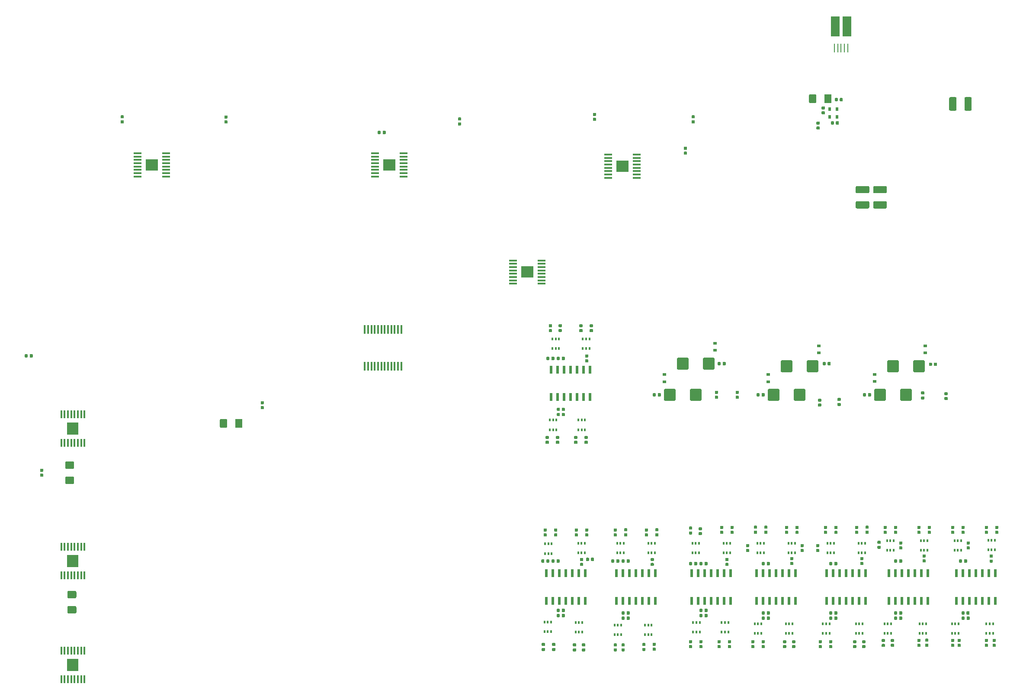
<source format=gbr>
G04 #@! TF.GenerationSoftware,KiCad,Pcbnew,(5.0.0)*
G04 #@! TF.CreationDate,2019-03-12T22:38:42-07:00*
G04 #@! TF.ProjectId,SchematicAutomation,536368656D617469634175746F6D6174,rev?*
G04 #@! TF.SameCoordinates,Original*
G04 #@! TF.FileFunction,Paste,Bot*
G04 #@! TF.FilePolarity,Positive*
%FSLAX45Y45*%
G04 Gerber Fmt 4.5, Leading zero omitted, Abs format (unit mm)*
G04 Created by KiCad (PCBNEW (5.0.0)) date 03/12/19 22:38:42*
%MOMM*%
%LPD*%
G01*
G04 APERTURE LIST*
%ADD10C,0.150000*%
%ADD11C,1.425000*%
%ADD12C,0.590000*%
%ADD13C,2.250000*%
%ADD14R,0.450000X1.750000*%
%ADD15R,0.600000X0.800000*%
%ADD16R,1.800000X3.900000*%
%ADD17R,0.250000X1.700000*%
%ADD18R,0.550000X1.500000*%
%ADD19R,0.420000X0.600000*%
%ADD20R,0.800000X0.600000*%
%ADD21R,0.300000X1.600000*%
%ADD22R,2.310000X2.460000*%
%ADD23R,1.600000X0.300000*%
%ADD24R,2.460000X2.310000*%
G04 APERTURE END LIST*
D10*
G04 #@! TO.C,C21*
G36*
X24029950Y-3322020D02*
X24032377Y-3322380D01*
X24034757Y-3322976D01*
X24037067Y-3323803D01*
X24039285Y-3324852D01*
X24041389Y-3326113D01*
X24043360Y-3327575D01*
X24045178Y-3329222D01*
X24046825Y-3331040D01*
X24048287Y-3333011D01*
X24049548Y-3335115D01*
X24050597Y-3337333D01*
X24051423Y-3339643D01*
X24052020Y-3342023D01*
X24052380Y-3344450D01*
X24052500Y-3346900D01*
X24052500Y-3561900D01*
X24052380Y-3564350D01*
X24052020Y-3566777D01*
X24051423Y-3569157D01*
X24050597Y-3571467D01*
X24049548Y-3573685D01*
X24048287Y-3575789D01*
X24046825Y-3577760D01*
X24045178Y-3579578D01*
X24043360Y-3581225D01*
X24041389Y-3582687D01*
X24039285Y-3583948D01*
X24037067Y-3584997D01*
X24034757Y-3585823D01*
X24032377Y-3586420D01*
X24029950Y-3586780D01*
X24027500Y-3586900D01*
X23935000Y-3586900D01*
X23932550Y-3586780D01*
X23930123Y-3586420D01*
X23927743Y-3585823D01*
X23925433Y-3584997D01*
X23923215Y-3583948D01*
X23921111Y-3582687D01*
X23919140Y-3581225D01*
X23917322Y-3579578D01*
X23915675Y-3577760D01*
X23914213Y-3575789D01*
X23912952Y-3573685D01*
X23911903Y-3571467D01*
X23911076Y-3569157D01*
X23910480Y-3566777D01*
X23910120Y-3564350D01*
X23910000Y-3561900D01*
X23910000Y-3346900D01*
X23910120Y-3344450D01*
X23910480Y-3342023D01*
X23911076Y-3339643D01*
X23911903Y-3337333D01*
X23912952Y-3335115D01*
X23914213Y-3333011D01*
X23915675Y-3331040D01*
X23917322Y-3329222D01*
X23919140Y-3327575D01*
X23921111Y-3326113D01*
X23923215Y-3324852D01*
X23925433Y-3323803D01*
X23927743Y-3322976D01*
X23930123Y-3322380D01*
X23932550Y-3322020D01*
X23935000Y-3321900D01*
X24027500Y-3321900D01*
X24029950Y-3322020D01*
X24029950Y-3322020D01*
G37*
D11*
X23981250Y-3454400D03*
D10*
G36*
X24327450Y-3322020D02*
X24329877Y-3322380D01*
X24332257Y-3322976D01*
X24334567Y-3323803D01*
X24336785Y-3324852D01*
X24338889Y-3326113D01*
X24340860Y-3327575D01*
X24342678Y-3329222D01*
X24344325Y-3331040D01*
X24345787Y-3333011D01*
X24347048Y-3335115D01*
X24348097Y-3337333D01*
X24348923Y-3339643D01*
X24349520Y-3342023D01*
X24349880Y-3344450D01*
X24350000Y-3346900D01*
X24350000Y-3561900D01*
X24349880Y-3564350D01*
X24349520Y-3566777D01*
X24348923Y-3569157D01*
X24348097Y-3571467D01*
X24347048Y-3573685D01*
X24345787Y-3575789D01*
X24344325Y-3577760D01*
X24342678Y-3579578D01*
X24340860Y-3581225D01*
X24338889Y-3582687D01*
X24336785Y-3583948D01*
X24334567Y-3584997D01*
X24332257Y-3585823D01*
X24329877Y-3586420D01*
X24327450Y-3586780D01*
X24325000Y-3586900D01*
X24232500Y-3586900D01*
X24230050Y-3586780D01*
X24227623Y-3586420D01*
X24225243Y-3585823D01*
X24222933Y-3584997D01*
X24220715Y-3583948D01*
X24218611Y-3582687D01*
X24216640Y-3581225D01*
X24214822Y-3579578D01*
X24213175Y-3577760D01*
X24211713Y-3575789D01*
X24210452Y-3573685D01*
X24209403Y-3571467D01*
X24208576Y-3569157D01*
X24207980Y-3566777D01*
X24207620Y-3564350D01*
X24207500Y-3561900D01*
X24207500Y-3346900D01*
X24207620Y-3344450D01*
X24207980Y-3342023D01*
X24208576Y-3339643D01*
X24209403Y-3337333D01*
X24210452Y-3335115D01*
X24211713Y-3333011D01*
X24213175Y-3331040D01*
X24214822Y-3329222D01*
X24216640Y-3327575D01*
X24218611Y-3326113D01*
X24220715Y-3324852D01*
X24222933Y-3323803D01*
X24225243Y-3322976D01*
X24227623Y-3322380D01*
X24230050Y-3322020D01*
X24232500Y-3321900D01*
X24325000Y-3321900D01*
X24327450Y-3322020D01*
X24327450Y-3322020D01*
G37*
D11*
X24278750Y-3454400D03*
G04 #@! TD*
D10*
G04 #@! TO.C,R181*
G36*
X22322561Y-5357170D02*
X22324988Y-5357530D01*
X22327368Y-5358127D01*
X22329678Y-5358953D01*
X22331895Y-5360002D01*
X22334000Y-5361263D01*
X22335970Y-5362725D01*
X22337788Y-5364372D01*
X22339436Y-5366190D01*
X22340897Y-5368161D01*
X22342158Y-5370265D01*
X22343207Y-5372483D01*
X22344034Y-5374793D01*
X22344630Y-5377173D01*
X22344990Y-5379600D01*
X22345110Y-5382050D01*
X22345110Y-5474550D01*
X22344990Y-5477000D01*
X22344630Y-5479427D01*
X22344034Y-5481807D01*
X22343207Y-5484117D01*
X22342158Y-5486335D01*
X22340897Y-5488439D01*
X22339436Y-5490410D01*
X22337788Y-5492228D01*
X22335970Y-5493875D01*
X22334000Y-5495337D01*
X22331895Y-5496598D01*
X22329678Y-5497647D01*
X22327368Y-5498474D01*
X22324988Y-5499070D01*
X22322561Y-5499430D01*
X22320110Y-5499550D01*
X22105110Y-5499550D01*
X22102660Y-5499430D01*
X22100233Y-5499070D01*
X22097853Y-5498474D01*
X22095543Y-5497647D01*
X22093326Y-5496598D01*
X22091221Y-5495337D01*
X22089251Y-5493875D01*
X22087433Y-5492228D01*
X22085785Y-5490410D01*
X22084324Y-5488439D01*
X22083062Y-5486335D01*
X22082013Y-5484117D01*
X22081187Y-5481807D01*
X22080591Y-5479427D01*
X22080231Y-5477000D01*
X22080110Y-5474550D01*
X22080110Y-5382050D01*
X22080231Y-5379600D01*
X22080591Y-5377173D01*
X22081187Y-5374793D01*
X22082013Y-5372483D01*
X22083062Y-5370265D01*
X22084324Y-5368161D01*
X22085785Y-5366190D01*
X22087433Y-5364372D01*
X22089251Y-5362725D01*
X22091221Y-5361263D01*
X22093326Y-5360002D01*
X22095543Y-5358953D01*
X22097853Y-5358127D01*
X22100233Y-5357530D01*
X22102660Y-5357170D01*
X22105110Y-5357050D01*
X22320110Y-5357050D01*
X22322561Y-5357170D01*
X22322561Y-5357170D01*
G37*
D11*
X22212610Y-5428300D03*
D10*
G36*
X22322561Y-5059670D02*
X22324988Y-5060030D01*
X22327368Y-5060627D01*
X22329678Y-5061453D01*
X22331895Y-5062502D01*
X22334000Y-5063763D01*
X22335970Y-5065225D01*
X22337788Y-5066872D01*
X22339436Y-5068690D01*
X22340897Y-5070661D01*
X22342158Y-5072765D01*
X22343207Y-5074983D01*
X22344034Y-5077293D01*
X22344630Y-5079673D01*
X22344990Y-5082100D01*
X22345110Y-5084550D01*
X22345110Y-5177050D01*
X22344990Y-5179500D01*
X22344630Y-5181927D01*
X22344034Y-5184307D01*
X22343207Y-5186617D01*
X22342158Y-5188835D01*
X22340897Y-5190939D01*
X22339436Y-5192910D01*
X22337788Y-5194728D01*
X22335970Y-5196375D01*
X22334000Y-5197837D01*
X22331895Y-5199098D01*
X22329678Y-5200147D01*
X22327368Y-5200974D01*
X22324988Y-5201570D01*
X22322561Y-5201930D01*
X22320110Y-5202050D01*
X22105110Y-5202050D01*
X22102660Y-5201930D01*
X22100233Y-5201570D01*
X22097853Y-5200974D01*
X22095543Y-5200147D01*
X22093326Y-5199098D01*
X22091221Y-5197837D01*
X22089251Y-5196375D01*
X22087433Y-5194728D01*
X22085785Y-5192910D01*
X22084324Y-5190939D01*
X22083062Y-5188835D01*
X22082013Y-5186617D01*
X22081187Y-5184307D01*
X22080591Y-5181927D01*
X22080231Y-5179500D01*
X22080110Y-5177050D01*
X22080110Y-5084550D01*
X22080231Y-5082100D01*
X22080591Y-5079673D01*
X22081187Y-5077293D01*
X22082013Y-5074983D01*
X22083062Y-5072765D01*
X22084324Y-5070661D01*
X22085785Y-5068690D01*
X22087433Y-5066872D01*
X22089251Y-5065225D01*
X22091221Y-5063763D01*
X22093326Y-5062502D01*
X22095543Y-5061453D01*
X22097853Y-5060627D01*
X22100233Y-5060030D01*
X22102660Y-5059670D01*
X22105110Y-5059550D01*
X22320110Y-5059550D01*
X22322561Y-5059670D01*
X22322561Y-5059670D01*
G37*
D11*
X22212610Y-5130800D03*
G04 #@! TD*
D10*
G04 #@! TO.C,R182*
G36*
X22665150Y-5059670D02*
X22667577Y-5060030D01*
X22669957Y-5060627D01*
X22672267Y-5061453D01*
X22674485Y-5062502D01*
X22676589Y-5063763D01*
X22678560Y-5065225D01*
X22680378Y-5066872D01*
X22682025Y-5068690D01*
X22683487Y-5070661D01*
X22684748Y-5072765D01*
X22685797Y-5074983D01*
X22686623Y-5077293D01*
X22687220Y-5079673D01*
X22687580Y-5082100D01*
X22687700Y-5084550D01*
X22687700Y-5177050D01*
X22687580Y-5179500D01*
X22687220Y-5181927D01*
X22686623Y-5184307D01*
X22685797Y-5186617D01*
X22684748Y-5188835D01*
X22683487Y-5190939D01*
X22682025Y-5192910D01*
X22680378Y-5194728D01*
X22678560Y-5196375D01*
X22676589Y-5197837D01*
X22674485Y-5199098D01*
X22672267Y-5200147D01*
X22669957Y-5200974D01*
X22667577Y-5201570D01*
X22665150Y-5201930D01*
X22662700Y-5202050D01*
X22447700Y-5202050D01*
X22445250Y-5201930D01*
X22442823Y-5201570D01*
X22440443Y-5200974D01*
X22438133Y-5200147D01*
X22435915Y-5199098D01*
X22433811Y-5197837D01*
X22431840Y-5196375D01*
X22430022Y-5194728D01*
X22428375Y-5192910D01*
X22426913Y-5190939D01*
X22425652Y-5188835D01*
X22424603Y-5186617D01*
X22423776Y-5184307D01*
X22423180Y-5181927D01*
X22422820Y-5179500D01*
X22422700Y-5177050D01*
X22422700Y-5084550D01*
X22422820Y-5082100D01*
X22423180Y-5079673D01*
X22423776Y-5077293D01*
X22424603Y-5074983D01*
X22425652Y-5072765D01*
X22426913Y-5070661D01*
X22428375Y-5068690D01*
X22430022Y-5066872D01*
X22431840Y-5065225D01*
X22433811Y-5063763D01*
X22435915Y-5062502D01*
X22438133Y-5061453D01*
X22440443Y-5060627D01*
X22442823Y-5060030D01*
X22445250Y-5059670D01*
X22447700Y-5059550D01*
X22662700Y-5059550D01*
X22665150Y-5059670D01*
X22665150Y-5059670D01*
G37*
D11*
X22555200Y-5130800D03*
D10*
G36*
X22665150Y-5357170D02*
X22667577Y-5357530D01*
X22669957Y-5358127D01*
X22672267Y-5358953D01*
X22674485Y-5360002D01*
X22676589Y-5361263D01*
X22678560Y-5362725D01*
X22680378Y-5364372D01*
X22682025Y-5366190D01*
X22683487Y-5368161D01*
X22684748Y-5370265D01*
X22685797Y-5372483D01*
X22686623Y-5374793D01*
X22687220Y-5377173D01*
X22687580Y-5379600D01*
X22687700Y-5382050D01*
X22687700Y-5474550D01*
X22687580Y-5477000D01*
X22687220Y-5479427D01*
X22686623Y-5481807D01*
X22685797Y-5484117D01*
X22684748Y-5486335D01*
X22683487Y-5488439D01*
X22682025Y-5490410D01*
X22680378Y-5492228D01*
X22678560Y-5493875D01*
X22676589Y-5495337D01*
X22674485Y-5496598D01*
X22672267Y-5497647D01*
X22669957Y-5498474D01*
X22667577Y-5499070D01*
X22665150Y-5499430D01*
X22662700Y-5499550D01*
X22447700Y-5499550D01*
X22445250Y-5499430D01*
X22442823Y-5499070D01*
X22440443Y-5498474D01*
X22438133Y-5497647D01*
X22435915Y-5496598D01*
X22433811Y-5495337D01*
X22431840Y-5493875D01*
X22430022Y-5492228D01*
X22428375Y-5490410D01*
X22426913Y-5488439D01*
X22425652Y-5486335D01*
X22424603Y-5484117D01*
X22423776Y-5481807D01*
X22423180Y-5479427D01*
X22422820Y-5477000D01*
X22422700Y-5474550D01*
X22422700Y-5382050D01*
X22422820Y-5379600D01*
X22423180Y-5377173D01*
X22423776Y-5374793D01*
X22424603Y-5372483D01*
X22425652Y-5370265D01*
X22426913Y-5368161D01*
X22428375Y-5366190D01*
X22430022Y-5364372D01*
X22431840Y-5362725D01*
X22433811Y-5361263D01*
X22435915Y-5360002D01*
X22438133Y-5358953D01*
X22440443Y-5358127D01*
X22442823Y-5357530D01*
X22445250Y-5357170D01*
X22447700Y-5357050D01*
X22662700Y-5357050D01*
X22665150Y-5357170D01*
X22665150Y-5357170D01*
G37*
D11*
X22555200Y-5428300D03*
G04 #@! TD*
D10*
G04 #@! TO.C,C67*
G36*
X16985896Y-3727471D02*
X16987328Y-3727683D01*
X16988732Y-3728035D01*
X16990095Y-3728523D01*
X16991403Y-3729142D01*
X16992645Y-3729886D01*
X16993807Y-3730748D01*
X16994880Y-3731720D01*
X16995852Y-3732793D01*
X16996714Y-3733955D01*
X16997458Y-3735197D01*
X16998077Y-3736505D01*
X16998565Y-3737868D01*
X16998917Y-3739272D01*
X16999129Y-3740704D01*
X16999200Y-3742150D01*
X16999200Y-3771650D01*
X16999129Y-3773096D01*
X16998917Y-3774528D01*
X16998565Y-3775932D01*
X16998077Y-3777295D01*
X16997458Y-3778603D01*
X16996714Y-3779845D01*
X16995852Y-3781007D01*
X16994880Y-3782080D01*
X16993807Y-3783052D01*
X16992645Y-3783914D01*
X16991403Y-3784658D01*
X16990095Y-3785277D01*
X16988732Y-3785765D01*
X16987328Y-3786117D01*
X16985896Y-3786329D01*
X16984450Y-3786400D01*
X16949950Y-3786400D01*
X16948504Y-3786329D01*
X16947072Y-3786117D01*
X16945668Y-3785765D01*
X16944305Y-3785277D01*
X16942997Y-3784658D01*
X16941755Y-3783914D01*
X16940593Y-3783052D01*
X16939520Y-3782080D01*
X16938548Y-3781007D01*
X16937686Y-3779845D01*
X16936942Y-3778603D01*
X16936323Y-3777295D01*
X16935835Y-3775932D01*
X16935483Y-3774528D01*
X16935271Y-3773096D01*
X16935200Y-3771650D01*
X16935200Y-3742150D01*
X16935271Y-3740704D01*
X16935483Y-3739272D01*
X16935835Y-3737868D01*
X16936323Y-3736505D01*
X16936942Y-3735197D01*
X16937686Y-3733955D01*
X16938548Y-3732793D01*
X16939520Y-3731720D01*
X16940593Y-3730748D01*
X16941755Y-3729886D01*
X16942997Y-3729142D01*
X16944305Y-3728523D01*
X16945668Y-3728035D01*
X16947072Y-3727683D01*
X16948504Y-3727471D01*
X16949950Y-3727400D01*
X16984450Y-3727400D01*
X16985896Y-3727471D01*
X16985896Y-3727471D01*
G37*
D12*
X16967200Y-3756900D03*
D10*
G36*
X16985896Y-3630471D02*
X16987328Y-3630683D01*
X16988732Y-3631035D01*
X16990095Y-3631523D01*
X16991403Y-3632142D01*
X16992645Y-3632886D01*
X16993807Y-3633748D01*
X16994880Y-3634720D01*
X16995852Y-3635793D01*
X16996714Y-3636955D01*
X16997458Y-3638197D01*
X16998077Y-3639505D01*
X16998565Y-3640868D01*
X16998917Y-3642272D01*
X16999129Y-3643704D01*
X16999200Y-3645150D01*
X16999200Y-3674650D01*
X16999129Y-3676096D01*
X16998917Y-3677528D01*
X16998565Y-3678932D01*
X16998077Y-3680295D01*
X16997458Y-3681603D01*
X16996714Y-3682845D01*
X16995852Y-3684007D01*
X16994880Y-3685080D01*
X16993807Y-3686052D01*
X16992645Y-3686914D01*
X16991403Y-3687658D01*
X16990095Y-3688277D01*
X16988732Y-3688765D01*
X16987328Y-3689117D01*
X16985896Y-3689329D01*
X16984450Y-3689400D01*
X16949950Y-3689400D01*
X16948504Y-3689329D01*
X16947072Y-3689117D01*
X16945668Y-3688765D01*
X16944305Y-3688277D01*
X16942997Y-3687658D01*
X16941755Y-3686914D01*
X16940593Y-3686052D01*
X16939520Y-3685080D01*
X16938548Y-3684007D01*
X16937686Y-3682845D01*
X16936942Y-3681603D01*
X16936323Y-3680295D01*
X16935835Y-3678932D01*
X16935483Y-3677528D01*
X16935271Y-3676096D01*
X16935200Y-3674650D01*
X16935200Y-3645150D01*
X16935271Y-3643704D01*
X16935483Y-3642272D01*
X16935835Y-3640868D01*
X16936323Y-3639505D01*
X16936942Y-3638197D01*
X16937686Y-3636955D01*
X16938548Y-3635793D01*
X16939520Y-3634720D01*
X16940593Y-3633748D01*
X16941755Y-3632886D01*
X16942997Y-3632142D01*
X16944305Y-3631523D01*
X16945668Y-3631035D01*
X16947072Y-3630683D01*
X16948504Y-3630471D01*
X16949950Y-3630400D01*
X16984450Y-3630400D01*
X16985896Y-3630471D01*
X16985896Y-3630471D01*
G37*
D12*
X16967200Y-3659900D03*
G04 #@! TD*
D10*
G04 #@! TO.C,C68*
G36*
X18916296Y-3678971D02*
X18917728Y-3679183D01*
X18919132Y-3679535D01*
X18920495Y-3680023D01*
X18921803Y-3680642D01*
X18923045Y-3681386D01*
X18924207Y-3682248D01*
X18925280Y-3683220D01*
X18926252Y-3684293D01*
X18927114Y-3685455D01*
X18927858Y-3686697D01*
X18928477Y-3688005D01*
X18928965Y-3689368D01*
X18929317Y-3690772D01*
X18929529Y-3692204D01*
X18929600Y-3693650D01*
X18929600Y-3723150D01*
X18929529Y-3724596D01*
X18929317Y-3726028D01*
X18928965Y-3727432D01*
X18928477Y-3728795D01*
X18927858Y-3730103D01*
X18927114Y-3731345D01*
X18926252Y-3732507D01*
X18925280Y-3733580D01*
X18924207Y-3734552D01*
X18923045Y-3735414D01*
X18921803Y-3736158D01*
X18920495Y-3736777D01*
X18919132Y-3737265D01*
X18917728Y-3737617D01*
X18916296Y-3737829D01*
X18914850Y-3737900D01*
X18880350Y-3737900D01*
X18878904Y-3737829D01*
X18877472Y-3737617D01*
X18876068Y-3737265D01*
X18874705Y-3736777D01*
X18873397Y-3736158D01*
X18872155Y-3735414D01*
X18870993Y-3734552D01*
X18869920Y-3733580D01*
X18868948Y-3732507D01*
X18868086Y-3731345D01*
X18867342Y-3730103D01*
X18866723Y-3728795D01*
X18866235Y-3727432D01*
X18865883Y-3726028D01*
X18865671Y-3724596D01*
X18865600Y-3723150D01*
X18865600Y-3693650D01*
X18865671Y-3692204D01*
X18865883Y-3690772D01*
X18866235Y-3689368D01*
X18866723Y-3688005D01*
X18867342Y-3686697D01*
X18868086Y-3685455D01*
X18868948Y-3684293D01*
X18869920Y-3683220D01*
X18870993Y-3682248D01*
X18872155Y-3681386D01*
X18873397Y-3680642D01*
X18874705Y-3680023D01*
X18876068Y-3679535D01*
X18877472Y-3679183D01*
X18878904Y-3678971D01*
X18880350Y-3678900D01*
X18914850Y-3678900D01*
X18916296Y-3678971D01*
X18916296Y-3678971D01*
G37*
D12*
X18897600Y-3708400D03*
D10*
G36*
X18916296Y-3775971D02*
X18917728Y-3776183D01*
X18919132Y-3776535D01*
X18920495Y-3777023D01*
X18921803Y-3777642D01*
X18923045Y-3778386D01*
X18924207Y-3779248D01*
X18925280Y-3780220D01*
X18926252Y-3781293D01*
X18927114Y-3782455D01*
X18927858Y-3783697D01*
X18928477Y-3785005D01*
X18928965Y-3786368D01*
X18929317Y-3787772D01*
X18929529Y-3789204D01*
X18929600Y-3790650D01*
X18929600Y-3820150D01*
X18929529Y-3821596D01*
X18929317Y-3823028D01*
X18928965Y-3824432D01*
X18928477Y-3825795D01*
X18927858Y-3827103D01*
X18927114Y-3828345D01*
X18926252Y-3829507D01*
X18925280Y-3830580D01*
X18924207Y-3831552D01*
X18923045Y-3832414D01*
X18921803Y-3833158D01*
X18920495Y-3833777D01*
X18919132Y-3834265D01*
X18917728Y-3834617D01*
X18916296Y-3834829D01*
X18914850Y-3834900D01*
X18880350Y-3834900D01*
X18878904Y-3834829D01*
X18877472Y-3834617D01*
X18876068Y-3834265D01*
X18874705Y-3833777D01*
X18873397Y-3833158D01*
X18872155Y-3832414D01*
X18870993Y-3831552D01*
X18869920Y-3830580D01*
X18868948Y-3829507D01*
X18868086Y-3828345D01*
X18867342Y-3827103D01*
X18866723Y-3825795D01*
X18866235Y-3824432D01*
X18865883Y-3823028D01*
X18865671Y-3821596D01*
X18865600Y-3820150D01*
X18865600Y-3790650D01*
X18865671Y-3789204D01*
X18865883Y-3787772D01*
X18866235Y-3786368D01*
X18866723Y-3785005D01*
X18867342Y-3783697D01*
X18868086Y-3782455D01*
X18868948Y-3781293D01*
X18869920Y-3780220D01*
X18870993Y-3779248D01*
X18872155Y-3778386D01*
X18873397Y-3777642D01*
X18874705Y-3777023D01*
X18876068Y-3776535D01*
X18877472Y-3776183D01*
X18878904Y-3775971D01*
X18880350Y-3775900D01*
X18914850Y-3775900D01*
X18916296Y-3775971D01*
X18916296Y-3775971D01*
G37*
D12*
X18897600Y-3805400D03*
G04 #@! TD*
D10*
G04 #@! TO.C,C69*
G36*
X5957496Y-8350071D02*
X5958928Y-8350283D01*
X5960332Y-8350635D01*
X5961695Y-8351123D01*
X5963003Y-8351742D01*
X5964245Y-8352486D01*
X5965407Y-8353348D01*
X5966480Y-8354320D01*
X5967452Y-8355393D01*
X5968314Y-8356555D01*
X5969058Y-8357797D01*
X5969677Y-8359105D01*
X5970165Y-8360468D01*
X5970517Y-8361872D01*
X5970729Y-8363304D01*
X5970800Y-8364750D01*
X5970800Y-8399250D01*
X5970729Y-8400696D01*
X5970517Y-8402128D01*
X5970165Y-8403532D01*
X5969677Y-8404895D01*
X5969058Y-8406203D01*
X5968314Y-8407445D01*
X5967452Y-8408607D01*
X5966480Y-8409680D01*
X5965407Y-8410652D01*
X5964245Y-8411514D01*
X5963003Y-8412258D01*
X5961695Y-8412877D01*
X5960332Y-8413365D01*
X5958928Y-8413717D01*
X5957496Y-8413929D01*
X5956050Y-8414000D01*
X5926550Y-8414000D01*
X5925104Y-8413929D01*
X5923672Y-8413717D01*
X5922268Y-8413365D01*
X5920905Y-8412877D01*
X5919597Y-8412258D01*
X5918355Y-8411514D01*
X5917193Y-8410652D01*
X5916120Y-8409680D01*
X5915148Y-8408607D01*
X5914286Y-8407445D01*
X5913542Y-8406203D01*
X5912923Y-8404895D01*
X5912435Y-8403532D01*
X5912083Y-8402128D01*
X5911871Y-8400696D01*
X5911800Y-8399250D01*
X5911800Y-8364750D01*
X5911871Y-8363304D01*
X5912083Y-8361872D01*
X5912435Y-8360468D01*
X5912923Y-8359105D01*
X5913542Y-8357797D01*
X5914286Y-8356555D01*
X5915148Y-8355393D01*
X5916120Y-8354320D01*
X5917193Y-8353348D01*
X5918355Y-8352486D01*
X5919597Y-8351742D01*
X5920905Y-8351123D01*
X5922268Y-8350635D01*
X5923672Y-8350283D01*
X5925104Y-8350071D01*
X5926550Y-8350000D01*
X5956050Y-8350000D01*
X5957496Y-8350071D01*
X5957496Y-8350071D01*
G37*
D12*
X5941300Y-8382000D03*
D10*
G36*
X5860496Y-8350071D02*
X5861928Y-8350283D01*
X5863332Y-8350635D01*
X5864695Y-8351123D01*
X5866003Y-8351742D01*
X5867245Y-8352486D01*
X5868407Y-8353348D01*
X5869480Y-8354320D01*
X5870452Y-8355393D01*
X5871314Y-8356555D01*
X5872058Y-8357797D01*
X5872677Y-8359105D01*
X5873165Y-8360468D01*
X5873517Y-8361872D01*
X5873729Y-8363304D01*
X5873800Y-8364750D01*
X5873800Y-8399250D01*
X5873729Y-8400696D01*
X5873517Y-8402128D01*
X5873165Y-8403532D01*
X5872677Y-8404895D01*
X5872058Y-8406203D01*
X5871314Y-8407445D01*
X5870452Y-8408607D01*
X5869480Y-8409680D01*
X5868407Y-8410652D01*
X5867245Y-8411514D01*
X5866003Y-8412258D01*
X5864695Y-8412877D01*
X5863332Y-8413365D01*
X5861928Y-8413717D01*
X5860496Y-8413929D01*
X5859050Y-8414000D01*
X5829550Y-8414000D01*
X5828104Y-8413929D01*
X5826672Y-8413717D01*
X5825268Y-8413365D01*
X5823905Y-8412877D01*
X5822597Y-8412258D01*
X5821355Y-8411514D01*
X5820193Y-8410652D01*
X5819120Y-8409680D01*
X5818148Y-8408607D01*
X5817286Y-8407445D01*
X5816542Y-8406203D01*
X5815923Y-8404895D01*
X5815435Y-8403532D01*
X5815083Y-8402128D01*
X5814871Y-8400696D01*
X5814800Y-8399250D01*
X5814800Y-8364750D01*
X5814871Y-8363304D01*
X5815083Y-8361872D01*
X5815435Y-8360468D01*
X5815923Y-8359105D01*
X5816542Y-8357797D01*
X5817286Y-8356555D01*
X5818148Y-8355393D01*
X5819120Y-8354320D01*
X5820193Y-8353348D01*
X5821355Y-8352486D01*
X5822597Y-8351742D01*
X5823905Y-8351123D01*
X5825268Y-8350635D01*
X5826672Y-8350283D01*
X5828104Y-8350071D01*
X5829550Y-8350000D01*
X5859050Y-8350000D01*
X5860496Y-8350071D01*
X5860496Y-8350071D01*
G37*
D12*
X5844300Y-8382000D03*
G04 #@! TD*
D10*
G04 #@! TO.C,C70*
G36*
X6165496Y-10687071D02*
X6166928Y-10687283D01*
X6168332Y-10687635D01*
X6169695Y-10688123D01*
X6171003Y-10688742D01*
X6172245Y-10689486D01*
X6173407Y-10690348D01*
X6174480Y-10691320D01*
X6175452Y-10692393D01*
X6176314Y-10693555D01*
X6177058Y-10694797D01*
X6177677Y-10696105D01*
X6178165Y-10697468D01*
X6178517Y-10698872D01*
X6178729Y-10700304D01*
X6178800Y-10701750D01*
X6178800Y-10731250D01*
X6178729Y-10732696D01*
X6178517Y-10734128D01*
X6178165Y-10735532D01*
X6177677Y-10736895D01*
X6177058Y-10738203D01*
X6176314Y-10739445D01*
X6175452Y-10740607D01*
X6174480Y-10741680D01*
X6173407Y-10742652D01*
X6172245Y-10743514D01*
X6171003Y-10744258D01*
X6169695Y-10744877D01*
X6168332Y-10745365D01*
X6166928Y-10745717D01*
X6165496Y-10745929D01*
X6164050Y-10746000D01*
X6129550Y-10746000D01*
X6128104Y-10745929D01*
X6126672Y-10745717D01*
X6125268Y-10745365D01*
X6123905Y-10744877D01*
X6122597Y-10744258D01*
X6121355Y-10743514D01*
X6120193Y-10742652D01*
X6119120Y-10741680D01*
X6118148Y-10740607D01*
X6117286Y-10739445D01*
X6116542Y-10738203D01*
X6115923Y-10736895D01*
X6115435Y-10735532D01*
X6115083Y-10734128D01*
X6114871Y-10732696D01*
X6114800Y-10731250D01*
X6114800Y-10701750D01*
X6114871Y-10700304D01*
X6115083Y-10698872D01*
X6115435Y-10697468D01*
X6115923Y-10696105D01*
X6116542Y-10694797D01*
X6117286Y-10693555D01*
X6118148Y-10692393D01*
X6119120Y-10691320D01*
X6120193Y-10690348D01*
X6121355Y-10689486D01*
X6122597Y-10688742D01*
X6123905Y-10688123D01*
X6125268Y-10687635D01*
X6126672Y-10687283D01*
X6128104Y-10687071D01*
X6129550Y-10687000D01*
X6164050Y-10687000D01*
X6165496Y-10687071D01*
X6165496Y-10687071D01*
G37*
D12*
X6146800Y-10716500D03*
D10*
G36*
X6165496Y-10590071D02*
X6166928Y-10590283D01*
X6168332Y-10590635D01*
X6169695Y-10591123D01*
X6171003Y-10591742D01*
X6172245Y-10592486D01*
X6173407Y-10593348D01*
X6174480Y-10594320D01*
X6175452Y-10595393D01*
X6176314Y-10596555D01*
X6177058Y-10597797D01*
X6177677Y-10599105D01*
X6178165Y-10600468D01*
X6178517Y-10601872D01*
X6178729Y-10603304D01*
X6178800Y-10604750D01*
X6178800Y-10634250D01*
X6178729Y-10635696D01*
X6178517Y-10637128D01*
X6178165Y-10638532D01*
X6177677Y-10639895D01*
X6177058Y-10641203D01*
X6176314Y-10642445D01*
X6175452Y-10643607D01*
X6174480Y-10644680D01*
X6173407Y-10645652D01*
X6172245Y-10646514D01*
X6171003Y-10647258D01*
X6169695Y-10647877D01*
X6168332Y-10648365D01*
X6166928Y-10648717D01*
X6165496Y-10648929D01*
X6164050Y-10649000D01*
X6129550Y-10649000D01*
X6128104Y-10648929D01*
X6126672Y-10648717D01*
X6125268Y-10648365D01*
X6123905Y-10647877D01*
X6122597Y-10647258D01*
X6121355Y-10646514D01*
X6120193Y-10645652D01*
X6119120Y-10644680D01*
X6118148Y-10643607D01*
X6117286Y-10642445D01*
X6116542Y-10641203D01*
X6115923Y-10639895D01*
X6115435Y-10638532D01*
X6115083Y-10637128D01*
X6114871Y-10635696D01*
X6114800Y-10634250D01*
X6114800Y-10604750D01*
X6114871Y-10603304D01*
X6115083Y-10601872D01*
X6115435Y-10600468D01*
X6115923Y-10599105D01*
X6116542Y-10597797D01*
X6117286Y-10596555D01*
X6118148Y-10595393D01*
X6119120Y-10594320D01*
X6120193Y-10593348D01*
X6121355Y-10592486D01*
X6122597Y-10591742D01*
X6123905Y-10591123D01*
X6125268Y-10590635D01*
X6126672Y-10590283D01*
X6128104Y-10590071D01*
X6129550Y-10590000D01*
X6164050Y-10590000D01*
X6165496Y-10590071D01*
X6165496Y-10590071D01*
G37*
D12*
X6146800Y-10619500D03*
G04 #@! TD*
D10*
G04 #@! TO.C,C72*
G36*
X18763896Y-4390171D02*
X18765328Y-4390383D01*
X18766732Y-4390735D01*
X18768095Y-4391223D01*
X18769403Y-4391842D01*
X18770645Y-4392586D01*
X18771807Y-4393448D01*
X18772880Y-4394420D01*
X18773852Y-4395493D01*
X18774714Y-4396655D01*
X18775458Y-4397897D01*
X18776077Y-4399205D01*
X18776565Y-4400568D01*
X18776917Y-4401972D01*
X18777129Y-4403404D01*
X18777200Y-4404850D01*
X18777200Y-4434350D01*
X18777129Y-4435796D01*
X18776917Y-4437228D01*
X18776565Y-4438632D01*
X18776077Y-4439995D01*
X18775458Y-4441303D01*
X18774714Y-4442545D01*
X18773852Y-4443707D01*
X18772880Y-4444780D01*
X18771807Y-4445752D01*
X18770645Y-4446614D01*
X18769403Y-4447358D01*
X18768095Y-4447977D01*
X18766732Y-4448465D01*
X18765328Y-4448817D01*
X18763896Y-4449029D01*
X18762450Y-4449100D01*
X18727950Y-4449100D01*
X18726504Y-4449029D01*
X18725072Y-4448817D01*
X18723668Y-4448465D01*
X18722305Y-4447977D01*
X18720997Y-4447358D01*
X18719755Y-4446614D01*
X18718593Y-4445752D01*
X18717520Y-4444780D01*
X18716548Y-4443707D01*
X18715686Y-4442545D01*
X18714942Y-4441303D01*
X18714323Y-4439995D01*
X18713835Y-4438632D01*
X18713483Y-4437228D01*
X18713271Y-4435796D01*
X18713200Y-4434350D01*
X18713200Y-4404850D01*
X18713271Y-4403404D01*
X18713483Y-4401972D01*
X18713835Y-4400568D01*
X18714323Y-4399205D01*
X18714942Y-4397897D01*
X18715686Y-4396655D01*
X18716548Y-4395493D01*
X18717520Y-4394420D01*
X18718593Y-4393448D01*
X18719755Y-4392586D01*
X18720997Y-4391842D01*
X18722305Y-4391223D01*
X18723668Y-4390735D01*
X18725072Y-4390383D01*
X18726504Y-4390171D01*
X18727950Y-4390100D01*
X18762450Y-4390100D01*
X18763896Y-4390171D01*
X18763896Y-4390171D01*
G37*
D12*
X18745200Y-4419600D03*
D10*
G36*
X18763896Y-4293171D02*
X18765328Y-4293383D01*
X18766732Y-4293735D01*
X18768095Y-4294223D01*
X18769403Y-4294842D01*
X18770645Y-4295586D01*
X18771807Y-4296448D01*
X18772880Y-4297420D01*
X18773852Y-4298493D01*
X18774714Y-4299655D01*
X18775458Y-4300897D01*
X18776077Y-4302205D01*
X18776565Y-4303568D01*
X18776917Y-4304972D01*
X18777129Y-4306404D01*
X18777200Y-4307850D01*
X18777200Y-4337350D01*
X18777129Y-4338796D01*
X18776917Y-4340228D01*
X18776565Y-4341632D01*
X18776077Y-4342995D01*
X18775458Y-4344303D01*
X18774714Y-4345545D01*
X18773852Y-4346707D01*
X18772880Y-4347780D01*
X18771807Y-4348752D01*
X18770645Y-4349614D01*
X18769403Y-4350358D01*
X18768095Y-4350977D01*
X18766732Y-4351465D01*
X18765328Y-4351817D01*
X18763896Y-4352029D01*
X18762450Y-4352100D01*
X18727950Y-4352100D01*
X18726504Y-4352029D01*
X18725072Y-4351817D01*
X18723668Y-4351465D01*
X18722305Y-4350977D01*
X18720997Y-4350358D01*
X18719755Y-4349614D01*
X18718593Y-4348752D01*
X18717520Y-4347780D01*
X18716548Y-4346707D01*
X18715686Y-4345545D01*
X18714942Y-4344303D01*
X18714323Y-4342995D01*
X18713835Y-4341632D01*
X18713483Y-4340228D01*
X18713271Y-4338796D01*
X18713200Y-4337350D01*
X18713200Y-4307850D01*
X18713271Y-4306404D01*
X18713483Y-4304972D01*
X18713835Y-4303568D01*
X18714323Y-4302205D01*
X18714942Y-4300897D01*
X18715686Y-4299655D01*
X18716548Y-4298493D01*
X18717520Y-4297420D01*
X18718593Y-4296448D01*
X18719755Y-4295586D01*
X18720997Y-4294842D01*
X18722305Y-4294223D01*
X18723668Y-4293735D01*
X18725072Y-4293383D01*
X18726504Y-4293171D01*
X18727950Y-4293100D01*
X18762450Y-4293100D01*
X18763896Y-4293171D01*
X18763896Y-4293171D01*
G37*
D12*
X18745200Y-4322600D03*
G04 #@! TD*
D10*
G04 #@! TO.C,C74*
G36*
X9772296Y-3681271D02*
X9773728Y-3681483D01*
X9775132Y-3681835D01*
X9776495Y-3682323D01*
X9777803Y-3682942D01*
X9779045Y-3683686D01*
X9780207Y-3684548D01*
X9781280Y-3685520D01*
X9782252Y-3686593D01*
X9783114Y-3687755D01*
X9783858Y-3688997D01*
X9784477Y-3690305D01*
X9784965Y-3691668D01*
X9785317Y-3693072D01*
X9785529Y-3694504D01*
X9785600Y-3695950D01*
X9785600Y-3725450D01*
X9785529Y-3726896D01*
X9785317Y-3728328D01*
X9784965Y-3729732D01*
X9784477Y-3731095D01*
X9783858Y-3732403D01*
X9783114Y-3733645D01*
X9782252Y-3734807D01*
X9781280Y-3735880D01*
X9780207Y-3736852D01*
X9779045Y-3737714D01*
X9777803Y-3738458D01*
X9776495Y-3739077D01*
X9775132Y-3739565D01*
X9773728Y-3739917D01*
X9772296Y-3740129D01*
X9770850Y-3740200D01*
X9736350Y-3740200D01*
X9734904Y-3740129D01*
X9733472Y-3739917D01*
X9732068Y-3739565D01*
X9730705Y-3739077D01*
X9729397Y-3738458D01*
X9728155Y-3737714D01*
X9726993Y-3736852D01*
X9725920Y-3735880D01*
X9724948Y-3734807D01*
X9724086Y-3733645D01*
X9723342Y-3732403D01*
X9722723Y-3731095D01*
X9722235Y-3729732D01*
X9721883Y-3728328D01*
X9721671Y-3726896D01*
X9721600Y-3725450D01*
X9721600Y-3695950D01*
X9721671Y-3694504D01*
X9721883Y-3693072D01*
X9722235Y-3691668D01*
X9722723Y-3690305D01*
X9723342Y-3688997D01*
X9724086Y-3687755D01*
X9724948Y-3686593D01*
X9725920Y-3685520D01*
X9726993Y-3684548D01*
X9728155Y-3683686D01*
X9729397Y-3682942D01*
X9730705Y-3682323D01*
X9732068Y-3681835D01*
X9733472Y-3681483D01*
X9734904Y-3681271D01*
X9736350Y-3681200D01*
X9770850Y-3681200D01*
X9772296Y-3681271D01*
X9772296Y-3681271D01*
G37*
D12*
X9753600Y-3710700D03*
D10*
G36*
X9772296Y-3778271D02*
X9773728Y-3778483D01*
X9775132Y-3778835D01*
X9776495Y-3779323D01*
X9777803Y-3779942D01*
X9779045Y-3780686D01*
X9780207Y-3781548D01*
X9781280Y-3782520D01*
X9782252Y-3783593D01*
X9783114Y-3784755D01*
X9783858Y-3785997D01*
X9784477Y-3787305D01*
X9784965Y-3788668D01*
X9785317Y-3790072D01*
X9785529Y-3791504D01*
X9785600Y-3792950D01*
X9785600Y-3822450D01*
X9785529Y-3823896D01*
X9785317Y-3825328D01*
X9784965Y-3826732D01*
X9784477Y-3828095D01*
X9783858Y-3829403D01*
X9783114Y-3830645D01*
X9782252Y-3831807D01*
X9781280Y-3832880D01*
X9780207Y-3833852D01*
X9779045Y-3834714D01*
X9777803Y-3835458D01*
X9776495Y-3836077D01*
X9775132Y-3836565D01*
X9773728Y-3836917D01*
X9772296Y-3837129D01*
X9770850Y-3837200D01*
X9736350Y-3837200D01*
X9734904Y-3837129D01*
X9733472Y-3836917D01*
X9732068Y-3836565D01*
X9730705Y-3836077D01*
X9729397Y-3835458D01*
X9728155Y-3834714D01*
X9726993Y-3833852D01*
X9725920Y-3832880D01*
X9724948Y-3831807D01*
X9724086Y-3830645D01*
X9723342Y-3829403D01*
X9722723Y-3828095D01*
X9722235Y-3826732D01*
X9721883Y-3825328D01*
X9721671Y-3823896D01*
X9721600Y-3822450D01*
X9721600Y-3792950D01*
X9721671Y-3791504D01*
X9721883Y-3790072D01*
X9722235Y-3788668D01*
X9722723Y-3787305D01*
X9723342Y-3785997D01*
X9724086Y-3784755D01*
X9724948Y-3783593D01*
X9725920Y-3782520D01*
X9726993Y-3781548D01*
X9728155Y-3780686D01*
X9729397Y-3779942D01*
X9730705Y-3779323D01*
X9732068Y-3778835D01*
X9733472Y-3778483D01*
X9734904Y-3778271D01*
X9736350Y-3778200D01*
X9770850Y-3778200D01*
X9772296Y-3778271D01*
X9772296Y-3778271D01*
G37*
D12*
X9753600Y-3807700D03*
G04 #@! TD*
D10*
G04 #@! TO.C,C76*
G36*
X12769296Y-3981271D02*
X12770728Y-3981483D01*
X12772132Y-3981835D01*
X12773495Y-3982323D01*
X12774803Y-3982942D01*
X12776045Y-3983686D01*
X12777207Y-3984548D01*
X12778280Y-3985520D01*
X12779252Y-3986593D01*
X12780114Y-3987755D01*
X12780858Y-3988997D01*
X12781477Y-3990305D01*
X12781965Y-3991668D01*
X12782317Y-3993072D01*
X12782529Y-3994504D01*
X12782600Y-3995950D01*
X12782600Y-4030450D01*
X12782529Y-4031896D01*
X12782317Y-4033328D01*
X12781965Y-4034732D01*
X12781477Y-4036095D01*
X12780858Y-4037403D01*
X12780114Y-4038645D01*
X12779252Y-4039807D01*
X12778280Y-4040880D01*
X12777207Y-4041852D01*
X12776045Y-4042714D01*
X12774803Y-4043458D01*
X12773495Y-4044077D01*
X12772132Y-4044565D01*
X12770728Y-4044917D01*
X12769296Y-4045129D01*
X12767850Y-4045200D01*
X12738350Y-4045200D01*
X12736904Y-4045129D01*
X12735472Y-4044917D01*
X12734068Y-4044565D01*
X12732705Y-4044077D01*
X12731397Y-4043458D01*
X12730155Y-4042714D01*
X12728993Y-4041852D01*
X12727920Y-4040880D01*
X12726948Y-4039807D01*
X12726086Y-4038645D01*
X12725342Y-4037403D01*
X12724723Y-4036095D01*
X12724235Y-4034732D01*
X12723883Y-4033328D01*
X12723671Y-4031896D01*
X12723600Y-4030450D01*
X12723600Y-3995950D01*
X12723671Y-3994504D01*
X12723883Y-3993072D01*
X12724235Y-3991668D01*
X12724723Y-3990305D01*
X12725342Y-3988997D01*
X12726086Y-3987755D01*
X12726948Y-3986593D01*
X12727920Y-3985520D01*
X12728993Y-3984548D01*
X12730155Y-3983686D01*
X12731397Y-3982942D01*
X12732705Y-3982323D01*
X12734068Y-3981835D01*
X12735472Y-3981483D01*
X12736904Y-3981271D01*
X12738350Y-3981200D01*
X12767850Y-3981200D01*
X12769296Y-3981271D01*
X12769296Y-3981271D01*
G37*
D12*
X12753100Y-4013200D03*
D10*
G36*
X12866296Y-3981271D02*
X12867728Y-3981483D01*
X12869132Y-3981835D01*
X12870495Y-3982323D01*
X12871803Y-3982942D01*
X12873045Y-3983686D01*
X12874207Y-3984548D01*
X12875280Y-3985520D01*
X12876252Y-3986593D01*
X12877114Y-3987755D01*
X12877858Y-3988997D01*
X12878477Y-3990305D01*
X12878965Y-3991668D01*
X12879317Y-3993072D01*
X12879529Y-3994504D01*
X12879600Y-3995950D01*
X12879600Y-4030450D01*
X12879529Y-4031896D01*
X12879317Y-4033328D01*
X12878965Y-4034732D01*
X12878477Y-4036095D01*
X12877858Y-4037403D01*
X12877114Y-4038645D01*
X12876252Y-4039807D01*
X12875280Y-4040880D01*
X12874207Y-4041852D01*
X12873045Y-4042714D01*
X12871803Y-4043458D01*
X12870495Y-4044077D01*
X12869132Y-4044565D01*
X12867728Y-4044917D01*
X12866296Y-4045129D01*
X12864850Y-4045200D01*
X12835350Y-4045200D01*
X12833904Y-4045129D01*
X12832472Y-4044917D01*
X12831068Y-4044565D01*
X12829705Y-4044077D01*
X12828397Y-4043458D01*
X12827155Y-4042714D01*
X12825993Y-4041852D01*
X12824920Y-4040880D01*
X12823948Y-4039807D01*
X12823086Y-4038645D01*
X12822342Y-4037403D01*
X12821723Y-4036095D01*
X12821235Y-4034732D01*
X12820883Y-4033328D01*
X12820671Y-4031896D01*
X12820600Y-4030450D01*
X12820600Y-3995950D01*
X12820671Y-3994504D01*
X12820883Y-3993072D01*
X12821235Y-3991668D01*
X12821723Y-3990305D01*
X12822342Y-3988997D01*
X12823086Y-3987755D01*
X12823948Y-3986593D01*
X12824920Y-3985520D01*
X12825993Y-3984548D01*
X12827155Y-3983686D01*
X12828397Y-3982942D01*
X12829705Y-3982323D01*
X12831068Y-3981835D01*
X12832472Y-3981483D01*
X12833904Y-3981271D01*
X12835350Y-3981200D01*
X12864850Y-3981200D01*
X12866296Y-3981271D01*
X12866296Y-3981271D01*
G37*
D12*
X12850100Y-4013200D03*
G04 #@! TD*
D10*
G04 #@! TO.C,C78*
G36*
X14343705Y-3720847D02*
X14345137Y-3721059D01*
X14346541Y-3721411D01*
X14347904Y-3721899D01*
X14349212Y-3722518D01*
X14350454Y-3723262D01*
X14351616Y-3724124D01*
X14352689Y-3725096D01*
X14353661Y-3726169D01*
X14354523Y-3727331D01*
X14355267Y-3728573D01*
X14355886Y-3729881D01*
X14356374Y-3731244D01*
X14356726Y-3732648D01*
X14356938Y-3734080D01*
X14357009Y-3735526D01*
X14357009Y-3765026D01*
X14356938Y-3766472D01*
X14356726Y-3767904D01*
X14356374Y-3769308D01*
X14355886Y-3770671D01*
X14355267Y-3771979D01*
X14354523Y-3773221D01*
X14353661Y-3774383D01*
X14352689Y-3775456D01*
X14351616Y-3776428D01*
X14350454Y-3777290D01*
X14349212Y-3778034D01*
X14347904Y-3778653D01*
X14346541Y-3779141D01*
X14345137Y-3779493D01*
X14343705Y-3779705D01*
X14342259Y-3779776D01*
X14307759Y-3779776D01*
X14306313Y-3779705D01*
X14304882Y-3779493D01*
X14303477Y-3779141D01*
X14302115Y-3778653D01*
X14300806Y-3778034D01*
X14299564Y-3777290D01*
X14298402Y-3776428D01*
X14297329Y-3775456D01*
X14296357Y-3774383D01*
X14295495Y-3773221D01*
X14294751Y-3771979D01*
X14294132Y-3770671D01*
X14293644Y-3769308D01*
X14293293Y-3767904D01*
X14293080Y-3766472D01*
X14293009Y-3765026D01*
X14293009Y-3735526D01*
X14293080Y-3734080D01*
X14293293Y-3732648D01*
X14293644Y-3731244D01*
X14294132Y-3729881D01*
X14294751Y-3728573D01*
X14295495Y-3727331D01*
X14296357Y-3726169D01*
X14297329Y-3725096D01*
X14298402Y-3724124D01*
X14299564Y-3723262D01*
X14300806Y-3722518D01*
X14302115Y-3721899D01*
X14303477Y-3721411D01*
X14304882Y-3721059D01*
X14306313Y-3720847D01*
X14307759Y-3720776D01*
X14342259Y-3720776D01*
X14343705Y-3720847D01*
X14343705Y-3720847D01*
G37*
D12*
X14325009Y-3750276D03*
D10*
G36*
X14343705Y-3817847D02*
X14345137Y-3818059D01*
X14346541Y-3818411D01*
X14347904Y-3818899D01*
X14349212Y-3819518D01*
X14350454Y-3820262D01*
X14351616Y-3821124D01*
X14352689Y-3822096D01*
X14353661Y-3823169D01*
X14354523Y-3824331D01*
X14355267Y-3825573D01*
X14355886Y-3826881D01*
X14356374Y-3828244D01*
X14356726Y-3829648D01*
X14356938Y-3831080D01*
X14357009Y-3832526D01*
X14357009Y-3862026D01*
X14356938Y-3863472D01*
X14356726Y-3864904D01*
X14356374Y-3866308D01*
X14355886Y-3867671D01*
X14355267Y-3868979D01*
X14354523Y-3870221D01*
X14353661Y-3871383D01*
X14352689Y-3872456D01*
X14351616Y-3873428D01*
X14350454Y-3874290D01*
X14349212Y-3875034D01*
X14347904Y-3875653D01*
X14346541Y-3876141D01*
X14345137Y-3876493D01*
X14343705Y-3876705D01*
X14342259Y-3876776D01*
X14307759Y-3876776D01*
X14306313Y-3876705D01*
X14304882Y-3876493D01*
X14303477Y-3876141D01*
X14302115Y-3875653D01*
X14300806Y-3875034D01*
X14299564Y-3874290D01*
X14298402Y-3873428D01*
X14297329Y-3872456D01*
X14296357Y-3871383D01*
X14295495Y-3870221D01*
X14294751Y-3868979D01*
X14294132Y-3867671D01*
X14293644Y-3866308D01*
X14293293Y-3864904D01*
X14293080Y-3863472D01*
X14293009Y-3862026D01*
X14293009Y-3832526D01*
X14293080Y-3831080D01*
X14293293Y-3829648D01*
X14293644Y-3828244D01*
X14294132Y-3826881D01*
X14294751Y-3825573D01*
X14295495Y-3824331D01*
X14296357Y-3823169D01*
X14297329Y-3822096D01*
X14298402Y-3821124D01*
X14299564Y-3820262D01*
X14300806Y-3819518D01*
X14302115Y-3818899D01*
X14303477Y-3818411D01*
X14304882Y-3818059D01*
X14306313Y-3817847D01*
X14307759Y-3817776D01*
X14342259Y-3817776D01*
X14343705Y-3817847D01*
X14343705Y-3817847D01*
G37*
D12*
X14325009Y-3847276D03*
G04 #@! TD*
D10*
G04 #@! TO.C,C80*
G36*
X7740296Y-3678971D02*
X7741728Y-3679183D01*
X7743132Y-3679535D01*
X7744495Y-3680023D01*
X7745803Y-3680642D01*
X7747045Y-3681386D01*
X7748207Y-3682248D01*
X7749280Y-3683220D01*
X7750252Y-3684293D01*
X7751114Y-3685455D01*
X7751858Y-3686697D01*
X7752477Y-3688005D01*
X7752965Y-3689368D01*
X7753317Y-3690772D01*
X7753529Y-3692204D01*
X7753600Y-3693650D01*
X7753600Y-3723150D01*
X7753529Y-3724596D01*
X7753317Y-3726028D01*
X7752965Y-3727432D01*
X7752477Y-3728795D01*
X7751858Y-3730103D01*
X7751114Y-3731345D01*
X7750252Y-3732507D01*
X7749280Y-3733580D01*
X7748207Y-3734552D01*
X7747045Y-3735414D01*
X7745803Y-3736158D01*
X7744495Y-3736777D01*
X7743132Y-3737265D01*
X7741728Y-3737617D01*
X7740296Y-3737829D01*
X7738850Y-3737900D01*
X7704350Y-3737900D01*
X7702904Y-3737829D01*
X7701472Y-3737617D01*
X7700068Y-3737265D01*
X7698705Y-3736777D01*
X7697397Y-3736158D01*
X7696155Y-3735414D01*
X7694993Y-3734552D01*
X7693920Y-3733580D01*
X7692948Y-3732507D01*
X7692086Y-3731345D01*
X7691342Y-3730103D01*
X7690723Y-3728795D01*
X7690235Y-3727432D01*
X7689883Y-3726028D01*
X7689671Y-3724596D01*
X7689600Y-3723150D01*
X7689600Y-3693650D01*
X7689671Y-3692204D01*
X7689883Y-3690772D01*
X7690235Y-3689368D01*
X7690723Y-3688005D01*
X7691342Y-3686697D01*
X7692086Y-3685455D01*
X7692948Y-3684293D01*
X7693920Y-3683220D01*
X7694993Y-3682248D01*
X7696155Y-3681386D01*
X7697397Y-3680642D01*
X7698705Y-3680023D01*
X7700068Y-3679535D01*
X7701472Y-3679183D01*
X7702904Y-3678971D01*
X7704350Y-3678900D01*
X7738850Y-3678900D01*
X7740296Y-3678971D01*
X7740296Y-3678971D01*
G37*
D12*
X7721600Y-3708400D03*
D10*
G36*
X7740296Y-3775971D02*
X7741728Y-3776183D01*
X7743132Y-3776535D01*
X7744495Y-3777023D01*
X7745803Y-3777642D01*
X7747045Y-3778386D01*
X7748207Y-3779248D01*
X7749280Y-3780220D01*
X7750252Y-3781293D01*
X7751114Y-3782455D01*
X7751858Y-3783697D01*
X7752477Y-3785005D01*
X7752965Y-3786368D01*
X7753317Y-3787772D01*
X7753529Y-3789204D01*
X7753600Y-3790650D01*
X7753600Y-3820150D01*
X7753529Y-3821596D01*
X7753317Y-3823028D01*
X7752965Y-3824432D01*
X7752477Y-3825795D01*
X7751858Y-3827103D01*
X7751114Y-3828345D01*
X7750252Y-3829507D01*
X7749280Y-3830580D01*
X7748207Y-3831552D01*
X7747045Y-3832414D01*
X7745803Y-3833158D01*
X7744495Y-3833777D01*
X7743132Y-3834265D01*
X7741728Y-3834617D01*
X7740296Y-3834829D01*
X7738850Y-3834900D01*
X7704350Y-3834900D01*
X7702904Y-3834829D01*
X7701472Y-3834617D01*
X7700068Y-3834265D01*
X7698705Y-3833777D01*
X7697397Y-3833158D01*
X7696155Y-3832414D01*
X7694993Y-3831552D01*
X7693920Y-3830580D01*
X7692948Y-3829507D01*
X7692086Y-3828345D01*
X7691342Y-3827103D01*
X7690723Y-3825795D01*
X7690235Y-3824432D01*
X7689883Y-3823028D01*
X7689671Y-3821596D01*
X7689600Y-3820150D01*
X7689600Y-3790650D01*
X7689671Y-3789204D01*
X7689883Y-3787772D01*
X7690235Y-3786368D01*
X7690723Y-3785005D01*
X7691342Y-3783697D01*
X7692086Y-3782455D01*
X7692948Y-3781293D01*
X7693920Y-3780220D01*
X7694993Y-3779248D01*
X7696155Y-3778386D01*
X7697397Y-3777642D01*
X7698705Y-3777023D01*
X7700068Y-3776535D01*
X7701472Y-3776183D01*
X7702904Y-3775971D01*
X7704350Y-3775900D01*
X7738850Y-3775900D01*
X7740296Y-3775971D01*
X7740296Y-3775971D01*
G37*
D12*
X7721600Y-3805400D03*
G04 #@! TD*
D10*
G04 #@! TO.C,C44*
G36*
X10052650Y-9615420D02*
X10055077Y-9615780D01*
X10057457Y-9616377D01*
X10059767Y-9617203D01*
X10061985Y-9618252D01*
X10064089Y-9619513D01*
X10066060Y-9620975D01*
X10067878Y-9622622D01*
X10069525Y-9624440D01*
X10070987Y-9626411D01*
X10072248Y-9628515D01*
X10073297Y-9630733D01*
X10074124Y-9633043D01*
X10074720Y-9635423D01*
X10075080Y-9637850D01*
X10075200Y-9640300D01*
X10075200Y-9765300D01*
X10075080Y-9767750D01*
X10074720Y-9770177D01*
X10074124Y-9772557D01*
X10073297Y-9774867D01*
X10072248Y-9777085D01*
X10070987Y-9779189D01*
X10069525Y-9781160D01*
X10067878Y-9782978D01*
X10066060Y-9784625D01*
X10064089Y-9786087D01*
X10061985Y-9787348D01*
X10059767Y-9788397D01*
X10057457Y-9789224D01*
X10055077Y-9789820D01*
X10052650Y-9790180D01*
X10050200Y-9790300D01*
X9957700Y-9790300D01*
X9955250Y-9790180D01*
X9952823Y-9789820D01*
X9950443Y-9789224D01*
X9948133Y-9788397D01*
X9945915Y-9787348D01*
X9943811Y-9786087D01*
X9941840Y-9784625D01*
X9940022Y-9782978D01*
X9938375Y-9781160D01*
X9936913Y-9779189D01*
X9935652Y-9777085D01*
X9934603Y-9774867D01*
X9933777Y-9772557D01*
X9933180Y-9770177D01*
X9932820Y-9767750D01*
X9932700Y-9765300D01*
X9932700Y-9640300D01*
X9932820Y-9637850D01*
X9933180Y-9635423D01*
X9933777Y-9633043D01*
X9934603Y-9630733D01*
X9935652Y-9628515D01*
X9936913Y-9626411D01*
X9938375Y-9624440D01*
X9940022Y-9622622D01*
X9941840Y-9620975D01*
X9943811Y-9619513D01*
X9945915Y-9618252D01*
X9948133Y-9617203D01*
X9950443Y-9616377D01*
X9952823Y-9615780D01*
X9955250Y-9615420D01*
X9957700Y-9615300D01*
X10050200Y-9615300D01*
X10052650Y-9615420D01*
X10052650Y-9615420D01*
G37*
D11*
X10003950Y-9702800D03*
D10*
G36*
X9755150Y-9615420D02*
X9757577Y-9615780D01*
X9759957Y-9616377D01*
X9762267Y-9617203D01*
X9764485Y-9618252D01*
X9766589Y-9619513D01*
X9768560Y-9620975D01*
X9770378Y-9622622D01*
X9772025Y-9624440D01*
X9773487Y-9626411D01*
X9774748Y-9628515D01*
X9775797Y-9630733D01*
X9776624Y-9633043D01*
X9777220Y-9635423D01*
X9777580Y-9637850D01*
X9777700Y-9640300D01*
X9777700Y-9765300D01*
X9777580Y-9767750D01*
X9777220Y-9770177D01*
X9776624Y-9772557D01*
X9775797Y-9774867D01*
X9774748Y-9777085D01*
X9773487Y-9779189D01*
X9772025Y-9781160D01*
X9770378Y-9782978D01*
X9768560Y-9784625D01*
X9766589Y-9786087D01*
X9764485Y-9787348D01*
X9762267Y-9788397D01*
X9759957Y-9789224D01*
X9757577Y-9789820D01*
X9755150Y-9790180D01*
X9752700Y-9790300D01*
X9660200Y-9790300D01*
X9657750Y-9790180D01*
X9655323Y-9789820D01*
X9652943Y-9789224D01*
X9650633Y-9788397D01*
X9648415Y-9787348D01*
X9646311Y-9786087D01*
X9644340Y-9784625D01*
X9642522Y-9782978D01*
X9640875Y-9781160D01*
X9639413Y-9779189D01*
X9638152Y-9777085D01*
X9637103Y-9774867D01*
X9636277Y-9772557D01*
X9635680Y-9770177D01*
X9635320Y-9767750D01*
X9635200Y-9765300D01*
X9635200Y-9640300D01*
X9635320Y-9637850D01*
X9635680Y-9635423D01*
X9636277Y-9633043D01*
X9637103Y-9630733D01*
X9638152Y-9628515D01*
X9639413Y-9626411D01*
X9640875Y-9624440D01*
X9642522Y-9622622D01*
X9644340Y-9620975D01*
X9646311Y-9619513D01*
X9648415Y-9618252D01*
X9650633Y-9617203D01*
X9652943Y-9616377D01*
X9655323Y-9615780D01*
X9657750Y-9615420D01*
X9660200Y-9615300D01*
X9752700Y-9615300D01*
X9755150Y-9615420D01*
X9755150Y-9615420D01*
G37*
D11*
X9706450Y-9702800D03*
G04 #@! TD*
D10*
G04 #@! TO.C,C54*
G36*
X21286750Y-3265420D02*
X21289177Y-3265780D01*
X21291557Y-3266376D01*
X21293867Y-3267203D01*
X21296085Y-3268252D01*
X21298189Y-3269513D01*
X21300160Y-3270975D01*
X21301978Y-3272622D01*
X21303625Y-3274440D01*
X21305087Y-3276411D01*
X21306348Y-3278515D01*
X21307397Y-3280733D01*
X21308224Y-3283043D01*
X21308820Y-3285423D01*
X21309180Y-3287850D01*
X21309300Y-3290300D01*
X21309300Y-3415300D01*
X21309180Y-3417750D01*
X21308820Y-3420177D01*
X21308224Y-3422557D01*
X21307397Y-3424867D01*
X21306348Y-3427085D01*
X21305087Y-3429189D01*
X21303625Y-3431160D01*
X21301978Y-3432978D01*
X21300160Y-3434625D01*
X21298189Y-3436087D01*
X21296085Y-3437348D01*
X21293867Y-3438397D01*
X21291557Y-3439223D01*
X21289177Y-3439820D01*
X21286750Y-3440180D01*
X21284300Y-3440300D01*
X21191800Y-3440300D01*
X21189350Y-3440180D01*
X21186923Y-3439820D01*
X21184543Y-3439223D01*
X21182233Y-3438397D01*
X21180015Y-3437348D01*
X21177911Y-3436087D01*
X21175940Y-3434625D01*
X21174122Y-3432978D01*
X21172475Y-3431160D01*
X21171013Y-3429189D01*
X21169752Y-3427085D01*
X21168703Y-3424867D01*
X21167877Y-3422557D01*
X21167280Y-3420177D01*
X21166920Y-3417750D01*
X21166800Y-3415300D01*
X21166800Y-3290300D01*
X21166920Y-3287850D01*
X21167280Y-3285423D01*
X21167877Y-3283043D01*
X21168703Y-3280733D01*
X21169752Y-3278515D01*
X21171013Y-3276411D01*
X21172475Y-3274440D01*
X21174122Y-3272622D01*
X21175940Y-3270975D01*
X21177911Y-3269513D01*
X21180015Y-3268252D01*
X21182233Y-3267203D01*
X21184543Y-3266376D01*
X21186923Y-3265780D01*
X21189350Y-3265420D01*
X21191800Y-3265300D01*
X21284300Y-3265300D01*
X21286750Y-3265420D01*
X21286750Y-3265420D01*
G37*
D11*
X21238050Y-3352800D03*
D10*
G36*
X21584250Y-3265420D02*
X21586677Y-3265780D01*
X21589057Y-3266376D01*
X21591367Y-3267203D01*
X21593585Y-3268252D01*
X21595689Y-3269513D01*
X21597660Y-3270975D01*
X21599478Y-3272622D01*
X21601125Y-3274440D01*
X21602587Y-3276411D01*
X21603848Y-3278515D01*
X21604897Y-3280733D01*
X21605724Y-3283043D01*
X21606320Y-3285423D01*
X21606680Y-3287850D01*
X21606800Y-3290300D01*
X21606800Y-3415300D01*
X21606680Y-3417750D01*
X21606320Y-3420177D01*
X21605724Y-3422557D01*
X21604897Y-3424867D01*
X21603848Y-3427085D01*
X21602587Y-3429189D01*
X21601125Y-3431160D01*
X21599478Y-3432978D01*
X21597660Y-3434625D01*
X21595689Y-3436087D01*
X21593585Y-3437348D01*
X21591367Y-3438397D01*
X21589057Y-3439223D01*
X21586677Y-3439820D01*
X21584250Y-3440180D01*
X21581800Y-3440300D01*
X21489300Y-3440300D01*
X21486850Y-3440180D01*
X21484423Y-3439820D01*
X21482043Y-3439223D01*
X21479733Y-3438397D01*
X21477515Y-3437348D01*
X21475411Y-3436087D01*
X21473440Y-3434625D01*
X21471622Y-3432978D01*
X21469975Y-3431160D01*
X21468513Y-3429189D01*
X21467252Y-3427085D01*
X21466203Y-3424867D01*
X21465377Y-3422557D01*
X21464780Y-3420177D01*
X21464420Y-3417750D01*
X21464300Y-3415300D01*
X21464300Y-3290300D01*
X21464420Y-3287850D01*
X21464780Y-3285423D01*
X21465377Y-3283043D01*
X21466203Y-3280733D01*
X21467252Y-3278515D01*
X21468513Y-3276411D01*
X21469975Y-3274440D01*
X21471622Y-3272622D01*
X21473440Y-3270975D01*
X21475411Y-3269513D01*
X21477515Y-3268252D01*
X21479733Y-3267203D01*
X21482043Y-3266376D01*
X21484423Y-3265780D01*
X21486850Y-3265420D01*
X21489300Y-3265300D01*
X21581800Y-3265300D01*
X21584250Y-3265420D01*
X21584250Y-3265420D01*
G37*
D11*
X21535550Y-3352800D03*
G04 #@! TD*
D10*
G04 #@! TO.C,C19*
G36*
X6802550Y-12979070D02*
X6804977Y-12979430D01*
X6807357Y-12980026D01*
X6809667Y-12980853D01*
X6811885Y-12981902D01*
X6813989Y-12983163D01*
X6815960Y-12984625D01*
X6817778Y-12986272D01*
X6819425Y-12988090D01*
X6820887Y-12990061D01*
X6822148Y-12992165D01*
X6823197Y-12994383D01*
X6824023Y-12996693D01*
X6824620Y-12999073D01*
X6824980Y-13001500D01*
X6825100Y-13003950D01*
X6825100Y-13096450D01*
X6824980Y-13098900D01*
X6824620Y-13101327D01*
X6824023Y-13103707D01*
X6823197Y-13106017D01*
X6822148Y-13108235D01*
X6820887Y-13110339D01*
X6819425Y-13112310D01*
X6817778Y-13114128D01*
X6815960Y-13115775D01*
X6813989Y-13117237D01*
X6811885Y-13118498D01*
X6809667Y-13119547D01*
X6807357Y-13120373D01*
X6804977Y-13120970D01*
X6802550Y-13121330D01*
X6800100Y-13121450D01*
X6675100Y-13121450D01*
X6672650Y-13121330D01*
X6670223Y-13120970D01*
X6667843Y-13120373D01*
X6665533Y-13119547D01*
X6663315Y-13118498D01*
X6661211Y-13117237D01*
X6659240Y-13115775D01*
X6657422Y-13114128D01*
X6655775Y-13112310D01*
X6654313Y-13110339D01*
X6653052Y-13108235D01*
X6652003Y-13106017D01*
X6651176Y-13103707D01*
X6650580Y-13101327D01*
X6650220Y-13098900D01*
X6650100Y-13096450D01*
X6650100Y-13003950D01*
X6650220Y-13001500D01*
X6650580Y-12999073D01*
X6651176Y-12996693D01*
X6652003Y-12994383D01*
X6653052Y-12992165D01*
X6654313Y-12990061D01*
X6655775Y-12988090D01*
X6657422Y-12986272D01*
X6659240Y-12984625D01*
X6661211Y-12983163D01*
X6663315Y-12981902D01*
X6665533Y-12980853D01*
X6667843Y-12980026D01*
X6670223Y-12979430D01*
X6672650Y-12979070D01*
X6675100Y-12978950D01*
X6800100Y-12978950D01*
X6802550Y-12979070D01*
X6802550Y-12979070D01*
G37*
D11*
X6737600Y-13050200D03*
D10*
G36*
X6802550Y-13276570D02*
X6804977Y-13276930D01*
X6807357Y-13277526D01*
X6809667Y-13278353D01*
X6811885Y-13279402D01*
X6813989Y-13280663D01*
X6815960Y-13282125D01*
X6817778Y-13283772D01*
X6819425Y-13285590D01*
X6820887Y-13287561D01*
X6822148Y-13289665D01*
X6823197Y-13291883D01*
X6824023Y-13294193D01*
X6824620Y-13296573D01*
X6824980Y-13299000D01*
X6825100Y-13301450D01*
X6825100Y-13393950D01*
X6824980Y-13396400D01*
X6824620Y-13398827D01*
X6824023Y-13401207D01*
X6823197Y-13403517D01*
X6822148Y-13405735D01*
X6820887Y-13407839D01*
X6819425Y-13409810D01*
X6817778Y-13411628D01*
X6815960Y-13413275D01*
X6813989Y-13414737D01*
X6811885Y-13415998D01*
X6809667Y-13417047D01*
X6807357Y-13417873D01*
X6804977Y-13418470D01*
X6802550Y-13418830D01*
X6800100Y-13418950D01*
X6675100Y-13418950D01*
X6672650Y-13418830D01*
X6670223Y-13418470D01*
X6667843Y-13417873D01*
X6665533Y-13417047D01*
X6663315Y-13415998D01*
X6661211Y-13414737D01*
X6659240Y-13413275D01*
X6657422Y-13411628D01*
X6655775Y-13409810D01*
X6654313Y-13407839D01*
X6653052Y-13405735D01*
X6652003Y-13403517D01*
X6651176Y-13401207D01*
X6650580Y-13398827D01*
X6650220Y-13396400D01*
X6650100Y-13393950D01*
X6650100Y-13301450D01*
X6650220Y-13299000D01*
X6650580Y-13296573D01*
X6651176Y-13294193D01*
X6652003Y-13291883D01*
X6653052Y-13289665D01*
X6654313Y-13287561D01*
X6655775Y-13285590D01*
X6657422Y-13283772D01*
X6659240Y-13282125D01*
X6661211Y-13280663D01*
X6663315Y-13279402D01*
X6665533Y-13278353D01*
X6667843Y-13277526D01*
X6670223Y-13276930D01*
X6672650Y-13276570D01*
X6675100Y-13276450D01*
X6800100Y-13276450D01*
X6802550Y-13276570D01*
X6802550Y-13276570D01*
G37*
D11*
X6737600Y-13347700D03*
G04 #@! TD*
D10*
G04 #@! TO.C,C23*
G36*
X6757850Y-10745620D02*
X6760277Y-10745980D01*
X6762657Y-10746577D01*
X6764967Y-10747403D01*
X6767185Y-10748452D01*
X6769289Y-10749713D01*
X6771260Y-10751175D01*
X6773078Y-10752822D01*
X6774725Y-10754640D01*
X6776187Y-10756611D01*
X6777448Y-10758715D01*
X6778497Y-10760933D01*
X6779323Y-10763243D01*
X6779920Y-10765623D01*
X6780280Y-10768050D01*
X6780400Y-10770500D01*
X6780400Y-10863000D01*
X6780280Y-10865450D01*
X6779920Y-10867877D01*
X6779323Y-10870257D01*
X6778497Y-10872567D01*
X6777448Y-10874785D01*
X6776187Y-10876889D01*
X6774725Y-10878860D01*
X6773078Y-10880678D01*
X6771260Y-10882325D01*
X6769289Y-10883787D01*
X6767185Y-10885048D01*
X6764967Y-10886097D01*
X6762657Y-10886924D01*
X6760277Y-10887520D01*
X6757850Y-10887880D01*
X6755400Y-10888000D01*
X6630400Y-10888000D01*
X6627950Y-10887880D01*
X6625523Y-10887520D01*
X6623143Y-10886924D01*
X6620833Y-10886097D01*
X6618615Y-10885048D01*
X6616511Y-10883787D01*
X6614540Y-10882325D01*
X6612722Y-10880678D01*
X6611075Y-10878860D01*
X6609613Y-10876889D01*
X6608352Y-10874785D01*
X6607303Y-10872567D01*
X6606476Y-10870257D01*
X6605880Y-10867877D01*
X6605520Y-10865450D01*
X6605400Y-10863000D01*
X6605400Y-10770500D01*
X6605520Y-10768050D01*
X6605880Y-10765623D01*
X6606476Y-10763243D01*
X6607303Y-10760933D01*
X6608352Y-10758715D01*
X6609613Y-10756611D01*
X6611075Y-10754640D01*
X6612722Y-10752822D01*
X6614540Y-10751175D01*
X6616511Y-10749713D01*
X6618615Y-10748452D01*
X6620833Y-10747403D01*
X6623143Y-10746577D01*
X6625523Y-10745980D01*
X6627950Y-10745620D01*
X6630400Y-10745500D01*
X6755400Y-10745500D01*
X6757850Y-10745620D01*
X6757850Y-10745620D01*
G37*
D11*
X6692900Y-10816750D03*
D10*
G36*
X6757850Y-10448120D02*
X6760277Y-10448480D01*
X6762657Y-10449077D01*
X6764967Y-10449903D01*
X6767185Y-10450952D01*
X6769289Y-10452213D01*
X6771260Y-10453675D01*
X6773078Y-10455322D01*
X6774725Y-10457140D01*
X6776187Y-10459111D01*
X6777448Y-10461215D01*
X6778497Y-10463433D01*
X6779323Y-10465743D01*
X6779920Y-10468123D01*
X6780280Y-10470550D01*
X6780400Y-10473000D01*
X6780400Y-10565500D01*
X6780280Y-10567950D01*
X6779920Y-10570377D01*
X6779323Y-10572757D01*
X6778497Y-10575067D01*
X6777448Y-10577285D01*
X6776187Y-10579389D01*
X6774725Y-10581360D01*
X6773078Y-10583178D01*
X6771260Y-10584825D01*
X6769289Y-10586287D01*
X6767185Y-10587548D01*
X6764967Y-10588597D01*
X6762657Y-10589424D01*
X6760277Y-10590020D01*
X6757850Y-10590380D01*
X6755400Y-10590500D01*
X6630400Y-10590500D01*
X6627950Y-10590380D01*
X6625523Y-10590020D01*
X6623143Y-10589424D01*
X6620833Y-10588597D01*
X6618615Y-10587548D01*
X6616511Y-10586287D01*
X6614540Y-10584825D01*
X6612722Y-10583178D01*
X6611075Y-10581360D01*
X6609613Y-10579389D01*
X6608352Y-10577285D01*
X6607303Y-10575067D01*
X6606476Y-10572757D01*
X6605880Y-10570377D01*
X6605520Y-10567950D01*
X6605400Y-10565500D01*
X6605400Y-10473000D01*
X6605520Y-10470550D01*
X6605880Y-10468123D01*
X6606476Y-10465743D01*
X6607303Y-10463433D01*
X6608352Y-10461215D01*
X6609613Y-10459111D01*
X6611075Y-10457140D01*
X6612722Y-10455322D01*
X6614540Y-10453675D01*
X6616511Y-10452213D01*
X6618615Y-10450952D01*
X6620833Y-10449903D01*
X6623143Y-10449077D01*
X6625523Y-10448480D01*
X6627950Y-10448120D01*
X6630400Y-10448000D01*
X6755400Y-10448000D01*
X6757850Y-10448120D01*
X6757850Y-10448120D01*
G37*
D11*
X6692900Y-10519250D03*
G04 #@! TD*
D10*
G04 #@! TO.C,C33*
G36*
X19039351Y-9026620D02*
X19041777Y-9026980D01*
X19044157Y-9027577D01*
X19046467Y-9028403D01*
X19048685Y-9029452D01*
X19050789Y-9030713D01*
X19052760Y-9032175D01*
X19054578Y-9033822D01*
X19056225Y-9035640D01*
X19057687Y-9037611D01*
X19058948Y-9039715D01*
X19059997Y-9041933D01*
X19060824Y-9044243D01*
X19061420Y-9046623D01*
X19061780Y-9049050D01*
X19061900Y-9051500D01*
X19061900Y-9236500D01*
X19061780Y-9238951D01*
X19061420Y-9241377D01*
X19060824Y-9243757D01*
X19059997Y-9246067D01*
X19058948Y-9248285D01*
X19057687Y-9250389D01*
X19056225Y-9252360D01*
X19054578Y-9254178D01*
X19052760Y-9255825D01*
X19050789Y-9257287D01*
X19048685Y-9258548D01*
X19046467Y-9259597D01*
X19044157Y-9260424D01*
X19041777Y-9261020D01*
X19039351Y-9261380D01*
X19036900Y-9261500D01*
X18861900Y-9261500D01*
X18859450Y-9261380D01*
X18857023Y-9261020D01*
X18854643Y-9260424D01*
X18852333Y-9259597D01*
X18850115Y-9258548D01*
X18848011Y-9257287D01*
X18846040Y-9255825D01*
X18844222Y-9254178D01*
X18842575Y-9252360D01*
X18841113Y-9250389D01*
X18839852Y-9248285D01*
X18838803Y-9246067D01*
X18837977Y-9243757D01*
X18837380Y-9241377D01*
X18837020Y-9238951D01*
X18836900Y-9236500D01*
X18836900Y-9051500D01*
X18837020Y-9049050D01*
X18837380Y-9046623D01*
X18837977Y-9044243D01*
X18838803Y-9041933D01*
X18839852Y-9039715D01*
X18841113Y-9037611D01*
X18842575Y-9035640D01*
X18844222Y-9033822D01*
X18846040Y-9032175D01*
X18848011Y-9030713D01*
X18850115Y-9029452D01*
X18852333Y-9028403D01*
X18854643Y-9027577D01*
X18857023Y-9026980D01*
X18859450Y-9026620D01*
X18861900Y-9026500D01*
X19036900Y-9026500D01*
X19039351Y-9026620D01*
X19039351Y-9026620D01*
G37*
D13*
X18949400Y-9144000D03*
D10*
G36*
X18529351Y-9026620D02*
X18531777Y-9026980D01*
X18534157Y-9027577D01*
X18536467Y-9028403D01*
X18538685Y-9029452D01*
X18540789Y-9030713D01*
X18542760Y-9032175D01*
X18544578Y-9033822D01*
X18546225Y-9035640D01*
X18547687Y-9037611D01*
X18548948Y-9039715D01*
X18549997Y-9041933D01*
X18550824Y-9044243D01*
X18551420Y-9046623D01*
X18551780Y-9049050D01*
X18551900Y-9051500D01*
X18551900Y-9236500D01*
X18551780Y-9238951D01*
X18551420Y-9241377D01*
X18550824Y-9243757D01*
X18549997Y-9246067D01*
X18548948Y-9248285D01*
X18547687Y-9250389D01*
X18546225Y-9252360D01*
X18544578Y-9254178D01*
X18542760Y-9255825D01*
X18540789Y-9257287D01*
X18538685Y-9258548D01*
X18536467Y-9259597D01*
X18534157Y-9260424D01*
X18531777Y-9261020D01*
X18529351Y-9261380D01*
X18526900Y-9261500D01*
X18351900Y-9261500D01*
X18349450Y-9261380D01*
X18347023Y-9261020D01*
X18344643Y-9260424D01*
X18342333Y-9259597D01*
X18340115Y-9258548D01*
X18338011Y-9257287D01*
X18336040Y-9255825D01*
X18334222Y-9254178D01*
X18332575Y-9252360D01*
X18331113Y-9250389D01*
X18329852Y-9248285D01*
X18328803Y-9246067D01*
X18327977Y-9243757D01*
X18327380Y-9241377D01*
X18327020Y-9238951D01*
X18326900Y-9236500D01*
X18326900Y-9051500D01*
X18327020Y-9049050D01*
X18327380Y-9046623D01*
X18327977Y-9044243D01*
X18328803Y-9041933D01*
X18329852Y-9039715D01*
X18331113Y-9037611D01*
X18332575Y-9035640D01*
X18334222Y-9033822D01*
X18336040Y-9032175D01*
X18338011Y-9030713D01*
X18340115Y-9029452D01*
X18342333Y-9028403D01*
X18344643Y-9027577D01*
X18347023Y-9026980D01*
X18349450Y-9026620D01*
X18351900Y-9026500D01*
X18526900Y-9026500D01*
X18529351Y-9026620D01*
X18529351Y-9026620D01*
G37*
D13*
X18439400Y-9144000D03*
G04 #@! TD*
D10*
G04 #@! TO.C,C35*
G36*
X23154150Y-9026620D02*
X23156577Y-9026980D01*
X23158957Y-9027577D01*
X23161267Y-9028403D01*
X23163485Y-9029452D01*
X23165589Y-9030713D01*
X23167560Y-9032175D01*
X23169378Y-9033822D01*
X23171025Y-9035640D01*
X23172487Y-9037611D01*
X23173748Y-9039715D01*
X23174797Y-9041933D01*
X23175623Y-9044243D01*
X23176220Y-9046623D01*
X23176580Y-9049050D01*
X23176700Y-9051500D01*
X23176700Y-9236500D01*
X23176580Y-9238951D01*
X23176220Y-9241377D01*
X23175623Y-9243757D01*
X23174797Y-9246067D01*
X23173748Y-9248285D01*
X23172487Y-9250389D01*
X23171025Y-9252360D01*
X23169378Y-9254178D01*
X23167560Y-9255825D01*
X23165589Y-9257287D01*
X23163485Y-9258548D01*
X23161267Y-9259597D01*
X23158957Y-9260424D01*
X23156577Y-9261020D01*
X23154150Y-9261380D01*
X23151700Y-9261500D01*
X22976700Y-9261500D01*
X22974249Y-9261380D01*
X22971823Y-9261020D01*
X22969443Y-9260424D01*
X22967133Y-9259597D01*
X22964915Y-9258548D01*
X22962811Y-9257287D01*
X22960840Y-9255825D01*
X22959022Y-9254178D01*
X22957375Y-9252360D01*
X22955913Y-9250389D01*
X22954652Y-9248285D01*
X22953603Y-9246067D01*
X22952776Y-9243757D01*
X22952180Y-9241377D01*
X22951820Y-9238951D01*
X22951700Y-9236500D01*
X22951700Y-9051500D01*
X22951820Y-9049050D01*
X22952180Y-9046623D01*
X22952776Y-9044243D01*
X22953603Y-9041933D01*
X22954652Y-9039715D01*
X22955913Y-9037611D01*
X22957375Y-9035640D01*
X22959022Y-9033822D01*
X22960840Y-9032175D01*
X22962811Y-9030713D01*
X22964915Y-9029452D01*
X22967133Y-9028403D01*
X22969443Y-9027577D01*
X22971823Y-9026980D01*
X22974249Y-9026620D01*
X22976700Y-9026500D01*
X23151700Y-9026500D01*
X23154150Y-9026620D01*
X23154150Y-9026620D01*
G37*
D13*
X23064200Y-9144000D03*
D10*
G36*
X22644150Y-9026620D02*
X22646577Y-9026980D01*
X22648957Y-9027577D01*
X22651267Y-9028403D01*
X22653485Y-9029452D01*
X22655589Y-9030713D01*
X22657560Y-9032175D01*
X22659378Y-9033822D01*
X22661025Y-9035640D01*
X22662487Y-9037611D01*
X22663748Y-9039715D01*
X22664797Y-9041933D01*
X22665623Y-9044243D01*
X22666220Y-9046623D01*
X22666580Y-9049050D01*
X22666700Y-9051500D01*
X22666700Y-9236500D01*
X22666580Y-9238951D01*
X22666220Y-9241377D01*
X22665623Y-9243757D01*
X22664797Y-9246067D01*
X22663748Y-9248285D01*
X22662487Y-9250389D01*
X22661025Y-9252360D01*
X22659378Y-9254178D01*
X22657560Y-9255825D01*
X22655589Y-9257287D01*
X22653485Y-9258548D01*
X22651267Y-9259597D01*
X22648957Y-9260424D01*
X22646577Y-9261020D01*
X22644150Y-9261380D01*
X22641700Y-9261500D01*
X22466700Y-9261500D01*
X22464249Y-9261380D01*
X22461823Y-9261020D01*
X22459443Y-9260424D01*
X22457133Y-9259597D01*
X22454915Y-9258548D01*
X22452811Y-9257287D01*
X22450840Y-9255825D01*
X22449022Y-9254178D01*
X22447375Y-9252360D01*
X22445913Y-9250389D01*
X22444652Y-9248285D01*
X22443603Y-9246067D01*
X22442776Y-9243757D01*
X22442180Y-9241377D01*
X22441820Y-9238951D01*
X22441700Y-9236500D01*
X22441700Y-9051500D01*
X22441820Y-9049050D01*
X22442180Y-9046623D01*
X22442776Y-9044243D01*
X22443603Y-9041933D01*
X22444652Y-9039715D01*
X22445913Y-9037611D01*
X22447375Y-9035640D01*
X22449022Y-9033822D01*
X22450840Y-9032175D01*
X22452811Y-9030713D01*
X22454915Y-9029452D01*
X22457133Y-9028403D01*
X22459443Y-9027577D01*
X22461823Y-9026980D01*
X22464249Y-9026620D01*
X22466700Y-9026500D01*
X22641700Y-9026500D01*
X22644150Y-9026620D01*
X22644150Y-9026620D01*
G37*
D13*
X22554200Y-9144000D03*
G04 #@! TD*
D10*
G04 #@! TO.C,C40*
G36*
X23408150Y-8467820D02*
X23410577Y-8468180D01*
X23412957Y-8468777D01*
X23415267Y-8469603D01*
X23417485Y-8470652D01*
X23419589Y-8471913D01*
X23421560Y-8473375D01*
X23423378Y-8475022D01*
X23425025Y-8476840D01*
X23426487Y-8478811D01*
X23427748Y-8480915D01*
X23428797Y-8483133D01*
X23429623Y-8485443D01*
X23430220Y-8487823D01*
X23430580Y-8490250D01*
X23430700Y-8492700D01*
X23430700Y-8677700D01*
X23430580Y-8680151D01*
X23430220Y-8682577D01*
X23429623Y-8684957D01*
X23428797Y-8687267D01*
X23427748Y-8689485D01*
X23426487Y-8691589D01*
X23425025Y-8693560D01*
X23423378Y-8695378D01*
X23421560Y-8697025D01*
X23419589Y-8698487D01*
X23417485Y-8699748D01*
X23415267Y-8700797D01*
X23412957Y-8701624D01*
X23410577Y-8702220D01*
X23408150Y-8702580D01*
X23405700Y-8702700D01*
X23230700Y-8702700D01*
X23228249Y-8702580D01*
X23225823Y-8702220D01*
X23223443Y-8701624D01*
X23221133Y-8700797D01*
X23218915Y-8699748D01*
X23216811Y-8698487D01*
X23214840Y-8697025D01*
X23213022Y-8695378D01*
X23211375Y-8693560D01*
X23209913Y-8691589D01*
X23208652Y-8689485D01*
X23207603Y-8687267D01*
X23206776Y-8684957D01*
X23206180Y-8682577D01*
X23205820Y-8680151D01*
X23205700Y-8677700D01*
X23205700Y-8492700D01*
X23205820Y-8490250D01*
X23206180Y-8487823D01*
X23206776Y-8485443D01*
X23207603Y-8483133D01*
X23208652Y-8480915D01*
X23209913Y-8478811D01*
X23211375Y-8476840D01*
X23213022Y-8475022D01*
X23214840Y-8473375D01*
X23216811Y-8471913D01*
X23218915Y-8470652D01*
X23221133Y-8469603D01*
X23223443Y-8468777D01*
X23225823Y-8468180D01*
X23228249Y-8467820D01*
X23230700Y-8467700D01*
X23405700Y-8467700D01*
X23408150Y-8467820D01*
X23408150Y-8467820D01*
G37*
D13*
X23318200Y-8585200D03*
D10*
G36*
X22898150Y-8467820D02*
X22900577Y-8468180D01*
X22902957Y-8468777D01*
X22905267Y-8469603D01*
X22907485Y-8470652D01*
X22909589Y-8471913D01*
X22911560Y-8473375D01*
X22913378Y-8475022D01*
X22915025Y-8476840D01*
X22916487Y-8478811D01*
X22917748Y-8480915D01*
X22918797Y-8483133D01*
X22919623Y-8485443D01*
X22920220Y-8487823D01*
X22920580Y-8490250D01*
X22920700Y-8492700D01*
X22920700Y-8677700D01*
X22920580Y-8680151D01*
X22920220Y-8682577D01*
X22919623Y-8684957D01*
X22918797Y-8687267D01*
X22917748Y-8689485D01*
X22916487Y-8691589D01*
X22915025Y-8693560D01*
X22913378Y-8695378D01*
X22911560Y-8697025D01*
X22909589Y-8698487D01*
X22907485Y-8699748D01*
X22905267Y-8700797D01*
X22902957Y-8701624D01*
X22900577Y-8702220D01*
X22898150Y-8702580D01*
X22895700Y-8702700D01*
X22720700Y-8702700D01*
X22718249Y-8702580D01*
X22715823Y-8702220D01*
X22713443Y-8701624D01*
X22711133Y-8700797D01*
X22708915Y-8699748D01*
X22706811Y-8698487D01*
X22704840Y-8697025D01*
X22703022Y-8695378D01*
X22701375Y-8693560D01*
X22699913Y-8691589D01*
X22698652Y-8689485D01*
X22697603Y-8687267D01*
X22696776Y-8684957D01*
X22696180Y-8682577D01*
X22695820Y-8680151D01*
X22695700Y-8677700D01*
X22695700Y-8492700D01*
X22695820Y-8490250D01*
X22696180Y-8487823D01*
X22696776Y-8485443D01*
X22697603Y-8483133D01*
X22698652Y-8480915D01*
X22699913Y-8478811D01*
X22701375Y-8476840D01*
X22703022Y-8475022D01*
X22704840Y-8473375D01*
X22706811Y-8471913D01*
X22708915Y-8470652D01*
X22711133Y-8469603D01*
X22713443Y-8468777D01*
X22715823Y-8468180D01*
X22718249Y-8467820D01*
X22720700Y-8467700D01*
X22895700Y-8467700D01*
X22898150Y-8467820D01*
X22898150Y-8467820D01*
G37*
D13*
X22808200Y-8585200D03*
G04 #@! TD*
D10*
G04 #@! TO.C,C41*
G36*
X21071351Y-9026620D02*
X21073777Y-9026980D01*
X21076157Y-9027577D01*
X21078467Y-9028403D01*
X21080685Y-9029452D01*
X21082789Y-9030713D01*
X21084760Y-9032175D01*
X21086578Y-9033822D01*
X21088225Y-9035640D01*
X21089687Y-9037611D01*
X21090948Y-9039715D01*
X21091997Y-9041933D01*
X21092824Y-9044243D01*
X21093420Y-9046623D01*
X21093780Y-9049050D01*
X21093900Y-9051500D01*
X21093900Y-9236500D01*
X21093780Y-9238951D01*
X21093420Y-9241377D01*
X21092824Y-9243757D01*
X21091997Y-9246067D01*
X21090948Y-9248285D01*
X21089687Y-9250389D01*
X21088225Y-9252360D01*
X21086578Y-9254178D01*
X21084760Y-9255825D01*
X21082789Y-9257287D01*
X21080685Y-9258548D01*
X21078467Y-9259597D01*
X21076157Y-9260424D01*
X21073777Y-9261020D01*
X21071351Y-9261380D01*
X21068900Y-9261500D01*
X20893900Y-9261500D01*
X20891450Y-9261380D01*
X20889023Y-9261020D01*
X20886643Y-9260424D01*
X20884333Y-9259597D01*
X20882115Y-9258548D01*
X20880011Y-9257287D01*
X20878040Y-9255825D01*
X20876222Y-9254178D01*
X20874575Y-9252360D01*
X20873113Y-9250389D01*
X20871852Y-9248285D01*
X20870803Y-9246067D01*
X20869977Y-9243757D01*
X20869380Y-9241377D01*
X20869020Y-9238951D01*
X20868900Y-9236500D01*
X20868900Y-9051500D01*
X20869020Y-9049050D01*
X20869380Y-9046623D01*
X20869977Y-9044243D01*
X20870803Y-9041933D01*
X20871852Y-9039715D01*
X20873113Y-9037611D01*
X20874575Y-9035640D01*
X20876222Y-9033822D01*
X20878040Y-9032175D01*
X20880011Y-9030713D01*
X20882115Y-9029452D01*
X20884333Y-9028403D01*
X20886643Y-9027577D01*
X20889023Y-9026980D01*
X20891450Y-9026620D01*
X20893900Y-9026500D01*
X21068900Y-9026500D01*
X21071351Y-9026620D01*
X21071351Y-9026620D01*
G37*
D13*
X20981400Y-9144000D03*
D10*
G36*
X20561351Y-9026620D02*
X20563777Y-9026980D01*
X20566157Y-9027577D01*
X20568467Y-9028403D01*
X20570685Y-9029452D01*
X20572789Y-9030713D01*
X20574760Y-9032175D01*
X20576578Y-9033822D01*
X20578225Y-9035640D01*
X20579687Y-9037611D01*
X20580948Y-9039715D01*
X20581997Y-9041933D01*
X20582824Y-9044243D01*
X20583420Y-9046623D01*
X20583780Y-9049050D01*
X20583900Y-9051500D01*
X20583900Y-9236500D01*
X20583780Y-9238951D01*
X20583420Y-9241377D01*
X20582824Y-9243757D01*
X20581997Y-9246067D01*
X20580948Y-9248285D01*
X20579687Y-9250389D01*
X20578225Y-9252360D01*
X20576578Y-9254178D01*
X20574760Y-9255825D01*
X20572789Y-9257287D01*
X20570685Y-9258548D01*
X20568467Y-9259597D01*
X20566157Y-9260424D01*
X20563777Y-9261020D01*
X20561351Y-9261380D01*
X20558900Y-9261500D01*
X20383900Y-9261500D01*
X20381450Y-9261380D01*
X20379023Y-9261020D01*
X20376643Y-9260424D01*
X20374333Y-9259597D01*
X20372115Y-9258548D01*
X20370011Y-9257287D01*
X20368040Y-9255825D01*
X20366222Y-9254178D01*
X20364575Y-9252360D01*
X20363113Y-9250389D01*
X20361852Y-9248285D01*
X20360803Y-9246067D01*
X20359977Y-9243757D01*
X20359380Y-9241377D01*
X20359020Y-9238951D01*
X20358900Y-9236500D01*
X20358900Y-9051500D01*
X20359020Y-9049050D01*
X20359380Y-9046623D01*
X20359977Y-9044243D01*
X20360803Y-9041933D01*
X20361852Y-9039715D01*
X20363113Y-9037611D01*
X20364575Y-9035640D01*
X20366222Y-9033822D01*
X20368040Y-9032175D01*
X20370011Y-9030713D01*
X20372115Y-9029452D01*
X20374333Y-9028403D01*
X20376643Y-9027577D01*
X20379023Y-9026980D01*
X20381450Y-9026620D01*
X20383900Y-9026500D01*
X20558900Y-9026500D01*
X20561351Y-9026620D01*
X20561351Y-9026620D01*
G37*
D13*
X20471400Y-9144000D03*
G04 #@! TD*
D10*
G04 #@! TO.C,C32*
G36*
X21325351Y-8467820D02*
X21327777Y-8468180D01*
X21330157Y-8468777D01*
X21332467Y-8469603D01*
X21334685Y-8470652D01*
X21336789Y-8471913D01*
X21338760Y-8473375D01*
X21340578Y-8475022D01*
X21342225Y-8476840D01*
X21343687Y-8478811D01*
X21344948Y-8480915D01*
X21345997Y-8483133D01*
X21346824Y-8485443D01*
X21347420Y-8487823D01*
X21347780Y-8490250D01*
X21347900Y-8492700D01*
X21347900Y-8677700D01*
X21347780Y-8680151D01*
X21347420Y-8682577D01*
X21346824Y-8684957D01*
X21345997Y-8687267D01*
X21344948Y-8689485D01*
X21343687Y-8691589D01*
X21342225Y-8693560D01*
X21340578Y-8695378D01*
X21338760Y-8697025D01*
X21336789Y-8698487D01*
X21334685Y-8699748D01*
X21332467Y-8700797D01*
X21330157Y-8701624D01*
X21327777Y-8702220D01*
X21325351Y-8702580D01*
X21322900Y-8702700D01*
X21147900Y-8702700D01*
X21145450Y-8702580D01*
X21143023Y-8702220D01*
X21140643Y-8701624D01*
X21138333Y-8700797D01*
X21136115Y-8699748D01*
X21134011Y-8698487D01*
X21132040Y-8697025D01*
X21130222Y-8695378D01*
X21128575Y-8693560D01*
X21127113Y-8691589D01*
X21125852Y-8689485D01*
X21124803Y-8687267D01*
X21123977Y-8684957D01*
X21123380Y-8682577D01*
X21123020Y-8680151D01*
X21122900Y-8677700D01*
X21122900Y-8492700D01*
X21123020Y-8490250D01*
X21123380Y-8487823D01*
X21123977Y-8485443D01*
X21124803Y-8483133D01*
X21125852Y-8480915D01*
X21127113Y-8478811D01*
X21128575Y-8476840D01*
X21130222Y-8475022D01*
X21132040Y-8473375D01*
X21134011Y-8471913D01*
X21136115Y-8470652D01*
X21138333Y-8469603D01*
X21140643Y-8468777D01*
X21143023Y-8468180D01*
X21145450Y-8467820D01*
X21147900Y-8467700D01*
X21322900Y-8467700D01*
X21325351Y-8467820D01*
X21325351Y-8467820D01*
G37*
D13*
X21235400Y-8585200D03*
D10*
G36*
X20815351Y-8467820D02*
X20817777Y-8468180D01*
X20820157Y-8468777D01*
X20822467Y-8469603D01*
X20824685Y-8470652D01*
X20826789Y-8471913D01*
X20828760Y-8473375D01*
X20830578Y-8475022D01*
X20832225Y-8476840D01*
X20833687Y-8478811D01*
X20834948Y-8480915D01*
X20835997Y-8483133D01*
X20836824Y-8485443D01*
X20837420Y-8487823D01*
X20837780Y-8490250D01*
X20837900Y-8492700D01*
X20837900Y-8677700D01*
X20837780Y-8680151D01*
X20837420Y-8682577D01*
X20836824Y-8684957D01*
X20835997Y-8687267D01*
X20834948Y-8689485D01*
X20833687Y-8691589D01*
X20832225Y-8693560D01*
X20830578Y-8695378D01*
X20828760Y-8697025D01*
X20826789Y-8698487D01*
X20824685Y-8699748D01*
X20822467Y-8700797D01*
X20820157Y-8701624D01*
X20817777Y-8702220D01*
X20815351Y-8702580D01*
X20812900Y-8702700D01*
X20637900Y-8702700D01*
X20635450Y-8702580D01*
X20633023Y-8702220D01*
X20630643Y-8701624D01*
X20628333Y-8700797D01*
X20626115Y-8699748D01*
X20624011Y-8698487D01*
X20622040Y-8697025D01*
X20620222Y-8695378D01*
X20618575Y-8693560D01*
X20617113Y-8691589D01*
X20615852Y-8689485D01*
X20614803Y-8687267D01*
X20613977Y-8684957D01*
X20613380Y-8682577D01*
X20613020Y-8680151D01*
X20612900Y-8677700D01*
X20612900Y-8492700D01*
X20613020Y-8490250D01*
X20613380Y-8487823D01*
X20613977Y-8485443D01*
X20614803Y-8483133D01*
X20615852Y-8480915D01*
X20617113Y-8478811D01*
X20618575Y-8476840D01*
X20620222Y-8475022D01*
X20622040Y-8473375D01*
X20624011Y-8471913D01*
X20626115Y-8470652D01*
X20628333Y-8469603D01*
X20630643Y-8468777D01*
X20633023Y-8468180D01*
X20635450Y-8467820D01*
X20637900Y-8467700D01*
X20812900Y-8467700D01*
X20815351Y-8467820D01*
X20815351Y-8467820D01*
G37*
D13*
X20725400Y-8585200D03*
G04 #@! TD*
D10*
G04 #@! TO.C,C34*
G36*
X18783351Y-8417020D02*
X18785777Y-8417380D01*
X18788157Y-8417977D01*
X18790467Y-8418803D01*
X18792685Y-8419852D01*
X18794789Y-8421113D01*
X18796760Y-8422575D01*
X18798578Y-8424222D01*
X18800225Y-8426040D01*
X18801687Y-8428011D01*
X18802948Y-8430115D01*
X18803997Y-8432333D01*
X18804824Y-8434643D01*
X18805420Y-8437023D01*
X18805780Y-8439450D01*
X18805900Y-8441900D01*
X18805900Y-8626900D01*
X18805780Y-8629351D01*
X18805420Y-8631777D01*
X18804824Y-8634157D01*
X18803997Y-8636467D01*
X18802948Y-8638685D01*
X18801687Y-8640789D01*
X18800225Y-8642760D01*
X18798578Y-8644578D01*
X18796760Y-8646225D01*
X18794789Y-8647687D01*
X18792685Y-8648948D01*
X18790467Y-8649997D01*
X18788157Y-8650824D01*
X18785777Y-8651420D01*
X18783351Y-8651780D01*
X18780900Y-8651900D01*
X18605900Y-8651900D01*
X18603450Y-8651780D01*
X18601023Y-8651420D01*
X18598643Y-8650824D01*
X18596333Y-8649997D01*
X18594115Y-8648948D01*
X18592011Y-8647687D01*
X18590040Y-8646225D01*
X18588222Y-8644578D01*
X18586575Y-8642760D01*
X18585113Y-8640789D01*
X18583852Y-8638685D01*
X18582803Y-8636467D01*
X18581977Y-8634157D01*
X18581380Y-8631777D01*
X18581020Y-8629351D01*
X18580900Y-8626900D01*
X18580900Y-8441900D01*
X18581020Y-8439450D01*
X18581380Y-8437023D01*
X18581977Y-8434643D01*
X18582803Y-8432333D01*
X18583852Y-8430115D01*
X18585113Y-8428011D01*
X18586575Y-8426040D01*
X18588222Y-8424222D01*
X18590040Y-8422575D01*
X18592011Y-8421113D01*
X18594115Y-8419852D01*
X18596333Y-8418803D01*
X18598643Y-8417977D01*
X18601023Y-8417380D01*
X18603450Y-8417020D01*
X18605900Y-8416900D01*
X18780900Y-8416900D01*
X18783351Y-8417020D01*
X18783351Y-8417020D01*
G37*
D13*
X18693400Y-8534400D03*
D10*
G36*
X19293351Y-8417020D02*
X19295777Y-8417380D01*
X19298157Y-8417977D01*
X19300467Y-8418803D01*
X19302685Y-8419852D01*
X19304789Y-8421113D01*
X19306760Y-8422575D01*
X19308578Y-8424222D01*
X19310225Y-8426040D01*
X19311687Y-8428011D01*
X19312948Y-8430115D01*
X19313997Y-8432333D01*
X19314824Y-8434643D01*
X19315420Y-8437023D01*
X19315780Y-8439450D01*
X19315900Y-8441900D01*
X19315900Y-8626900D01*
X19315780Y-8629351D01*
X19315420Y-8631777D01*
X19314824Y-8634157D01*
X19313997Y-8636467D01*
X19312948Y-8638685D01*
X19311687Y-8640789D01*
X19310225Y-8642760D01*
X19308578Y-8644578D01*
X19306760Y-8646225D01*
X19304789Y-8647687D01*
X19302685Y-8648948D01*
X19300467Y-8649997D01*
X19298157Y-8650824D01*
X19295777Y-8651420D01*
X19293351Y-8651780D01*
X19290900Y-8651900D01*
X19115900Y-8651900D01*
X19113450Y-8651780D01*
X19111023Y-8651420D01*
X19108643Y-8650824D01*
X19106333Y-8649997D01*
X19104115Y-8648948D01*
X19102011Y-8647687D01*
X19100040Y-8646225D01*
X19098222Y-8644578D01*
X19096575Y-8642760D01*
X19095113Y-8640789D01*
X19093852Y-8638685D01*
X19092803Y-8636467D01*
X19091977Y-8634157D01*
X19091380Y-8631777D01*
X19091020Y-8629351D01*
X19090900Y-8626900D01*
X19090900Y-8441900D01*
X19091020Y-8439450D01*
X19091380Y-8437023D01*
X19091977Y-8434643D01*
X19092803Y-8432333D01*
X19093852Y-8430115D01*
X19095113Y-8428011D01*
X19096575Y-8426040D01*
X19098222Y-8424222D01*
X19100040Y-8422575D01*
X19102011Y-8421113D01*
X19104115Y-8419852D01*
X19106333Y-8418803D01*
X19108643Y-8417977D01*
X19111023Y-8417380D01*
X19113450Y-8417020D01*
X19115900Y-8416900D01*
X19290900Y-8416900D01*
X19293351Y-8417020D01*
X19293351Y-8417020D01*
G37*
D13*
X19203400Y-8534400D03*
G04 #@! TD*
D10*
G04 #@! TO.C,R86*
G36*
X21813506Y-3338512D02*
X21814938Y-3338724D01*
X21816342Y-3339076D01*
X21817705Y-3339564D01*
X21819013Y-3340183D01*
X21820255Y-3340927D01*
X21821418Y-3341789D01*
X21822490Y-3342761D01*
X21823462Y-3343834D01*
X21824325Y-3344996D01*
X21825069Y-3346238D01*
X21825688Y-3347546D01*
X21826175Y-3348909D01*
X21826527Y-3350313D01*
X21826739Y-3351745D01*
X21826810Y-3353191D01*
X21826810Y-3387691D01*
X21826739Y-3389137D01*
X21826527Y-3390569D01*
X21826175Y-3391973D01*
X21825688Y-3393336D01*
X21825069Y-3394644D01*
X21824325Y-3395886D01*
X21823462Y-3397048D01*
X21822490Y-3398121D01*
X21821418Y-3399093D01*
X21820255Y-3399955D01*
X21819013Y-3400699D01*
X21817705Y-3401318D01*
X21816342Y-3401806D01*
X21814938Y-3402158D01*
X21813506Y-3402370D01*
X21812060Y-3402441D01*
X21782560Y-3402441D01*
X21781115Y-3402370D01*
X21779683Y-3402158D01*
X21778279Y-3401806D01*
X21776916Y-3401318D01*
X21775607Y-3400699D01*
X21774366Y-3399955D01*
X21773203Y-3399093D01*
X21772131Y-3398121D01*
X21771158Y-3397048D01*
X21770296Y-3395886D01*
X21769552Y-3394644D01*
X21768933Y-3393336D01*
X21768445Y-3391973D01*
X21768094Y-3390569D01*
X21767881Y-3389137D01*
X21767810Y-3387691D01*
X21767810Y-3353191D01*
X21767881Y-3351745D01*
X21768094Y-3350313D01*
X21768445Y-3348909D01*
X21768933Y-3347546D01*
X21769552Y-3346238D01*
X21770296Y-3344996D01*
X21771158Y-3343834D01*
X21772131Y-3342761D01*
X21773203Y-3341789D01*
X21774366Y-3340927D01*
X21775607Y-3340183D01*
X21776916Y-3339564D01*
X21778279Y-3339076D01*
X21779683Y-3338724D01*
X21781115Y-3338512D01*
X21782560Y-3338441D01*
X21812060Y-3338441D01*
X21813506Y-3338512D01*
X21813506Y-3338512D01*
G37*
D12*
X21797310Y-3370441D03*
D10*
G36*
X21716506Y-3338512D02*
X21717938Y-3338724D01*
X21719342Y-3339076D01*
X21720705Y-3339564D01*
X21722013Y-3340183D01*
X21723255Y-3340927D01*
X21724418Y-3341789D01*
X21725490Y-3342761D01*
X21726462Y-3343834D01*
X21727325Y-3344996D01*
X21728069Y-3346238D01*
X21728688Y-3347546D01*
X21729175Y-3348909D01*
X21729527Y-3350313D01*
X21729739Y-3351745D01*
X21729810Y-3353191D01*
X21729810Y-3387691D01*
X21729739Y-3389137D01*
X21729527Y-3390569D01*
X21729175Y-3391973D01*
X21728688Y-3393336D01*
X21728069Y-3394644D01*
X21727325Y-3395886D01*
X21726462Y-3397048D01*
X21725490Y-3398121D01*
X21724418Y-3399093D01*
X21723255Y-3399955D01*
X21722013Y-3400699D01*
X21720705Y-3401318D01*
X21719342Y-3401806D01*
X21717938Y-3402158D01*
X21716506Y-3402370D01*
X21715060Y-3402441D01*
X21685560Y-3402441D01*
X21684115Y-3402370D01*
X21682683Y-3402158D01*
X21681279Y-3401806D01*
X21679916Y-3401318D01*
X21678607Y-3400699D01*
X21677366Y-3399955D01*
X21676203Y-3399093D01*
X21675131Y-3398121D01*
X21674158Y-3397048D01*
X21673296Y-3395886D01*
X21672552Y-3394644D01*
X21671933Y-3393336D01*
X21671445Y-3391973D01*
X21671094Y-3390569D01*
X21670881Y-3389137D01*
X21670810Y-3387691D01*
X21670810Y-3353191D01*
X21670881Y-3351745D01*
X21671094Y-3350313D01*
X21671445Y-3348909D01*
X21671933Y-3347546D01*
X21672552Y-3346238D01*
X21673296Y-3344996D01*
X21674158Y-3343834D01*
X21675131Y-3342761D01*
X21676203Y-3341789D01*
X21677366Y-3340927D01*
X21678607Y-3340183D01*
X21679916Y-3339564D01*
X21681279Y-3339076D01*
X21682683Y-3338724D01*
X21684115Y-3338512D01*
X21685560Y-3338441D01*
X21715060Y-3338441D01*
X21716506Y-3338512D01*
X21716506Y-3338512D01*
G37*
D12*
X21700310Y-3370441D03*
G04 #@! TD*
D10*
G04 #@! TO.C,C42*
G36*
X18154096Y-9112071D02*
X18155528Y-9112283D01*
X18156932Y-9112635D01*
X18158295Y-9113123D01*
X18159603Y-9113742D01*
X18160845Y-9114486D01*
X18162007Y-9115348D01*
X18163080Y-9116320D01*
X18164052Y-9117393D01*
X18164914Y-9118555D01*
X18165658Y-9119797D01*
X18166277Y-9121105D01*
X18166765Y-9122468D01*
X18167117Y-9123872D01*
X18167329Y-9125304D01*
X18167400Y-9126750D01*
X18167400Y-9161250D01*
X18167329Y-9162696D01*
X18167117Y-9164128D01*
X18166765Y-9165532D01*
X18166277Y-9166895D01*
X18165658Y-9168203D01*
X18164914Y-9169445D01*
X18164052Y-9170607D01*
X18163080Y-9171680D01*
X18162007Y-9172652D01*
X18160845Y-9173514D01*
X18159603Y-9174258D01*
X18158295Y-9174877D01*
X18156932Y-9175365D01*
X18155528Y-9175717D01*
X18154096Y-9175929D01*
X18152650Y-9176000D01*
X18123150Y-9176000D01*
X18121704Y-9175929D01*
X18120272Y-9175717D01*
X18118868Y-9175365D01*
X18117505Y-9174877D01*
X18116197Y-9174258D01*
X18114955Y-9173514D01*
X18113793Y-9172652D01*
X18112720Y-9171680D01*
X18111748Y-9170607D01*
X18110886Y-9169445D01*
X18110142Y-9168203D01*
X18109523Y-9166895D01*
X18109035Y-9165532D01*
X18108683Y-9164128D01*
X18108471Y-9162696D01*
X18108400Y-9161250D01*
X18108400Y-9126750D01*
X18108471Y-9125304D01*
X18108683Y-9123872D01*
X18109035Y-9122468D01*
X18109523Y-9121105D01*
X18110142Y-9119797D01*
X18110886Y-9118555D01*
X18111748Y-9117393D01*
X18112720Y-9116320D01*
X18113793Y-9115348D01*
X18114955Y-9114486D01*
X18116197Y-9113742D01*
X18117505Y-9113123D01*
X18118868Y-9112635D01*
X18120272Y-9112283D01*
X18121704Y-9112071D01*
X18123150Y-9112000D01*
X18152650Y-9112000D01*
X18154096Y-9112071D01*
X18154096Y-9112071D01*
G37*
D12*
X18137900Y-9144000D03*
D10*
G36*
X18251096Y-9112071D02*
X18252528Y-9112283D01*
X18253932Y-9112635D01*
X18255295Y-9113123D01*
X18256603Y-9113742D01*
X18257845Y-9114486D01*
X18259007Y-9115348D01*
X18260080Y-9116320D01*
X18261052Y-9117393D01*
X18261914Y-9118555D01*
X18262658Y-9119797D01*
X18263277Y-9121105D01*
X18263765Y-9122468D01*
X18264117Y-9123872D01*
X18264329Y-9125304D01*
X18264400Y-9126750D01*
X18264400Y-9161250D01*
X18264329Y-9162696D01*
X18264117Y-9164128D01*
X18263765Y-9165532D01*
X18263277Y-9166895D01*
X18262658Y-9168203D01*
X18261914Y-9169445D01*
X18261052Y-9170607D01*
X18260080Y-9171680D01*
X18259007Y-9172652D01*
X18257845Y-9173514D01*
X18256603Y-9174258D01*
X18255295Y-9174877D01*
X18253932Y-9175365D01*
X18252528Y-9175717D01*
X18251096Y-9175929D01*
X18249650Y-9176000D01*
X18220150Y-9176000D01*
X18218704Y-9175929D01*
X18217272Y-9175717D01*
X18215868Y-9175365D01*
X18214505Y-9174877D01*
X18213197Y-9174258D01*
X18211955Y-9173514D01*
X18210793Y-9172652D01*
X18209720Y-9171680D01*
X18208748Y-9170607D01*
X18207886Y-9169445D01*
X18207142Y-9168203D01*
X18206523Y-9166895D01*
X18206035Y-9165532D01*
X18205683Y-9164128D01*
X18205471Y-9162696D01*
X18205400Y-9161250D01*
X18205400Y-9126750D01*
X18205471Y-9125304D01*
X18205683Y-9123872D01*
X18206035Y-9122468D01*
X18206523Y-9121105D01*
X18207142Y-9119797D01*
X18207886Y-9118555D01*
X18208748Y-9117393D01*
X18209720Y-9116320D01*
X18210793Y-9115348D01*
X18211955Y-9114486D01*
X18213197Y-9113742D01*
X18214505Y-9113123D01*
X18215868Y-9112635D01*
X18217272Y-9112283D01*
X18218704Y-9112071D01*
X18220150Y-9112000D01*
X18249650Y-9112000D01*
X18251096Y-9112071D01*
X18251096Y-9112071D01*
G37*
D12*
X18234900Y-9144000D03*
G04 #@! TD*
D10*
G04 #@! TO.C,C39*
G36*
X23558996Y-8515171D02*
X23560428Y-8515383D01*
X23561832Y-8515735D01*
X23563195Y-8516223D01*
X23564503Y-8516842D01*
X23565745Y-8517586D01*
X23566907Y-8518448D01*
X23567980Y-8519420D01*
X23568952Y-8520493D01*
X23569814Y-8521655D01*
X23570558Y-8522897D01*
X23571177Y-8524205D01*
X23571665Y-8525568D01*
X23572017Y-8526972D01*
X23572229Y-8528404D01*
X23572300Y-8529850D01*
X23572300Y-8564350D01*
X23572229Y-8565796D01*
X23572017Y-8567228D01*
X23571665Y-8568632D01*
X23571177Y-8569995D01*
X23570558Y-8571303D01*
X23569814Y-8572545D01*
X23568952Y-8573707D01*
X23567980Y-8574780D01*
X23566907Y-8575752D01*
X23565745Y-8576614D01*
X23564503Y-8577358D01*
X23563195Y-8577977D01*
X23561832Y-8578465D01*
X23560428Y-8578817D01*
X23558996Y-8579029D01*
X23557550Y-8579100D01*
X23528050Y-8579100D01*
X23526604Y-8579029D01*
X23525172Y-8578817D01*
X23523768Y-8578465D01*
X23522405Y-8577977D01*
X23521097Y-8577358D01*
X23519855Y-8576614D01*
X23518693Y-8575752D01*
X23517620Y-8574780D01*
X23516648Y-8573707D01*
X23515786Y-8572545D01*
X23515042Y-8571303D01*
X23514423Y-8569995D01*
X23513935Y-8568632D01*
X23513583Y-8567228D01*
X23513371Y-8565796D01*
X23513300Y-8564350D01*
X23513300Y-8529850D01*
X23513371Y-8528404D01*
X23513583Y-8526972D01*
X23513935Y-8525568D01*
X23514423Y-8524205D01*
X23515042Y-8522897D01*
X23515786Y-8521655D01*
X23516648Y-8520493D01*
X23517620Y-8519420D01*
X23518693Y-8518448D01*
X23519855Y-8517586D01*
X23521097Y-8516842D01*
X23522405Y-8516223D01*
X23523768Y-8515735D01*
X23525172Y-8515383D01*
X23526604Y-8515171D01*
X23528050Y-8515100D01*
X23557550Y-8515100D01*
X23558996Y-8515171D01*
X23558996Y-8515171D01*
G37*
D12*
X23542800Y-8547100D03*
D10*
G36*
X23655996Y-8515171D02*
X23657428Y-8515383D01*
X23658832Y-8515735D01*
X23660195Y-8516223D01*
X23661503Y-8516842D01*
X23662745Y-8517586D01*
X23663907Y-8518448D01*
X23664980Y-8519420D01*
X23665952Y-8520493D01*
X23666814Y-8521655D01*
X23667558Y-8522897D01*
X23668177Y-8524205D01*
X23668665Y-8525568D01*
X23669017Y-8526972D01*
X23669229Y-8528404D01*
X23669300Y-8529850D01*
X23669300Y-8564350D01*
X23669229Y-8565796D01*
X23669017Y-8567228D01*
X23668665Y-8568632D01*
X23668177Y-8569995D01*
X23667558Y-8571303D01*
X23666814Y-8572545D01*
X23665952Y-8573707D01*
X23664980Y-8574780D01*
X23663907Y-8575752D01*
X23662745Y-8576614D01*
X23661503Y-8577358D01*
X23660195Y-8577977D01*
X23658832Y-8578465D01*
X23657428Y-8578817D01*
X23655996Y-8579029D01*
X23654550Y-8579100D01*
X23625050Y-8579100D01*
X23623604Y-8579029D01*
X23622172Y-8578817D01*
X23620768Y-8578465D01*
X23619405Y-8577977D01*
X23618097Y-8577358D01*
X23616855Y-8576614D01*
X23615693Y-8575752D01*
X23614620Y-8574780D01*
X23613648Y-8573707D01*
X23612786Y-8572545D01*
X23612042Y-8571303D01*
X23611423Y-8569995D01*
X23610935Y-8568632D01*
X23610583Y-8567228D01*
X23610371Y-8565796D01*
X23610300Y-8564350D01*
X23610300Y-8529850D01*
X23610371Y-8528404D01*
X23610583Y-8526972D01*
X23610935Y-8525568D01*
X23611423Y-8524205D01*
X23612042Y-8522897D01*
X23612786Y-8521655D01*
X23613648Y-8520493D01*
X23614620Y-8519420D01*
X23615693Y-8518448D01*
X23616855Y-8517586D01*
X23618097Y-8516842D01*
X23619405Y-8516223D01*
X23620768Y-8515735D01*
X23622172Y-8515383D01*
X23623604Y-8515171D01*
X23625050Y-8515100D01*
X23654550Y-8515100D01*
X23655996Y-8515171D01*
X23655996Y-8515171D01*
G37*
D12*
X23639800Y-8547100D03*
G04 #@! TD*
D10*
G04 #@! TO.C,C38*
G36*
X21575496Y-8502471D02*
X21576928Y-8502683D01*
X21578332Y-8503035D01*
X21579695Y-8503523D01*
X21581003Y-8504142D01*
X21582245Y-8504886D01*
X21583407Y-8505748D01*
X21584480Y-8506720D01*
X21585452Y-8507793D01*
X21586314Y-8508955D01*
X21587058Y-8510197D01*
X21587677Y-8511505D01*
X21588165Y-8512868D01*
X21588517Y-8514272D01*
X21588729Y-8515704D01*
X21588800Y-8517150D01*
X21588800Y-8551650D01*
X21588729Y-8553096D01*
X21588517Y-8554528D01*
X21588165Y-8555932D01*
X21587677Y-8557295D01*
X21587058Y-8558603D01*
X21586314Y-8559845D01*
X21585452Y-8561007D01*
X21584480Y-8562080D01*
X21583407Y-8563052D01*
X21582245Y-8563914D01*
X21581003Y-8564658D01*
X21579695Y-8565277D01*
X21578332Y-8565765D01*
X21576928Y-8566117D01*
X21575496Y-8566329D01*
X21574050Y-8566400D01*
X21544550Y-8566400D01*
X21543104Y-8566329D01*
X21541672Y-8566117D01*
X21540268Y-8565765D01*
X21538905Y-8565277D01*
X21537597Y-8564658D01*
X21536355Y-8563914D01*
X21535193Y-8563052D01*
X21534120Y-8562080D01*
X21533148Y-8561007D01*
X21532286Y-8559845D01*
X21531542Y-8558603D01*
X21530923Y-8557295D01*
X21530435Y-8555932D01*
X21530083Y-8554528D01*
X21529871Y-8553096D01*
X21529800Y-8551650D01*
X21529800Y-8517150D01*
X21529871Y-8515704D01*
X21530083Y-8514272D01*
X21530435Y-8512868D01*
X21530923Y-8511505D01*
X21531542Y-8510197D01*
X21532286Y-8508955D01*
X21533148Y-8507793D01*
X21534120Y-8506720D01*
X21535193Y-8505748D01*
X21536355Y-8504886D01*
X21537597Y-8504142D01*
X21538905Y-8503523D01*
X21540268Y-8503035D01*
X21541672Y-8502683D01*
X21543104Y-8502471D01*
X21544550Y-8502400D01*
X21574050Y-8502400D01*
X21575496Y-8502471D01*
X21575496Y-8502471D01*
G37*
D12*
X21559300Y-8534400D03*
D10*
G36*
X21478496Y-8502471D02*
X21479928Y-8502683D01*
X21481332Y-8503035D01*
X21482695Y-8503523D01*
X21484003Y-8504142D01*
X21485245Y-8504886D01*
X21486407Y-8505748D01*
X21487480Y-8506720D01*
X21488452Y-8507793D01*
X21489314Y-8508955D01*
X21490058Y-8510197D01*
X21490677Y-8511505D01*
X21491165Y-8512868D01*
X21491517Y-8514272D01*
X21491729Y-8515704D01*
X21491800Y-8517150D01*
X21491800Y-8551650D01*
X21491729Y-8553096D01*
X21491517Y-8554528D01*
X21491165Y-8555932D01*
X21490677Y-8557295D01*
X21490058Y-8558603D01*
X21489314Y-8559845D01*
X21488452Y-8561007D01*
X21487480Y-8562080D01*
X21486407Y-8563052D01*
X21485245Y-8563914D01*
X21484003Y-8564658D01*
X21482695Y-8565277D01*
X21481332Y-8565765D01*
X21479928Y-8566117D01*
X21478496Y-8566329D01*
X21477050Y-8566400D01*
X21447550Y-8566400D01*
X21446104Y-8566329D01*
X21444672Y-8566117D01*
X21443268Y-8565765D01*
X21441905Y-8565277D01*
X21440597Y-8564658D01*
X21439355Y-8563914D01*
X21438193Y-8563052D01*
X21437120Y-8562080D01*
X21436148Y-8561007D01*
X21435286Y-8559845D01*
X21434542Y-8558603D01*
X21433923Y-8557295D01*
X21433435Y-8555932D01*
X21433083Y-8554528D01*
X21432871Y-8553096D01*
X21432800Y-8551650D01*
X21432800Y-8517150D01*
X21432871Y-8515704D01*
X21433083Y-8514272D01*
X21433435Y-8512868D01*
X21433923Y-8511505D01*
X21434542Y-8510197D01*
X21435286Y-8508955D01*
X21436148Y-8507793D01*
X21437120Y-8506720D01*
X21438193Y-8505748D01*
X21439355Y-8504886D01*
X21440597Y-8504142D01*
X21441905Y-8503523D01*
X21443268Y-8503035D01*
X21444672Y-8502683D01*
X21446104Y-8502471D01*
X21447550Y-8502400D01*
X21477050Y-8502400D01*
X21478496Y-8502471D01*
X21478496Y-8502471D01*
G37*
D12*
X21462300Y-8534400D03*
G04 #@! TD*
D10*
G04 #@! TO.C,C37*
G36*
X22365896Y-9112071D02*
X22367328Y-9112283D01*
X22368732Y-9112635D01*
X22370095Y-9113123D01*
X22371403Y-9113742D01*
X22372645Y-9114486D01*
X22373807Y-9115348D01*
X22374880Y-9116320D01*
X22375852Y-9117393D01*
X22376714Y-9118555D01*
X22377458Y-9119797D01*
X22378077Y-9121105D01*
X22378565Y-9122468D01*
X22378917Y-9123872D01*
X22379129Y-9125304D01*
X22379200Y-9126750D01*
X22379200Y-9161250D01*
X22379129Y-9162696D01*
X22378917Y-9164128D01*
X22378565Y-9165532D01*
X22378077Y-9166895D01*
X22377458Y-9168203D01*
X22376714Y-9169445D01*
X22375852Y-9170607D01*
X22374880Y-9171680D01*
X22373807Y-9172652D01*
X22372645Y-9173514D01*
X22371403Y-9174258D01*
X22370095Y-9174877D01*
X22368732Y-9175365D01*
X22367328Y-9175717D01*
X22365896Y-9175929D01*
X22364450Y-9176000D01*
X22334950Y-9176000D01*
X22333504Y-9175929D01*
X22332072Y-9175717D01*
X22330668Y-9175365D01*
X22329305Y-9174877D01*
X22327997Y-9174258D01*
X22326755Y-9173514D01*
X22325593Y-9172652D01*
X22324520Y-9171680D01*
X22323548Y-9170607D01*
X22322686Y-9169445D01*
X22321942Y-9168203D01*
X22321323Y-9166895D01*
X22320835Y-9165532D01*
X22320483Y-9164128D01*
X22320271Y-9162696D01*
X22320200Y-9161250D01*
X22320200Y-9126750D01*
X22320271Y-9125304D01*
X22320483Y-9123872D01*
X22320835Y-9122468D01*
X22321323Y-9121105D01*
X22321942Y-9119797D01*
X22322686Y-9118555D01*
X22323548Y-9117393D01*
X22324520Y-9116320D01*
X22325593Y-9115348D01*
X22326755Y-9114486D01*
X22327997Y-9113742D01*
X22329305Y-9113123D01*
X22330668Y-9112635D01*
X22332072Y-9112283D01*
X22333504Y-9112071D01*
X22334950Y-9112000D01*
X22364450Y-9112000D01*
X22365896Y-9112071D01*
X22365896Y-9112071D01*
G37*
D12*
X22349700Y-9144000D03*
D10*
G36*
X22268896Y-9112071D02*
X22270328Y-9112283D01*
X22271732Y-9112635D01*
X22273095Y-9113123D01*
X22274403Y-9113742D01*
X22275645Y-9114486D01*
X22276807Y-9115348D01*
X22277880Y-9116320D01*
X22278852Y-9117393D01*
X22279714Y-9118555D01*
X22280458Y-9119797D01*
X22281077Y-9121105D01*
X22281565Y-9122468D01*
X22281917Y-9123872D01*
X22282129Y-9125304D01*
X22282200Y-9126750D01*
X22282200Y-9161250D01*
X22282129Y-9162696D01*
X22281917Y-9164128D01*
X22281565Y-9165532D01*
X22281077Y-9166895D01*
X22280458Y-9168203D01*
X22279714Y-9169445D01*
X22278852Y-9170607D01*
X22277880Y-9171680D01*
X22276807Y-9172652D01*
X22275645Y-9173514D01*
X22274403Y-9174258D01*
X22273095Y-9174877D01*
X22271732Y-9175365D01*
X22270328Y-9175717D01*
X22268896Y-9175929D01*
X22267450Y-9176000D01*
X22237950Y-9176000D01*
X22236504Y-9175929D01*
X22235072Y-9175717D01*
X22233668Y-9175365D01*
X22232305Y-9174877D01*
X22230997Y-9174258D01*
X22229755Y-9173514D01*
X22228593Y-9172652D01*
X22227520Y-9171680D01*
X22226548Y-9170607D01*
X22225686Y-9169445D01*
X22224942Y-9168203D01*
X22224323Y-9166895D01*
X22223835Y-9165532D01*
X22223483Y-9164128D01*
X22223271Y-9162696D01*
X22223200Y-9161250D01*
X22223200Y-9126750D01*
X22223271Y-9125304D01*
X22223483Y-9123872D01*
X22223835Y-9122468D01*
X22224323Y-9121105D01*
X22224942Y-9119797D01*
X22225686Y-9118555D01*
X22226548Y-9117393D01*
X22227520Y-9116320D01*
X22228593Y-9115348D01*
X22229755Y-9114486D01*
X22230997Y-9113742D01*
X22232305Y-9113123D01*
X22233668Y-9112635D01*
X22235072Y-9112283D01*
X22236504Y-9112071D01*
X22237950Y-9112000D01*
X22267450Y-9112000D01*
X22268896Y-9112071D01*
X22268896Y-9112071D01*
G37*
D12*
X22252700Y-9144000D03*
G04 #@! TD*
D10*
G04 #@! TO.C,C36*
G36*
X20186096Y-9112071D02*
X20187528Y-9112283D01*
X20188932Y-9112635D01*
X20190295Y-9113123D01*
X20191603Y-9113742D01*
X20192845Y-9114486D01*
X20194007Y-9115348D01*
X20195080Y-9116320D01*
X20196052Y-9117393D01*
X20196914Y-9118555D01*
X20197658Y-9119797D01*
X20198277Y-9121105D01*
X20198765Y-9122468D01*
X20199117Y-9123872D01*
X20199329Y-9125304D01*
X20199400Y-9126750D01*
X20199400Y-9161250D01*
X20199329Y-9162696D01*
X20199117Y-9164128D01*
X20198765Y-9165532D01*
X20198277Y-9166895D01*
X20197658Y-9168203D01*
X20196914Y-9169445D01*
X20196052Y-9170607D01*
X20195080Y-9171680D01*
X20194007Y-9172652D01*
X20192845Y-9173514D01*
X20191603Y-9174258D01*
X20190295Y-9174877D01*
X20188932Y-9175365D01*
X20187528Y-9175717D01*
X20186096Y-9175929D01*
X20184650Y-9176000D01*
X20155150Y-9176000D01*
X20153704Y-9175929D01*
X20152272Y-9175717D01*
X20150868Y-9175365D01*
X20149505Y-9174877D01*
X20148197Y-9174258D01*
X20146955Y-9173514D01*
X20145793Y-9172652D01*
X20144720Y-9171680D01*
X20143748Y-9170607D01*
X20142886Y-9169445D01*
X20142142Y-9168203D01*
X20141523Y-9166895D01*
X20141035Y-9165532D01*
X20140683Y-9164128D01*
X20140471Y-9162696D01*
X20140400Y-9161250D01*
X20140400Y-9126750D01*
X20140471Y-9125304D01*
X20140683Y-9123872D01*
X20141035Y-9122468D01*
X20141523Y-9121105D01*
X20142142Y-9119797D01*
X20142886Y-9118555D01*
X20143748Y-9117393D01*
X20144720Y-9116320D01*
X20145793Y-9115348D01*
X20146955Y-9114486D01*
X20148197Y-9113742D01*
X20149505Y-9113123D01*
X20150868Y-9112635D01*
X20152272Y-9112283D01*
X20153704Y-9112071D01*
X20155150Y-9112000D01*
X20184650Y-9112000D01*
X20186096Y-9112071D01*
X20186096Y-9112071D01*
G37*
D12*
X20169900Y-9144000D03*
D10*
G36*
X20283096Y-9112071D02*
X20284528Y-9112283D01*
X20285932Y-9112635D01*
X20287295Y-9113123D01*
X20288603Y-9113742D01*
X20289845Y-9114486D01*
X20291007Y-9115348D01*
X20292080Y-9116320D01*
X20293052Y-9117393D01*
X20293914Y-9118555D01*
X20294658Y-9119797D01*
X20295277Y-9121105D01*
X20295765Y-9122468D01*
X20296117Y-9123872D01*
X20296329Y-9125304D01*
X20296400Y-9126750D01*
X20296400Y-9161250D01*
X20296329Y-9162696D01*
X20296117Y-9164128D01*
X20295765Y-9165532D01*
X20295277Y-9166895D01*
X20294658Y-9168203D01*
X20293914Y-9169445D01*
X20293052Y-9170607D01*
X20292080Y-9171680D01*
X20291007Y-9172652D01*
X20289845Y-9173514D01*
X20288603Y-9174258D01*
X20287295Y-9174877D01*
X20285932Y-9175365D01*
X20284528Y-9175717D01*
X20283096Y-9175929D01*
X20281650Y-9176000D01*
X20252150Y-9176000D01*
X20250704Y-9175929D01*
X20249272Y-9175717D01*
X20247868Y-9175365D01*
X20246505Y-9174877D01*
X20245197Y-9174258D01*
X20243955Y-9173514D01*
X20242793Y-9172652D01*
X20241720Y-9171680D01*
X20240748Y-9170607D01*
X20239886Y-9169445D01*
X20239142Y-9168203D01*
X20238523Y-9166895D01*
X20238035Y-9165532D01*
X20237683Y-9164128D01*
X20237471Y-9162696D01*
X20237400Y-9161250D01*
X20237400Y-9126750D01*
X20237471Y-9125304D01*
X20237683Y-9123872D01*
X20238035Y-9122468D01*
X20238523Y-9121105D01*
X20239142Y-9119797D01*
X20239886Y-9118555D01*
X20240748Y-9117393D01*
X20241720Y-9116320D01*
X20242793Y-9115348D01*
X20243955Y-9114486D01*
X20245197Y-9113742D01*
X20246505Y-9113123D01*
X20247868Y-9112635D01*
X20249272Y-9112283D01*
X20250704Y-9112071D01*
X20252150Y-9112000D01*
X20281650Y-9112000D01*
X20283096Y-9112071D01*
X20283096Y-9112071D01*
G37*
D12*
X20266900Y-9144000D03*
G04 #@! TD*
D10*
G04 #@! TO.C,C43*
G36*
X19424096Y-8502471D02*
X19425528Y-8502683D01*
X19426932Y-8503035D01*
X19428295Y-8503523D01*
X19429603Y-8504142D01*
X19430845Y-8504886D01*
X19432007Y-8505748D01*
X19433080Y-8506720D01*
X19434052Y-8507793D01*
X19434914Y-8508955D01*
X19435658Y-8510197D01*
X19436277Y-8511505D01*
X19436765Y-8512868D01*
X19437117Y-8514272D01*
X19437329Y-8515704D01*
X19437400Y-8517150D01*
X19437400Y-8551650D01*
X19437329Y-8553096D01*
X19437117Y-8554528D01*
X19436765Y-8555932D01*
X19436277Y-8557295D01*
X19435658Y-8558603D01*
X19434914Y-8559845D01*
X19434052Y-8561007D01*
X19433080Y-8562080D01*
X19432007Y-8563052D01*
X19430845Y-8563914D01*
X19429603Y-8564658D01*
X19428295Y-8565277D01*
X19426932Y-8565765D01*
X19425528Y-8566117D01*
X19424096Y-8566329D01*
X19422650Y-8566400D01*
X19393150Y-8566400D01*
X19391704Y-8566329D01*
X19390272Y-8566117D01*
X19388868Y-8565765D01*
X19387505Y-8565277D01*
X19386197Y-8564658D01*
X19384955Y-8563914D01*
X19383793Y-8563052D01*
X19382720Y-8562080D01*
X19381748Y-8561007D01*
X19380886Y-8559845D01*
X19380142Y-8558603D01*
X19379523Y-8557295D01*
X19379035Y-8555932D01*
X19378683Y-8554528D01*
X19378471Y-8553096D01*
X19378400Y-8551650D01*
X19378400Y-8517150D01*
X19378471Y-8515704D01*
X19378683Y-8514272D01*
X19379035Y-8512868D01*
X19379523Y-8511505D01*
X19380142Y-8510197D01*
X19380886Y-8508955D01*
X19381748Y-8507793D01*
X19382720Y-8506720D01*
X19383793Y-8505748D01*
X19384955Y-8504886D01*
X19386197Y-8504142D01*
X19387505Y-8503523D01*
X19388868Y-8503035D01*
X19390272Y-8502683D01*
X19391704Y-8502471D01*
X19393150Y-8502400D01*
X19422650Y-8502400D01*
X19424096Y-8502471D01*
X19424096Y-8502471D01*
G37*
D12*
X19407900Y-8534400D03*
D10*
G36*
X19521096Y-8502471D02*
X19522528Y-8502683D01*
X19523932Y-8503035D01*
X19525295Y-8503523D01*
X19526603Y-8504142D01*
X19527845Y-8504886D01*
X19529007Y-8505748D01*
X19530080Y-8506720D01*
X19531052Y-8507793D01*
X19531914Y-8508955D01*
X19532658Y-8510197D01*
X19533277Y-8511505D01*
X19533765Y-8512868D01*
X19534117Y-8514272D01*
X19534329Y-8515704D01*
X19534400Y-8517150D01*
X19534400Y-8551650D01*
X19534329Y-8553096D01*
X19534117Y-8554528D01*
X19533765Y-8555932D01*
X19533277Y-8557295D01*
X19532658Y-8558603D01*
X19531914Y-8559845D01*
X19531052Y-8561007D01*
X19530080Y-8562080D01*
X19529007Y-8563052D01*
X19527845Y-8563914D01*
X19526603Y-8564658D01*
X19525295Y-8565277D01*
X19523932Y-8565765D01*
X19522528Y-8566117D01*
X19521096Y-8566329D01*
X19519650Y-8566400D01*
X19490150Y-8566400D01*
X19488704Y-8566329D01*
X19487272Y-8566117D01*
X19485868Y-8565765D01*
X19484505Y-8565277D01*
X19483197Y-8564658D01*
X19481955Y-8563914D01*
X19480793Y-8563052D01*
X19479720Y-8562080D01*
X19478748Y-8561007D01*
X19477886Y-8559845D01*
X19477142Y-8558603D01*
X19476523Y-8557295D01*
X19476035Y-8555932D01*
X19475683Y-8554528D01*
X19475471Y-8553096D01*
X19475400Y-8551650D01*
X19475400Y-8517150D01*
X19475471Y-8515704D01*
X19475683Y-8514272D01*
X19476035Y-8512868D01*
X19476523Y-8511505D01*
X19477142Y-8510197D01*
X19477886Y-8508955D01*
X19478748Y-8507793D01*
X19479720Y-8506720D01*
X19480793Y-8505748D01*
X19481955Y-8504886D01*
X19483197Y-8504142D01*
X19484505Y-8503523D01*
X19485868Y-8503035D01*
X19487272Y-8502683D01*
X19488704Y-8502471D01*
X19490150Y-8502400D01*
X19519650Y-8502400D01*
X19521096Y-8502471D01*
X19521096Y-8502471D01*
G37*
D12*
X19504900Y-8534400D03*
G04 #@! TD*
D10*
G04 #@! TO.C,C10*
G36*
X21736906Y-3794912D02*
X21738338Y-3795124D01*
X21739742Y-3795476D01*
X21741105Y-3795964D01*
X21742413Y-3796583D01*
X21743655Y-3797327D01*
X21744818Y-3798189D01*
X21745890Y-3799161D01*
X21746862Y-3800234D01*
X21747725Y-3801396D01*
X21748469Y-3802638D01*
X21749088Y-3803946D01*
X21749575Y-3805309D01*
X21749927Y-3806713D01*
X21750139Y-3808145D01*
X21750210Y-3809591D01*
X21750210Y-3844091D01*
X21750139Y-3845537D01*
X21749927Y-3846969D01*
X21749575Y-3848373D01*
X21749088Y-3849736D01*
X21748469Y-3851044D01*
X21747725Y-3852286D01*
X21746862Y-3853448D01*
X21745890Y-3854521D01*
X21744818Y-3855493D01*
X21743655Y-3856355D01*
X21742413Y-3857099D01*
X21741105Y-3857718D01*
X21739742Y-3858206D01*
X21738338Y-3858558D01*
X21736906Y-3858770D01*
X21735460Y-3858841D01*
X21705960Y-3858841D01*
X21704515Y-3858770D01*
X21703083Y-3858558D01*
X21701679Y-3858206D01*
X21700316Y-3857718D01*
X21699007Y-3857099D01*
X21697766Y-3856355D01*
X21696603Y-3855493D01*
X21695531Y-3854521D01*
X21694558Y-3853448D01*
X21693696Y-3852286D01*
X21692952Y-3851044D01*
X21692333Y-3849736D01*
X21691845Y-3848373D01*
X21691494Y-3846969D01*
X21691281Y-3845537D01*
X21691210Y-3844091D01*
X21691210Y-3809591D01*
X21691281Y-3808145D01*
X21691494Y-3806713D01*
X21691845Y-3805309D01*
X21692333Y-3803946D01*
X21692952Y-3802638D01*
X21693696Y-3801396D01*
X21694558Y-3800234D01*
X21695531Y-3799161D01*
X21696603Y-3798189D01*
X21697766Y-3797327D01*
X21699007Y-3796583D01*
X21700316Y-3795964D01*
X21701679Y-3795476D01*
X21703083Y-3795124D01*
X21704515Y-3794912D01*
X21705960Y-3794841D01*
X21735460Y-3794841D01*
X21736906Y-3794912D01*
X21736906Y-3794912D01*
G37*
D12*
X21720710Y-3826841D03*
D10*
G36*
X21639906Y-3794912D02*
X21641338Y-3795124D01*
X21642742Y-3795476D01*
X21644105Y-3795964D01*
X21645413Y-3796583D01*
X21646655Y-3797327D01*
X21647818Y-3798189D01*
X21648890Y-3799161D01*
X21649862Y-3800234D01*
X21650725Y-3801396D01*
X21651469Y-3802638D01*
X21652088Y-3803946D01*
X21652575Y-3805309D01*
X21652927Y-3806713D01*
X21653139Y-3808145D01*
X21653210Y-3809591D01*
X21653210Y-3844091D01*
X21653139Y-3845537D01*
X21652927Y-3846969D01*
X21652575Y-3848373D01*
X21652088Y-3849736D01*
X21651469Y-3851044D01*
X21650725Y-3852286D01*
X21649862Y-3853448D01*
X21648890Y-3854521D01*
X21647818Y-3855493D01*
X21646655Y-3856355D01*
X21645413Y-3857099D01*
X21644105Y-3857718D01*
X21642742Y-3858206D01*
X21641338Y-3858558D01*
X21639906Y-3858770D01*
X21638460Y-3858841D01*
X21608960Y-3858841D01*
X21607515Y-3858770D01*
X21606083Y-3858558D01*
X21604679Y-3858206D01*
X21603316Y-3857718D01*
X21602007Y-3857099D01*
X21600766Y-3856355D01*
X21599603Y-3855493D01*
X21598531Y-3854521D01*
X21597558Y-3853448D01*
X21596696Y-3852286D01*
X21595952Y-3851044D01*
X21595333Y-3849736D01*
X21594845Y-3848373D01*
X21594494Y-3846969D01*
X21594281Y-3845537D01*
X21594210Y-3844091D01*
X21594210Y-3809591D01*
X21594281Y-3808145D01*
X21594494Y-3806713D01*
X21594845Y-3805309D01*
X21595333Y-3803946D01*
X21595952Y-3802638D01*
X21596696Y-3801396D01*
X21597558Y-3800234D01*
X21598531Y-3799161D01*
X21599603Y-3798189D01*
X21600766Y-3797327D01*
X21602007Y-3796583D01*
X21603316Y-3795964D01*
X21604679Y-3795476D01*
X21606083Y-3795124D01*
X21607515Y-3794912D01*
X21608960Y-3794841D01*
X21638460Y-3794841D01*
X21639906Y-3794912D01*
X21639906Y-3794912D01*
G37*
D12*
X21623710Y-3826841D03*
G04 #@! TD*
D14*
G04 #@! TO.C,U19*
X13184500Y-8589600D03*
X13119500Y-8589600D03*
X13054500Y-8589600D03*
X12989500Y-8589600D03*
X12924500Y-8589600D03*
X12859500Y-8589600D03*
X12794500Y-8589600D03*
X12729500Y-8589600D03*
X12664500Y-8589600D03*
X12599500Y-8589600D03*
X12534500Y-8589600D03*
X12469500Y-8589600D03*
X12469500Y-7869600D03*
X12534500Y-7869600D03*
X12599500Y-7869600D03*
X12664500Y-7869600D03*
X12729500Y-7869600D03*
X12794500Y-7869600D03*
X12859500Y-7869600D03*
X12924500Y-7869600D03*
X12989500Y-7869600D03*
X13054500Y-7869600D03*
X13119500Y-7869600D03*
X13184500Y-7869600D03*
G04 #@! TD*
D10*
G04 #@! TO.C,R123*
G36*
X16068996Y-12363271D02*
X16070428Y-12363483D01*
X16071832Y-12363835D01*
X16073195Y-12364323D01*
X16074503Y-12364942D01*
X16075745Y-12365686D01*
X16076907Y-12366548D01*
X16077980Y-12367520D01*
X16078952Y-12368593D01*
X16079814Y-12369755D01*
X16080558Y-12370997D01*
X16081177Y-12372305D01*
X16081665Y-12373668D01*
X16082017Y-12375072D01*
X16082229Y-12376504D01*
X16082300Y-12377950D01*
X16082300Y-12412450D01*
X16082229Y-12413896D01*
X16082017Y-12415328D01*
X16081665Y-12416732D01*
X16081177Y-12418095D01*
X16080558Y-12419403D01*
X16079814Y-12420645D01*
X16078952Y-12421807D01*
X16077980Y-12422880D01*
X16076907Y-12423852D01*
X16075745Y-12424714D01*
X16074503Y-12425458D01*
X16073195Y-12426077D01*
X16071832Y-12426565D01*
X16070428Y-12426917D01*
X16068996Y-12427129D01*
X16067550Y-12427200D01*
X16038050Y-12427200D01*
X16036604Y-12427129D01*
X16035172Y-12426917D01*
X16033768Y-12426565D01*
X16032405Y-12426077D01*
X16031097Y-12425458D01*
X16029855Y-12424714D01*
X16028693Y-12423852D01*
X16027620Y-12422880D01*
X16026648Y-12421807D01*
X16025786Y-12420645D01*
X16025042Y-12419403D01*
X16024423Y-12418095D01*
X16023935Y-12416732D01*
X16023583Y-12415328D01*
X16023371Y-12413896D01*
X16023300Y-12412450D01*
X16023300Y-12377950D01*
X16023371Y-12376504D01*
X16023583Y-12375072D01*
X16023935Y-12373668D01*
X16024423Y-12372305D01*
X16025042Y-12370997D01*
X16025786Y-12369755D01*
X16026648Y-12368593D01*
X16027620Y-12367520D01*
X16028693Y-12366548D01*
X16029855Y-12365686D01*
X16031097Y-12364942D01*
X16032405Y-12364323D01*
X16033768Y-12363835D01*
X16035172Y-12363483D01*
X16036604Y-12363271D01*
X16038050Y-12363200D01*
X16067550Y-12363200D01*
X16068996Y-12363271D01*
X16068996Y-12363271D01*
G37*
D12*
X16052800Y-12395200D03*
D10*
G36*
X15971996Y-12363271D02*
X15973428Y-12363483D01*
X15974832Y-12363835D01*
X15976195Y-12364323D01*
X15977503Y-12364942D01*
X15978745Y-12365686D01*
X15979907Y-12366548D01*
X15980980Y-12367520D01*
X15981952Y-12368593D01*
X15982814Y-12369755D01*
X15983558Y-12370997D01*
X15984177Y-12372305D01*
X15984665Y-12373668D01*
X15985017Y-12375072D01*
X15985229Y-12376504D01*
X15985300Y-12377950D01*
X15985300Y-12412450D01*
X15985229Y-12413896D01*
X15985017Y-12415328D01*
X15984665Y-12416732D01*
X15984177Y-12418095D01*
X15983558Y-12419403D01*
X15982814Y-12420645D01*
X15981952Y-12421807D01*
X15980980Y-12422880D01*
X15979907Y-12423852D01*
X15978745Y-12424714D01*
X15977503Y-12425458D01*
X15976195Y-12426077D01*
X15974832Y-12426565D01*
X15973428Y-12426917D01*
X15971996Y-12427129D01*
X15970550Y-12427200D01*
X15941050Y-12427200D01*
X15939604Y-12427129D01*
X15938172Y-12426917D01*
X15936768Y-12426565D01*
X15935405Y-12426077D01*
X15934097Y-12425458D01*
X15932855Y-12424714D01*
X15931693Y-12423852D01*
X15930620Y-12422880D01*
X15929648Y-12421807D01*
X15928786Y-12420645D01*
X15928042Y-12419403D01*
X15927423Y-12418095D01*
X15926935Y-12416732D01*
X15926583Y-12415328D01*
X15926371Y-12413896D01*
X15926300Y-12412450D01*
X15926300Y-12377950D01*
X15926371Y-12376504D01*
X15926583Y-12375072D01*
X15926935Y-12373668D01*
X15927423Y-12372305D01*
X15928042Y-12370997D01*
X15928786Y-12369755D01*
X15929648Y-12368593D01*
X15930620Y-12367520D01*
X15931693Y-12366548D01*
X15932855Y-12365686D01*
X15934097Y-12364942D01*
X15935405Y-12364323D01*
X15936768Y-12363835D01*
X15938172Y-12363483D01*
X15939604Y-12363271D01*
X15941050Y-12363200D01*
X15970550Y-12363200D01*
X15971996Y-12363271D01*
X15971996Y-12363271D01*
G37*
D12*
X15955800Y-12395200D03*
G04 #@! TD*
D10*
G04 #@! TO.C,R108*
G36*
X16168296Y-8400871D02*
X16169728Y-8401083D01*
X16171132Y-8401435D01*
X16172495Y-8401923D01*
X16173803Y-8402542D01*
X16175045Y-8403286D01*
X16176207Y-8404148D01*
X16177280Y-8405120D01*
X16178252Y-8406193D01*
X16179114Y-8407355D01*
X16179858Y-8408597D01*
X16180477Y-8409905D01*
X16180965Y-8411268D01*
X16181317Y-8412672D01*
X16181529Y-8414104D01*
X16181600Y-8415550D01*
X16181600Y-8450050D01*
X16181529Y-8451496D01*
X16181317Y-8452928D01*
X16180965Y-8454332D01*
X16180477Y-8455695D01*
X16179858Y-8457003D01*
X16179114Y-8458245D01*
X16178252Y-8459407D01*
X16177280Y-8460480D01*
X16176207Y-8461452D01*
X16175045Y-8462314D01*
X16173803Y-8463058D01*
X16172495Y-8463677D01*
X16171132Y-8464165D01*
X16169728Y-8464517D01*
X16168296Y-8464729D01*
X16166850Y-8464800D01*
X16137350Y-8464800D01*
X16135904Y-8464729D01*
X16134472Y-8464517D01*
X16133068Y-8464165D01*
X16131705Y-8463677D01*
X16130397Y-8463058D01*
X16129155Y-8462314D01*
X16127993Y-8461452D01*
X16126920Y-8460480D01*
X16125948Y-8459407D01*
X16125086Y-8458245D01*
X16124342Y-8457003D01*
X16123723Y-8455695D01*
X16123235Y-8454332D01*
X16122883Y-8452928D01*
X16122671Y-8451496D01*
X16122600Y-8450050D01*
X16122600Y-8415550D01*
X16122671Y-8414104D01*
X16122883Y-8412672D01*
X16123235Y-8411268D01*
X16123723Y-8409905D01*
X16124342Y-8408597D01*
X16125086Y-8407355D01*
X16125948Y-8406193D01*
X16126920Y-8405120D01*
X16127993Y-8404148D01*
X16129155Y-8403286D01*
X16130397Y-8402542D01*
X16131705Y-8401923D01*
X16133068Y-8401435D01*
X16134472Y-8401083D01*
X16135904Y-8400871D01*
X16137350Y-8400800D01*
X16166850Y-8400800D01*
X16168296Y-8400871D01*
X16168296Y-8400871D01*
G37*
D12*
X16152100Y-8432800D03*
D10*
G36*
X16071296Y-8400871D02*
X16072728Y-8401083D01*
X16074132Y-8401435D01*
X16075495Y-8401923D01*
X16076803Y-8402542D01*
X16078045Y-8403286D01*
X16079207Y-8404148D01*
X16080280Y-8405120D01*
X16081252Y-8406193D01*
X16082114Y-8407355D01*
X16082858Y-8408597D01*
X16083477Y-8409905D01*
X16083965Y-8411268D01*
X16084317Y-8412672D01*
X16084529Y-8414104D01*
X16084600Y-8415550D01*
X16084600Y-8450050D01*
X16084529Y-8451496D01*
X16084317Y-8452928D01*
X16083965Y-8454332D01*
X16083477Y-8455695D01*
X16082858Y-8457003D01*
X16082114Y-8458245D01*
X16081252Y-8459407D01*
X16080280Y-8460480D01*
X16079207Y-8461452D01*
X16078045Y-8462314D01*
X16076803Y-8463058D01*
X16075495Y-8463677D01*
X16074132Y-8464165D01*
X16072728Y-8464517D01*
X16071296Y-8464729D01*
X16069850Y-8464800D01*
X16040350Y-8464800D01*
X16038904Y-8464729D01*
X16037472Y-8464517D01*
X16036068Y-8464165D01*
X16034705Y-8463677D01*
X16033397Y-8463058D01*
X16032155Y-8462314D01*
X16030993Y-8461452D01*
X16029920Y-8460480D01*
X16028948Y-8459407D01*
X16028086Y-8458245D01*
X16027342Y-8457003D01*
X16026723Y-8455695D01*
X16026235Y-8454332D01*
X16025883Y-8452928D01*
X16025671Y-8451496D01*
X16025600Y-8450050D01*
X16025600Y-8415550D01*
X16025671Y-8414104D01*
X16025883Y-8412672D01*
X16026235Y-8411268D01*
X16026723Y-8409905D01*
X16027342Y-8408597D01*
X16028086Y-8407355D01*
X16028948Y-8406193D01*
X16029920Y-8405120D01*
X16030993Y-8404148D01*
X16032155Y-8403286D01*
X16033397Y-8402542D01*
X16034705Y-8401923D01*
X16036068Y-8401435D01*
X16037472Y-8401083D01*
X16038904Y-8400871D01*
X16040350Y-8400800D01*
X16069850Y-8400800D01*
X16071296Y-8400871D01*
X16071296Y-8400871D01*
G37*
D12*
X16055100Y-8432800D03*
G04 #@! TD*
D10*
G04 #@! TO.C,R106*
G36*
X16833496Y-8451871D02*
X16834928Y-8452083D01*
X16836332Y-8452435D01*
X16837695Y-8452923D01*
X16839003Y-8453542D01*
X16840245Y-8454286D01*
X16841407Y-8455148D01*
X16842480Y-8456120D01*
X16843452Y-8457193D01*
X16844314Y-8458355D01*
X16845058Y-8459597D01*
X16845677Y-8460905D01*
X16846165Y-8462268D01*
X16846517Y-8463672D01*
X16846729Y-8465104D01*
X16846800Y-8466550D01*
X16846800Y-8496050D01*
X16846729Y-8497496D01*
X16846517Y-8498928D01*
X16846165Y-8500332D01*
X16845677Y-8501695D01*
X16845058Y-8503003D01*
X16844314Y-8504245D01*
X16843452Y-8505407D01*
X16842480Y-8506480D01*
X16841407Y-8507452D01*
X16840245Y-8508314D01*
X16839003Y-8509058D01*
X16837695Y-8509677D01*
X16836332Y-8510165D01*
X16834928Y-8510517D01*
X16833496Y-8510729D01*
X16832050Y-8510800D01*
X16797550Y-8510800D01*
X16796104Y-8510729D01*
X16794672Y-8510517D01*
X16793268Y-8510165D01*
X16791905Y-8509677D01*
X16790597Y-8509058D01*
X16789355Y-8508314D01*
X16788193Y-8507452D01*
X16787120Y-8506480D01*
X16786148Y-8505407D01*
X16785286Y-8504245D01*
X16784542Y-8503003D01*
X16783923Y-8501695D01*
X16783435Y-8500332D01*
X16783083Y-8498928D01*
X16782871Y-8497496D01*
X16782800Y-8496050D01*
X16782800Y-8466550D01*
X16782871Y-8465104D01*
X16783083Y-8463672D01*
X16783435Y-8462268D01*
X16783923Y-8460905D01*
X16784542Y-8459597D01*
X16785286Y-8458355D01*
X16786148Y-8457193D01*
X16787120Y-8456120D01*
X16788193Y-8455148D01*
X16789355Y-8454286D01*
X16790597Y-8453542D01*
X16791905Y-8452923D01*
X16793268Y-8452435D01*
X16794672Y-8452083D01*
X16796104Y-8451871D01*
X16797550Y-8451800D01*
X16832050Y-8451800D01*
X16833496Y-8451871D01*
X16833496Y-8451871D01*
G37*
D12*
X16814800Y-8481300D03*
D10*
G36*
X16833496Y-8354871D02*
X16834928Y-8355083D01*
X16836332Y-8355435D01*
X16837695Y-8355923D01*
X16839003Y-8356542D01*
X16840245Y-8357286D01*
X16841407Y-8358148D01*
X16842480Y-8359120D01*
X16843452Y-8360193D01*
X16844314Y-8361355D01*
X16845058Y-8362597D01*
X16845677Y-8363905D01*
X16846165Y-8365268D01*
X16846517Y-8366672D01*
X16846729Y-8368104D01*
X16846800Y-8369550D01*
X16846800Y-8399050D01*
X16846729Y-8400496D01*
X16846517Y-8401928D01*
X16846165Y-8403332D01*
X16845677Y-8404695D01*
X16845058Y-8406003D01*
X16844314Y-8407245D01*
X16843452Y-8408407D01*
X16842480Y-8409480D01*
X16841407Y-8410452D01*
X16840245Y-8411314D01*
X16839003Y-8412058D01*
X16837695Y-8412677D01*
X16836332Y-8413165D01*
X16834928Y-8413517D01*
X16833496Y-8413729D01*
X16832050Y-8413800D01*
X16797550Y-8413800D01*
X16796104Y-8413729D01*
X16794672Y-8413517D01*
X16793268Y-8413165D01*
X16791905Y-8412677D01*
X16790597Y-8412058D01*
X16789355Y-8411314D01*
X16788193Y-8410452D01*
X16787120Y-8409480D01*
X16786148Y-8408407D01*
X16785286Y-8407245D01*
X16784542Y-8406003D01*
X16783923Y-8404695D01*
X16783435Y-8403332D01*
X16783083Y-8401928D01*
X16782871Y-8400496D01*
X16782800Y-8399050D01*
X16782800Y-8369550D01*
X16782871Y-8368104D01*
X16783083Y-8366672D01*
X16783435Y-8365268D01*
X16783923Y-8363905D01*
X16784542Y-8362597D01*
X16785286Y-8361355D01*
X16786148Y-8360193D01*
X16787120Y-8359120D01*
X16788193Y-8358148D01*
X16789355Y-8357286D01*
X16790597Y-8356542D01*
X16791905Y-8355923D01*
X16793268Y-8355435D01*
X16794672Y-8355083D01*
X16796104Y-8354871D01*
X16797550Y-8354800D01*
X16832050Y-8354800D01*
X16833496Y-8354871D01*
X16833496Y-8354871D01*
G37*
D12*
X16814800Y-8384300D03*
G04 #@! TD*
D10*
G04 #@! TO.C,R103*
G36*
X20287696Y-13480871D02*
X20289128Y-13481083D01*
X20290532Y-13481435D01*
X20291895Y-13481923D01*
X20293203Y-13482542D01*
X20294445Y-13483286D01*
X20295607Y-13484148D01*
X20296680Y-13485120D01*
X20297652Y-13486193D01*
X20298514Y-13487355D01*
X20299258Y-13488597D01*
X20299877Y-13489905D01*
X20300365Y-13491268D01*
X20300717Y-13492672D01*
X20300929Y-13494104D01*
X20301000Y-13495550D01*
X20301000Y-13530050D01*
X20300929Y-13531496D01*
X20300717Y-13532928D01*
X20300365Y-13534332D01*
X20299877Y-13535695D01*
X20299258Y-13537003D01*
X20298514Y-13538245D01*
X20297652Y-13539407D01*
X20296680Y-13540480D01*
X20295607Y-13541452D01*
X20294445Y-13542314D01*
X20293203Y-13543058D01*
X20291895Y-13543677D01*
X20290532Y-13544165D01*
X20289128Y-13544517D01*
X20287696Y-13544729D01*
X20286250Y-13544800D01*
X20256750Y-13544800D01*
X20255304Y-13544729D01*
X20253872Y-13544517D01*
X20252468Y-13544165D01*
X20251105Y-13543677D01*
X20249797Y-13543058D01*
X20248555Y-13542314D01*
X20247393Y-13541452D01*
X20246320Y-13540480D01*
X20245348Y-13539407D01*
X20244486Y-13538245D01*
X20243742Y-13537003D01*
X20243123Y-13535695D01*
X20242635Y-13534332D01*
X20242283Y-13532928D01*
X20242071Y-13531496D01*
X20242000Y-13530050D01*
X20242000Y-13495550D01*
X20242071Y-13494104D01*
X20242283Y-13492672D01*
X20242635Y-13491268D01*
X20243123Y-13489905D01*
X20243742Y-13488597D01*
X20244486Y-13487355D01*
X20245348Y-13486193D01*
X20246320Y-13485120D01*
X20247393Y-13484148D01*
X20248555Y-13483286D01*
X20249797Y-13482542D01*
X20251105Y-13481923D01*
X20252468Y-13481435D01*
X20253872Y-13481083D01*
X20255304Y-13480871D01*
X20256750Y-13480800D01*
X20286250Y-13480800D01*
X20287696Y-13480871D01*
X20287696Y-13480871D01*
G37*
D12*
X20271500Y-13512800D03*
D10*
G36*
X20384696Y-13480871D02*
X20386128Y-13481083D01*
X20387532Y-13481435D01*
X20388895Y-13481923D01*
X20390203Y-13482542D01*
X20391445Y-13483286D01*
X20392607Y-13484148D01*
X20393680Y-13485120D01*
X20394652Y-13486193D01*
X20395514Y-13487355D01*
X20396258Y-13488597D01*
X20396877Y-13489905D01*
X20397365Y-13491268D01*
X20397717Y-13492672D01*
X20397929Y-13494104D01*
X20398000Y-13495550D01*
X20398000Y-13530050D01*
X20397929Y-13531496D01*
X20397717Y-13532928D01*
X20397365Y-13534332D01*
X20396877Y-13535695D01*
X20396258Y-13537003D01*
X20395514Y-13538245D01*
X20394652Y-13539407D01*
X20393680Y-13540480D01*
X20392607Y-13541452D01*
X20391445Y-13542314D01*
X20390203Y-13543058D01*
X20388895Y-13543677D01*
X20387532Y-13544165D01*
X20386128Y-13544517D01*
X20384696Y-13544729D01*
X20383250Y-13544800D01*
X20353750Y-13544800D01*
X20352304Y-13544729D01*
X20350872Y-13544517D01*
X20349468Y-13544165D01*
X20348105Y-13543677D01*
X20346797Y-13543058D01*
X20345555Y-13542314D01*
X20344393Y-13541452D01*
X20343320Y-13540480D01*
X20342348Y-13539407D01*
X20341486Y-13538245D01*
X20340742Y-13537003D01*
X20340123Y-13535695D01*
X20339635Y-13534332D01*
X20339283Y-13532928D01*
X20339071Y-13531496D01*
X20339000Y-13530050D01*
X20339000Y-13495550D01*
X20339071Y-13494104D01*
X20339283Y-13492672D01*
X20339635Y-13491268D01*
X20340123Y-13489905D01*
X20340742Y-13488597D01*
X20341486Y-13487355D01*
X20342348Y-13486193D01*
X20343320Y-13485120D01*
X20344393Y-13484148D01*
X20345555Y-13483286D01*
X20346797Y-13482542D01*
X20348105Y-13481923D01*
X20349468Y-13481435D01*
X20350872Y-13481083D01*
X20352304Y-13480871D01*
X20353750Y-13480800D01*
X20383250Y-13480800D01*
X20384696Y-13480871D01*
X20384696Y-13480871D01*
G37*
D12*
X20368500Y-13512800D03*
G04 #@! TD*
D10*
G04 #@! TO.C,R100*
G36*
X19983096Y-12063271D02*
X19984528Y-12063483D01*
X19985932Y-12063835D01*
X19987295Y-12064323D01*
X19988603Y-12064942D01*
X19989845Y-12065686D01*
X19991007Y-12066548D01*
X19992080Y-12067520D01*
X19993052Y-12068593D01*
X19993914Y-12069755D01*
X19994658Y-12070997D01*
X19995277Y-12072305D01*
X19995765Y-12073668D01*
X19996117Y-12075072D01*
X19996329Y-12076504D01*
X19996400Y-12077950D01*
X19996400Y-12107450D01*
X19996329Y-12108896D01*
X19996117Y-12110328D01*
X19995765Y-12111732D01*
X19995277Y-12113095D01*
X19994658Y-12114403D01*
X19993914Y-12115645D01*
X19993052Y-12116807D01*
X19992080Y-12117880D01*
X19991007Y-12118852D01*
X19989845Y-12119714D01*
X19988603Y-12120458D01*
X19987295Y-12121077D01*
X19985932Y-12121565D01*
X19984528Y-12121917D01*
X19983096Y-12122129D01*
X19981650Y-12122200D01*
X19947150Y-12122200D01*
X19945704Y-12122129D01*
X19944272Y-12121917D01*
X19942868Y-12121565D01*
X19941505Y-12121077D01*
X19940197Y-12120458D01*
X19938955Y-12119714D01*
X19937793Y-12118852D01*
X19936720Y-12117880D01*
X19935748Y-12116807D01*
X19934886Y-12115645D01*
X19934142Y-12114403D01*
X19933523Y-12113095D01*
X19933035Y-12111732D01*
X19932683Y-12110328D01*
X19932471Y-12108896D01*
X19932400Y-12107450D01*
X19932400Y-12077950D01*
X19932471Y-12076504D01*
X19932683Y-12075072D01*
X19933035Y-12073668D01*
X19933523Y-12072305D01*
X19934142Y-12070997D01*
X19934886Y-12069755D01*
X19935748Y-12068593D01*
X19936720Y-12067520D01*
X19937793Y-12066548D01*
X19938955Y-12065686D01*
X19940197Y-12064942D01*
X19941505Y-12064323D01*
X19942868Y-12063835D01*
X19944272Y-12063483D01*
X19945704Y-12063271D01*
X19947150Y-12063200D01*
X19981650Y-12063200D01*
X19983096Y-12063271D01*
X19983096Y-12063271D01*
G37*
D12*
X19964400Y-12092700D03*
D10*
G36*
X19983096Y-12160271D02*
X19984528Y-12160483D01*
X19985932Y-12160835D01*
X19987295Y-12161323D01*
X19988603Y-12161942D01*
X19989845Y-12162686D01*
X19991007Y-12163548D01*
X19992080Y-12164520D01*
X19993052Y-12165593D01*
X19993914Y-12166755D01*
X19994658Y-12167997D01*
X19995277Y-12169305D01*
X19995765Y-12170668D01*
X19996117Y-12172072D01*
X19996329Y-12173504D01*
X19996400Y-12174950D01*
X19996400Y-12204450D01*
X19996329Y-12205896D01*
X19996117Y-12207328D01*
X19995765Y-12208732D01*
X19995277Y-12210095D01*
X19994658Y-12211403D01*
X19993914Y-12212645D01*
X19993052Y-12213807D01*
X19992080Y-12214880D01*
X19991007Y-12215852D01*
X19989845Y-12216714D01*
X19988603Y-12217458D01*
X19987295Y-12218077D01*
X19985932Y-12218565D01*
X19984528Y-12218917D01*
X19983096Y-12219129D01*
X19981650Y-12219200D01*
X19947150Y-12219200D01*
X19945704Y-12219129D01*
X19944272Y-12218917D01*
X19942868Y-12218565D01*
X19941505Y-12218077D01*
X19940197Y-12217458D01*
X19938955Y-12216714D01*
X19937793Y-12215852D01*
X19936720Y-12214880D01*
X19935748Y-12213807D01*
X19934886Y-12212645D01*
X19934142Y-12211403D01*
X19933523Y-12210095D01*
X19933035Y-12208732D01*
X19932683Y-12207328D01*
X19932471Y-12205896D01*
X19932400Y-12204450D01*
X19932400Y-12174950D01*
X19932471Y-12173504D01*
X19932683Y-12172072D01*
X19933035Y-12170668D01*
X19933523Y-12169305D01*
X19934142Y-12167997D01*
X19934886Y-12166755D01*
X19935748Y-12165593D01*
X19936720Y-12164520D01*
X19937793Y-12163548D01*
X19938955Y-12162686D01*
X19940197Y-12161942D01*
X19941505Y-12161323D01*
X19942868Y-12160835D01*
X19944272Y-12160483D01*
X19945704Y-12160271D01*
X19947150Y-12160200D01*
X19981650Y-12160200D01*
X19983096Y-12160271D01*
X19983096Y-12160271D01*
G37*
D12*
X19964400Y-12189700D03*
G04 #@! TD*
D10*
G04 #@! TO.C,R96*
G36*
X21608496Y-13480871D02*
X21609928Y-13481083D01*
X21611332Y-13481435D01*
X21612695Y-13481923D01*
X21614003Y-13482542D01*
X21615245Y-13483286D01*
X21616407Y-13484148D01*
X21617480Y-13485120D01*
X21618452Y-13486193D01*
X21619314Y-13487355D01*
X21620058Y-13488597D01*
X21620677Y-13489905D01*
X21621165Y-13491268D01*
X21621517Y-13492672D01*
X21621729Y-13494104D01*
X21621800Y-13495550D01*
X21621800Y-13530050D01*
X21621729Y-13531496D01*
X21621517Y-13532928D01*
X21621165Y-13534332D01*
X21620677Y-13535695D01*
X21620058Y-13537003D01*
X21619314Y-13538245D01*
X21618452Y-13539407D01*
X21617480Y-13540480D01*
X21616407Y-13541452D01*
X21615245Y-13542314D01*
X21614003Y-13543058D01*
X21612695Y-13543677D01*
X21611332Y-13544165D01*
X21609928Y-13544517D01*
X21608496Y-13544729D01*
X21607050Y-13544800D01*
X21577550Y-13544800D01*
X21576104Y-13544729D01*
X21574672Y-13544517D01*
X21573268Y-13544165D01*
X21571905Y-13543677D01*
X21570597Y-13543058D01*
X21569355Y-13542314D01*
X21568193Y-13541452D01*
X21567120Y-13540480D01*
X21566148Y-13539407D01*
X21565286Y-13538245D01*
X21564542Y-13537003D01*
X21563923Y-13535695D01*
X21563435Y-13534332D01*
X21563083Y-13532928D01*
X21562871Y-13531496D01*
X21562800Y-13530050D01*
X21562800Y-13495550D01*
X21562871Y-13494104D01*
X21563083Y-13492672D01*
X21563435Y-13491268D01*
X21563923Y-13489905D01*
X21564542Y-13488597D01*
X21565286Y-13487355D01*
X21566148Y-13486193D01*
X21567120Y-13485120D01*
X21568193Y-13484148D01*
X21569355Y-13483286D01*
X21570597Y-13482542D01*
X21571905Y-13481923D01*
X21573268Y-13481435D01*
X21574672Y-13481083D01*
X21576104Y-13480871D01*
X21577550Y-13480800D01*
X21607050Y-13480800D01*
X21608496Y-13480871D01*
X21608496Y-13480871D01*
G37*
D12*
X21592300Y-13512800D03*
D10*
G36*
X21705496Y-13480871D02*
X21706928Y-13481083D01*
X21708332Y-13481435D01*
X21709695Y-13481923D01*
X21711003Y-13482542D01*
X21712245Y-13483286D01*
X21713407Y-13484148D01*
X21714480Y-13485120D01*
X21715452Y-13486193D01*
X21716314Y-13487355D01*
X21717058Y-13488597D01*
X21717677Y-13489905D01*
X21718165Y-13491268D01*
X21718517Y-13492672D01*
X21718729Y-13494104D01*
X21718800Y-13495550D01*
X21718800Y-13530050D01*
X21718729Y-13531496D01*
X21718517Y-13532928D01*
X21718165Y-13534332D01*
X21717677Y-13535695D01*
X21717058Y-13537003D01*
X21716314Y-13538245D01*
X21715452Y-13539407D01*
X21714480Y-13540480D01*
X21713407Y-13541452D01*
X21712245Y-13542314D01*
X21711003Y-13543058D01*
X21709695Y-13543677D01*
X21708332Y-13544165D01*
X21706928Y-13544517D01*
X21705496Y-13544729D01*
X21704050Y-13544800D01*
X21674550Y-13544800D01*
X21673104Y-13544729D01*
X21671672Y-13544517D01*
X21670268Y-13544165D01*
X21668905Y-13543677D01*
X21667597Y-13543058D01*
X21666355Y-13542314D01*
X21665193Y-13541452D01*
X21664120Y-13540480D01*
X21663148Y-13539407D01*
X21662286Y-13538245D01*
X21661542Y-13537003D01*
X21660923Y-13535695D01*
X21660435Y-13534332D01*
X21660083Y-13532928D01*
X21659871Y-13531496D01*
X21659800Y-13530050D01*
X21659800Y-13495550D01*
X21659871Y-13494104D01*
X21660083Y-13492672D01*
X21660435Y-13491268D01*
X21660923Y-13489905D01*
X21661542Y-13488597D01*
X21662286Y-13487355D01*
X21663148Y-13486193D01*
X21664120Y-13485120D01*
X21665193Y-13484148D01*
X21666355Y-13483286D01*
X21667597Y-13482542D01*
X21668905Y-13481923D01*
X21670268Y-13481435D01*
X21671672Y-13481083D01*
X21673104Y-13480871D01*
X21674550Y-13480800D01*
X21704050Y-13480800D01*
X21705496Y-13480871D01*
X21705496Y-13480871D01*
G37*
D12*
X21689300Y-13512800D03*
G04 #@! TD*
D10*
G04 #@! TO.C,R92*
G36*
X21354696Y-12063271D02*
X21356128Y-12063483D01*
X21357532Y-12063835D01*
X21358895Y-12064323D01*
X21360203Y-12064942D01*
X21361445Y-12065686D01*
X21362607Y-12066548D01*
X21363680Y-12067520D01*
X21364652Y-12068593D01*
X21365514Y-12069755D01*
X21366258Y-12070997D01*
X21366877Y-12072305D01*
X21367365Y-12073668D01*
X21367717Y-12075072D01*
X21367929Y-12076504D01*
X21368000Y-12077950D01*
X21368000Y-12107450D01*
X21367929Y-12108896D01*
X21367717Y-12110328D01*
X21367365Y-12111732D01*
X21366877Y-12113095D01*
X21366258Y-12114403D01*
X21365514Y-12115645D01*
X21364652Y-12116807D01*
X21363680Y-12117880D01*
X21362607Y-12118852D01*
X21361445Y-12119714D01*
X21360203Y-12120458D01*
X21358895Y-12121077D01*
X21357532Y-12121565D01*
X21356128Y-12121917D01*
X21354696Y-12122129D01*
X21353250Y-12122200D01*
X21318750Y-12122200D01*
X21317304Y-12122129D01*
X21315872Y-12121917D01*
X21314468Y-12121565D01*
X21313105Y-12121077D01*
X21311797Y-12120458D01*
X21310555Y-12119714D01*
X21309393Y-12118852D01*
X21308320Y-12117880D01*
X21307348Y-12116807D01*
X21306486Y-12115645D01*
X21305742Y-12114403D01*
X21305123Y-12113095D01*
X21304635Y-12111732D01*
X21304283Y-12110328D01*
X21304071Y-12108896D01*
X21304000Y-12107450D01*
X21304000Y-12077950D01*
X21304071Y-12076504D01*
X21304283Y-12075072D01*
X21304635Y-12073668D01*
X21305123Y-12072305D01*
X21305742Y-12070997D01*
X21306486Y-12069755D01*
X21307348Y-12068593D01*
X21308320Y-12067520D01*
X21309393Y-12066548D01*
X21310555Y-12065686D01*
X21311797Y-12064942D01*
X21313105Y-12064323D01*
X21314468Y-12063835D01*
X21315872Y-12063483D01*
X21317304Y-12063271D01*
X21318750Y-12063200D01*
X21353250Y-12063200D01*
X21354696Y-12063271D01*
X21354696Y-12063271D01*
G37*
D12*
X21336000Y-12092700D03*
D10*
G36*
X21354696Y-12160271D02*
X21356128Y-12160483D01*
X21357532Y-12160835D01*
X21358895Y-12161323D01*
X21360203Y-12161942D01*
X21361445Y-12162686D01*
X21362607Y-12163548D01*
X21363680Y-12164520D01*
X21364652Y-12165593D01*
X21365514Y-12166755D01*
X21366258Y-12167997D01*
X21366877Y-12169305D01*
X21367365Y-12170668D01*
X21367717Y-12172072D01*
X21367929Y-12173504D01*
X21368000Y-12174950D01*
X21368000Y-12204450D01*
X21367929Y-12205896D01*
X21367717Y-12207328D01*
X21367365Y-12208732D01*
X21366877Y-12210095D01*
X21366258Y-12211403D01*
X21365514Y-12212645D01*
X21364652Y-12213807D01*
X21363680Y-12214880D01*
X21362607Y-12215852D01*
X21361445Y-12216714D01*
X21360203Y-12217458D01*
X21358895Y-12218077D01*
X21357532Y-12218565D01*
X21356128Y-12218917D01*
X21354696Y-12219129D01*
X21353250Y-12219200D01*
X21318750Y-12219200D01*
X21317304Y-12219129D01*
X21315872Y-12218917D01*
X21314468Y-12218565D01*
X21313105Y-12218077D01*
X21311797Y-12217458D01*
X21310555Y-12216714D01*
X21309393Y-12215852D01*
X21308320Y-12214880D01*
X21307348Y-12213807D01*
X21306486Y-12212645D01*
X21305742Y-12211403D01*
X21305123Y-12210095D01*
X21304635Y-12208732D01*
X21304283Y-12207328D01*
X21304071Y-12205896D01*
X21304000Y-12204450D01*
X21304000Y-12174950D01*
X21304071Y-12173504D01*
X21304283Y-12172072D01*
X21304635Y-12170668D01*
X21305123Y-12169305D01*
X21305742Y-12167997D01*
X21306486Y-12166755D01*
X21307348Y-12165593D01*
X21308320Y-12164520D01*
X21309393Y-12163548D01*
X21310555Y-12162686D01*
X21311797Y-12161942D01*
X21313105Y-12161323D01*
X21314468Y-12160835D01*
X21315872Y-12160483D01*
X21317304Y-12160271D01*
X21318750Y-12160200D01*
X21353250Y-12160200D01*
X21354696Y-12160271D01*
X21354696Y-12160271D01*
G37*
D12*
X21336000Y-12189700D03*
G04 #@! TD*
D10*
G04 #@! TO.C,R88*
G36*
X21361106Y-3800512D02*
X21362538Y-3800724D01*
X21363942Y-3801076D01*
X21365305Y-3801564D01*
X21366613Y-3802183D01*
X21367855Y-3802927D01*
X21369018Y-3803789D01*
X21370090Y-3804761D01*
X21371062Y-3805834D01*
X21371925Y-3806996D01*
X21372669Y-3808238D01*
X21373288Y-3809546D01*
X21373775Y-3810909D01*
X21374127Y-3812313D01*
X21374339Y-3813745D01*
X21374410Y-3815191D01*
X21374410Y-3844691D01*
X21374339Y-3846137D01*
X21374127Y-3847569D01*
X21373775Y-3848973D01*
X21373288Y-3850336D01*
X21372669Y-3851644D01*
X21371925Y-3852886D01*
X21371062Y-3854048D01*
X21370090Y-3855121D01*
X21369018Y-3856093D01*
X21367855Y-3856955D01*
X21366613Y-3857699D01*
X21365305Y-3858318D01*
X21363942Y-3858806D01*
X21362538Y-3859158D01*
X21361106Y-3859370D01*
X21359660Y-3859441D01*
X21325160Y-3859441D01*
X21323715Y-3859370D01*
X21322283Y-3859158D01*
X21320879Y-3858806D01*
X21319516Y-3858318D01*
X21318207Y-3857699D01*
X21316966Y-3856955D01*
X21315803Y-3856093D01*
X21314731Y-3855121D01*
X21313758Y-3854048D01*
X21312896Y-3852886D01*
X21312152Y-3851644D01*
X21311533Y-3850336D01*
X21311045Y-3848973D01*
X21310694Y-3847569D01*
X21310481Y-3846137D01*
X21310410Y-3844691D01*
X21310410Y-3815191D01*
X21310481Y-3813745D01*
X21310694Y-3812313D01*
X21311045Y-3810909D01*
X21311533Y-3809546D01*
X21312152Y-3808238D01*
X21312896Y-3806996D01*
X21313758Y-3805834D01*
X21314731Y-3804761D01*
X21315803Y-3803789D01*
X21316966Y-3802927D01*
X21318207Y-3802183D01*
X21319516Y-3801564D01*
X21320879Y-3801076D01*
X21322283Y-3800724D01*
X21323715Y-3800512D01*
X21325160Y-3800441D01*
X21359660Y-3800441D01*
X21361106Y-3800512D01*
X21361106Y-3800512D01*
G37*
D12*
X21342410Y-3829941D03*
D10*
G36*
X21361106Y-3897512D02*
X21362538Y-3897724D01*
X21363942Y-3898076D01*
X21365305Y-3898564D01*
X21366613Y-3899183D01*
X21367855Y-3899927D01*
X21369018Y-3900789D01*
X21370090Y-3901761D01*
X21371062Y-3902834D01*
X21371925Y-3903996D01*
X21372669Y-3905238D01*
X21373288Y-3906546D01*
X21373775Y-3907909D01*
X21374127Y-3909313D01*
X21374339Y-3910745D01*
X21374410Y-3912191D01*
X21374410Y-3941691D01*
X21374339Y-3943137D01*
X21374127Y-3944569D01*
X21373775Y-3945973D01*
X21373288Y-3947336D01*
X21372669Y-3948644D01*
X21371925Y-3949886D01*
X21371062Y-3951048D01*
X21370090Y-3952121D01*
X21369018Y-3953093D01*
X21367855Y-3953955D01*
X21366613Y-3954699D01*
X21365305Y-3955318D01*
X21363942Y-3955806D01*
X21362538Y-3956158D01*
X21361106Y-3956370D01*
X21359660Y-3956441D01*
X21325160Y-3956441D01*
X21323715Y-3956370D01*
X21322283Y-3956158D01*
X21320879Y-3955806D01*
X21319516Y-3955318D01*
X21318207Y-3954699D01*
X21316966Y-3953955D01*
X21315803Y-3953093D01*
X21314731Y-3952121D01*
X21313758Y-3951048D01*
X21312896Y-3949886D01*
X21312152Y-3948644D01*
X21311533Y-3947336D01*
X21311045Y-3945973D01*
X21310694Y-3944569D01*
X21310481Y-3943137D01*
X21310410Y-3941691D01*
X21310410Y-3912191D01*
X21310481Y-3910745D01*
X21310694Y-3909313D01*
X21311045Y-3907909D01*
X21311533Y-3906546D01*
X21312152Y-3905238D01*
X21312896Y-3903996D01*
X21313758Y-3902834D01*
X21314731Y-3901761D01*
X21315803Y-3900789D01*
X21316966Y-3899927D01*
X21318207Y-3899183D01*
X21319516Y-3898564D01*
X21320879Y-3898076D01*
X21322283Y-3897724D01*
X21323715Y-3897512D01*
X21325160Y-3897441D01*
X21359660Y-3897441D01*
X21361106Y-3897512D01*
X21361106Y-3897512D01*
G37*
D12*
X21342410Y-3926941D03*
G04 #@! TD*
D10*
G04 #@! TO.C,R87*
G36*
X21462706Y-3600471D02*
X21464138Y-3600683D01*
X21465542Y-3601035D01*
X21466905Y-3601523D01*
X21468213Y-3602142D01*
X21469455Y-3602886D01*
X21470618Y-3603748D01*
X21471690Y-3604720D01*
X21472662Y-3605793D01*
X21473525Y-3606955D01*
X21474269Y-3608197D01*
X21474888Y-3609505D01*
X21475375Y-3610868D01*
X21475727Y-3612272D01*
X21475939Y-3613704D01*
X21476010Y-3615150D01*
X21476010Y-3644650D01*
X21475939Y-3646096D01*
X21475727Y-3647528D01*
X21475375Y-3648932D01*
X21474888Y-3650295D01*
X21474269Y-3651603D01*
X21473525Y-3652845D01*
X21472662Y-3654007D01*
X21471690Y-3655080D01*
X21470618Y-3656052D01*
X21469455Y-3656914D01*
X21468213Y-3657658D01*
X21466905Y-3658277D01*
X21465542Y-3658765D01*
X21464138Y-3659117D01*
X21462706Y-3659329D01*
X21461260Y-3659400D01*
X21426760Y-3659400D01*
X21425315Y-3659329D01*
X21423883Y-3659117D01*
X21422479Y-3658765D01*
X21421116Y-3658277D01*
X21419807Y-3657658D01*
X21418566Y-3656914D01*
X21417403Y-3656052D01*
X21416331Y-3655080D01*
X21415358Y-3654007D01*
X21414496Y-3652845D01*
X21413752Y-3651603D01*
X21413133Y-3650295D01*
X21412645Y-3648932D01*
X21412294Y-3647528D01*
X21412081Y-3646096D01*
X21412010Y-3644650D01*
X21412010Y-3615150D01*
X21412081Y-3613704D01*
X21412294Y-3612272D01*
X21412645Y-3610868D01*
X21413133Y-3609505D01*
X21413752Y-3608197D01*
X21414496Y-3606955D01*
X21415358Y-3605793D01*
X21416331Y-3604720D01*
X21417403Y-3603748D01*
X21418566Y-3602886D01*
X21419807Y-3602142D01*
X21421116Y-3601523D01*
X21422479Y-3601035D01*
X21423883Y-3600683D01*
X21425315Y-3600471D01*
X21426760Y-3600400D01*
X21461260Y-3600400D01*
X21462706Y-3600471D01*
X21462706Y-3600471D01*
G37*
D12*
X21444010Y-3629900D03*
D10*
G36*
X21462706Y-3503471D02*
X21464138Y-3503683D01*
X21465542Y-3504035D01*
X21466905Y-3504523D01*
X21468213Y-3505142D01*
X21469455Y-3505886D01*
X21470618Y-3506748D01*
X21471690Y-3507720D01*
X21472662Y-3508793D01*
X21473525Y-3509955D01*
X21474269Y-3511197D01*
X21474888Y-3512505D01*
X21475375Y-3513868D01*
X21475727Y-3515272D01*
X21475939Y-3516704D01*
X21476010Y-3518150D01*
X21476010Y-3547650D01*
X21475939Y-3549096D01*
X21475727Y-3550528D01*
X21475375Y-3551932D01*
X21474888Y-3553295D01*
X21474269Y-3554603D01*
X21473525Y-3555845D01*
X21472662Y-3557007D01*
X21471690Y-3558080D01*
X21470618Y-3559052D01*
X21469455Y-3559914D01*
X21468213Y-3560658D01*
X21466905Y-3561277D01*
X21465542Y-3561765D01*
X21464138Y-3562117D01*
X21462706Y-3562329D01*
X21461260Y-3562400D01*
X21426760Y-3562400D01*
X21425315Y-3562329D01*
X21423883Y-3562117D01*
X21422479Y-3561765D01*
X21421116Y-3561277D01*
X21419807Y-3560658D01*
X21418566Y-3559914D01*
X21417403Y-3559052D01*
X21416331Y-3558080D01*
X21415358Y-3557007D01*
X21414496Y-3555845D01*
X21413752Y-3554603D01*
X21413133Y-3553295D01*
X21412645Y-3551932D01*
X21412294Y-3550528D01*
X21412081Y-3549096D01*
X21412010Y-3547650D01*
X21412010Y-3518150D01*
X21412081Y-3516704D01*
X21412294Y-3515272D01*
X21412645Y-3513868D01*
X21413133Y-3512505D01*
X21413752Y-3511197D01*
X21414496Y-3509955D01*
X21415358Y-3508793D01*
X21416331Y-3507720D01*
X21417403Y-3506748D01*
X21418566Y-3505886D01*
X21419807Y-3505142D01*
X21421116Y-3504523D01*
X21422479Y-3504035D01*
X21423883Y-3503683D01*
X21425315Y-3503471D01*
X21426760Y-3503400D01*
X21461260Y-3503400D01*
X21462706Y-3503471D01*
X21462706Y-3503471D01*
G37*
D12*
X21444010Y-3532900D03*
G04 #@! TD*
D10*
G04 #@! TO.C,R98*
G36*
X21049896Y-12063271D02*
X21051328Y-12063483D01*
X21052732Y-12063835D01*
X21054095Y-12064323D01*
X21055403Y-12064942D01*
X21056645Y-12065686D01*
X21057807Y-12066548D01*
X21058880Y-12067520D01*
X21059852Y-12068593D01*
X21060714Y-12069755D01*
X21061458Y-12070997D01*
X21062077Y-12072305D01*
X21062565Y-12073668D01*
X21062917Y-12075072D01*
X21063129Y-12076504D01*
X21063200Y-12077950D01*
X21063200Y-12107450D01*
X21063129Y-12108896D01*
X21062917Y-12110328D01*
X21062565Y-12111732D01*
X21062077Y-12113095D01*
X21061458Y-12114403D01*
X21060714Y-12115645D01*
X21059852Y-12116807D01*
X21058880Y-12117880D01*
X21057807Y-12118852D01*
X21056645Y-12119714D01*
X21055403Y-12120458D01*
X21054095Y-12121077D01*
X21052732Y-12121565D01*
X21051328Y-12121917D01*
X21049896Y-12122129D01*
X21048450Y-12122200D01*
X21013950Y-12122200D01*
X21012504Y-12122129D01*
X21011072Y-12121917D01*
X21009668Y-12121565D01*
X21008305Y-12121077D01*
X21006997Y-12120458D01*
X21005755Y-12119714D01*
X21004593Y-12118852D01*
X21003520Y-12117880D01*
X21002548Y-12116807D01*
X21001686Y-12115645D01*
X21000942Y-12114403D01*
X21000323Y-12113095D01*
X20999835Y-12111732D01*
X20999483Y-12110328D01*
X20999271Y-12108896D01*
X20999200Y-12107450D01*
X20999200Y-12077950D01*
X20999271Y-12076504D01*
X20999483Y-12075072D01*
X20999835Y-12073668D01*
X21000323Y-12072305D01*
X21000942Y-12070997D01*
X21001686Y-12069755D01*
X21002548Y-12068593D01*
X21003520Y-12067520D01*
X21004593Y-12066548D01*
X21005755Y-12065686D01*
X21006997Y-12064942D01*
X21008305Y-12064323D01*
X21009668Y-12063835D01*
X21011072Y-12063483D01*
X21012504Y-12063271D01*
X21013950Y-12063200D01*
X21048450Y-12063200D01*
X21049896Y-12063271D01*
X21049896Y-12063271D01*
G37*
D12*
X21031200Y-12092700D03*
D10*
G36*
X21049896Y-12160271D02*
X21051328Y-12160483D01*
X21052732Y-12160835D01*
X21054095Y-12161323D01*
X21055403Y-12161942D01*
X21056645Y-12162686D01*
X21057807Y-12163548D01*
X21058880Y-12164520D01*
X21059852Y-12165593D01*
X21060714Y-12166755D01*
X21061458Y-12167997D01*
X21062077Y-12169305D01*
X21062565Y-12170668D01*
X21062917Y-12172072D01*
X21063129Y-12173504D01*
X21063200Y-12174950D01*
X21063200Y-12204450D01*
X21063129Y-12205896D01*
X21062917Y-12207328D01*
X21062565Y-12208732D01*
X21062077Y-12210095D01*
X21061458Y-12211403D01*
X21060714Y-12212645D01*
X21059852Y-12213807D01*
X21058880Y-12214880D01*
X21057807Y-12215852D01*
X21056645Y-12216714D01*
X21055403Y-12217458D01*
X21054095Y-12218077D01*
X21052732Y-12218565D01*
X21051328Y-12218917D01*
X21049896Y-12219129D01*
X21048450Y-12219200D01*
X21013950Y-12219200D01*
X21012504Y-12219129D01*
X21011072Y-12218917D01*
X21009668Y-12218565D01*
X21008305Y-12218077D01*
X21006997Y-12217458D01*
X21005755Y-12216714D01*
X21004593Y-12215852D01*
X21003520Y-12214880D01*
X21002548Y-12213807D01*
X21001686Y-12212645D01*
X21000942Y-12211403D01*
X21000323Y-12210095D01*
X20999835Y-12208732D01*
X20999483Y-12207328D01*
X20999271Y-12205896D01*
X20999200Y-12204450D01*
X20999200Y-12174950D01*
X20999271Y-12173504D01*
X20999483Y-12172072D01*
X20999835Y-12170668D01*
X21000323Y-12169305D01*
X21000942Y-12167997D01*
X21001686Y-12166755D01*
X21002548Y-12165593D01*
X21003520Y-12164520D01*
X21004593Y-12163548D01*
X21005755Y-12162686D01*
X21006997Y-12161942D01*
X21008305Y-12161323D01*
X21009668Y-12160835D01*
X21011072Y-12160483D01*
X21012504Y-12160271D01*
X21013950Y-12160200D01*
X21048450Y-12160200D01*
X21049896Y-12160271D01*
X21049896Y-12160271D01*
G37*
D12*
X21031200Y-12189700D03*
G04 #@! TD*
D10*
G04 #@! TO.C,R165*
G36*
X19576696Y-12336071D02*
X19578128Y-12336283D01*
X19579532Y-12336635D01*
X19580895Y-12337123D01*
X19582203Y-12337742D01*
X19583445Y-12338486D01*
X19584607Y-12339348D01*
X19585680Y-12340320D01*
X19586652Y-12341393D01*
X19587514Y-12342555D01*
X19588258Y-12343797D01*
X19588877Y-12345105D01*
X19589365Y-12346468D01*
X19589717Y-12347872D01*
X19589929Y-12349304D01*
X19590000Y-12350750D01*
X19590000Y-12380250D01*
X19589929Y-12381696D01*
X19589717Y-12383128D01*
X19589365Y-12384532D01*
X19588877Y-12385895D01*
X19588258Y-12387203D01*
X19587514Y-12388445D01*
X19586652Y-12389607D01*
X19585680Y-12390680D01*
X19584607Y-12391652D01*
X19583445Y-12392514D01*
X19582203Y-12393258D01*
X19580895Y-12393877D01*
X19579532Y-12394365D01*
X19578128Y-12394717D01*
X19576696Y-12394929D01*
X19575250Y-12395000D01*
X19540750Y-12395000D01*
X19539304Y-12394929D01*
X19537872Y-12394717D01*
X19536468Y-12394365D01*
X19535105Y-12393877D01*
X19533797Y-12393258D01*
X19532555Y-12392514D01*
X19531393Y-12391652D01*
X19530320Y-12390680D01*
X19529348Y-12389607D01*
X19528486Y-12388445D01*
X19527742Y-12387203D01*
X19527123Y-12385895D01*
X19526635Y-12384532D01*
X19526283Y-12383128D01*
X19526071Y-12381696D01*
X19526000Y-12380250D01*
X19526000Y-12350750D01*
X19526071Y-12349304D01*
X19526283Y-12347872D01*
X19526635Y-12346468D01*
X19527123Y-12345105D01*
X19527742Y-12343797D01*
X19528486Y-12342555D01*
X19529348Y-12341393D01*
X19530320Y-12340320D01*
X19531393Y-12339348D01*
X19532555Y-12338486D01*
X19533797Y-12337742D01*
X19535105Y-12337123D01*
X19536468Y-12336635D01*
X19537872Y-12336283D01*
X19539304Y-12336071D01*
X19540750Y-12336000D01*
X19575250Y-12336000D01*
X19576696Y-12336071D01*
X19576696Y-12336071D01*
G37*
D12*
X19558000Y-12365500D03*
D10*
G36*
X19576696Y-12433071D02*
X19578128Y-12433283D01*
X19579532Y-12433635D01*
X19580895Y-12434123D01*
X19582203Y-12434742D01*
X19583445Y-12435486D01*
X19584607Y-12436348D01*
X19585680Y-12437320D01*
X19586652Y-12438393D01*
X19587514Y-12439555D01*
X19588258Y-12440797D01*
X19588877Y-12442105D01*
X19589365Y-12443468D01*
X19589717Y-12444872D01*
X19589929Y-12446304D01*
X19590000Y-12447750D01*
X19590000Y-12477250D01*
X19589929Y-12478696D01*
X19589717Y-12480128D01*
X19589365Y-12481532D01*
X19588877Y-12482895D01*
X19588258Y-12484203D01*
X19587514Y-12485445D01*
X19586652Y-12486607D01*
X19585680Y-12487680D01*
X19584607Y-12488652D01*
X19583445Y-12489514D01*
X19582203Y-12490258D01*
X19580895Y-12490877D01*
X19579532Y-12491365D01*
X19578128Y-12491717D01*
X19576696Y-12491929D01*
X19575250Y-12492000D01*
X19540750Y-12492000D01*
X19539304Y-12491929D01*
X19537872Y-12491717D01*
X19536468Y-12491365D01*
X19535105Y-12490877D01*
X19533797Y-12490258D01*
X19532555Y-12489514D01*
X19531393Y-12488652D01*
X19530320Y-12487680D01*
X19529348Y-12486607D01*
X19528486Y-12485445D01*
X19527742Y-12484203D01*
X19527123Y-12482895D01*
X19526635Y-12481532D01*
X19526283Y-12480128D01*
X19526071Y-12478696D01*
X19526000Y-12477250D01*
X19526000Y-12447750D01*
X19526071Y-12446304D01*
X19526283Y-12444872D01*
X19526635Y-12443468D01*
X19527123Y-12442105D01*
X19527742Y-12440797D01*
X19528486Y-12439555D01*
X19529348Y-12438393D01*
X19530320Y-12437320D01*
X19531393Y-12436348D01*
X19532555Y-12435486D01*
X19533797Y-12434742D01*
X19535105Y-12434123D01*
X19536468Y-12433635D01*
X19537872Y-12433283D01*
X19539304Y-12433071D01*
X19540750Y-12433000D01*
X19575250Y-12433000D01*
X19576696Y-12433071D01*
X19576696Y-12433071D01*
G37*
D12*
X19558000Y-12462500D03*
G04 #@! TD*
D10*
G04 #@! TO.C,R159*
G36*
X22218296Y-12317271D02*
X22219728Y-12317483D01*
X22221132Y-12317835D01*
X22222495Y-12318323D01*
X22223803Y-12318942D01*
X22225045Y-12319686D01*
X22226207Y-12320548D01*
X22227280Y-12321520D01*
X22228252Y-12322593D01*
X22229114Y-12323755D01*
X22229858Y-12324997D01*
X22230477Y-12326305D01*
X22230965Y-12327668D01*
X22231317Y-12329072D01*
X22231529Y-12330504D01*
X22231600Y-12331950D01*
X22231600Y-12361450D01*
X22231529Y-12362896D01*
X22231317Y-12364328D01*
X22230965Y-12365732D01*
X22230477Y-12367095D01*
X22229858Y-12368403D01*
X22229114Y-12369645D01*
X22228252Y-12370807D01*
X22227280Y-12371880D01*
X22226207Y-12372852D01*
X22225045Y-12373714D01*
X22223803Y-12374458D01*
X22222495Y-12375077D01*
X22221132Y-12375565D01*
X22219728Y-12375917D01*
X22218296Y-12376129D01*
X22216850Y-12376200D01*
X22182350Y-12376200D01*
X22180904Y-12376129D01*
X22179472Y-12375917D01*
X22178068Y-12375565D01*
X22176705Y-12375077D01*
X22175397Y-12374458D01*
X22174155Y-12373714D01*
X22172993Y-12372852D01*
X22171920Y-12371880D01*
X22170948Y-12370807D01*
X22170086Y-12369645D01*
X22169342Y-12368403D01*
X22168723Y-12367095D01*
X22168235Y-12365732D01*
X22167883Y-12364328D01*
X22167671Y-12362896D01*
X22167600Y-12361450D01*
X22167600Y-12331950D01*
X22167671Y-12330504D01*
X22167883Y-12329072D01*
X22168235Y-12327668D01*
X22168723Y-12326305D01*
X22169342Y-12324997D01*
X22170086Y-12323755D01*
X22170948Y-12322593D01*
X22171920Y-12321520D01*
X22172993Y-12320548D01*
X22174155Y-12319686D01*
X22175397Y-12318942D01*
X22176705Y-12318323D01*
X22178068Y-12317835D01*
X22179472Y-12317483D01*
X22180904Y-12317271D01*
X22182350Y-12317200D01*
X22216850Y-12317200D01*
X22218296Y-12317271D01*
X22218296Y-12317271D01*
G37*
D12*
X22199600Y-12346700D03*
D10*
G36*
X22218296Y-12414271D02*
X22219728Y-12414483D01*
X22221132Y-12414835D01*
X22222495Y-12415323D01*
X22223803Y-12415942D01*
X22225045Y-12416686D01*
X22226207Y-12417548D01*
X22227280Y-12418520D01*
X22228252Y-12419593D01*
X22229114Y-12420755D01*
X22229858Y-12421997D01*
X22230477Y-12423305D01*
X22230965Y-12424668D01*
X22231317Y-12426072D01*
X22231529Y-12427504D01*
X22231600Y-12428950D01*
X22231600Y-12458450D01*
X22231529Y-12459896D01*
X22231317Y-12461328D01*
X22230965Y-12462732D01*
X22230477Y-12464095D01*
X22229858Y-12465403D01*
X22229114Y-12466645D01*
X22228252Y-12467807D01*
X22227280Y-12468880D01*
X22226207Y-12469852D01*
X22225045Y-12470714D01*
X22223803Y-12471458D01*
X22222495Y-12472077D01*
X22221132Y-12472565D01*
X22219728Y-12472917D01*
X22218296Y-12473129D01*
X22216850Y-12473200D01*
X22182350Y-12473200D01*
X22180904Y-12473129D01*
X22179472Y-12472917D01*
X22178068Y-12472565D01*
X22176705Y-12472077D01*
X22175397Y-12471458D01*
X22174155Y-12470714D01*
X22172993Y-12469852D01*
X22171920Y-12468880D01*
X22170948Y-12467807D01*
X22170086Y-12466645D01*
X22169342Y-12465403D01*
X22168723Y-12464095D01*
X22168235Y-12462732D01*
X22167883Y-12461328D01*
X22167671Y-12459896D01*
X22167600Y-12458450D01*
X22167600Y-12428950D01*
X22167671Y-12427504D01*
X22167883Y-12426072D01*
X22168235Y-12424668D01*
X22168723Y-12423305D01*
X22169342Y-12421997D01*
X22170086Y-12420755D01*
X22170948Y-12419593D01*
X22171920Y-12418520D01*
X22172993Y-12417548D01*
X22174155Y-12416686D01*
X22175397Y-12415942D01*
X22176705Y-12415323D01*
X22178068Y-12414835D01*
X22179472Y-12414483D01*
X22180904Y-12414271D01*
X22182350Y-12414200D01*
X22216850Y-12414200D01*
X22218296Y-12414271D01*
X22218296Y-12414271D01*
G37*
D12*
X22199600Y-12443700D03*
G04 #@! TD*
D10*
G04 #@! TO.C,R161*
G36*
X20846696Y-12414271D02*
X20848128Y-12414483D01*
X20849532Y-12414835D01*
X20850895Y-12415323D01*
X20852203Y-12415942D01*
X20853445Y-12416686D01*
X20854607Y-12417548D01*
X20855680Y-12418520D01*
X20856652Y-12419593D01*
X20857514Y-12420755D01*
X20858258Y-12421997D01*
X20858877Y-12423305D01*
X20859365Y-12424668D01*
X20859717Y-12426072D01*
X20859929Y-12427504D01*
X20860000Y-12428950D01*
X20860000Y-12458450D01*
X20859929Y-12459896D01*
X20859717Y-12461328D01*
X20859365Y-12462732D01*
X20858877Y-12464095D01*
X20858258Y-12465403D01*
X20857514Y-12466645D01*
X20856652Y-12467807D01*
X20855680Y-12468880D01*
X20854607Y-12469852D01*
X20853445Y-12470714D01*
X20852203Y-12471458D01*
X20850895Y-12472077D01*
X20849532Y-12472565D01*
X20848128Y-12472917D01*
X20846696Y-12473129D01*
X20845250Y-12473200D01*
X20810750Y-12473200D01*
X20809304Y-12473129D01*
X20807872Y-12472917D01*
X20806468Y-12472565D01*
X20805105Y-12472077D01*
X20803797Y-12471458D01*
X20802555Y-12470714D01*
X20801393Y-12469852D01*
X20800320Y-12468880D01*
X20799348Y-12467807D01*
X20798486Y-12466645D01*
X20797742Y-12465403D01*
X20797123Y-12464095D01*
X20796635Y-12462732D01*
X20796283Y-12461328D01*
X20796071Y-12459896D01*
X20796000Y-12458450D01*
X20796000Y-12428950D01*
X20796071Y-12427504D01*
X20796283Y-12426072D01*
X20796635Y-12424668D01*
X20797123Y-12423305D01*
X20797742Y-12421997D01*
X20798486Y-12420755D01*
X20799348Y-12419593D01*
X20800320Y-12418520D01*
X20801393Y-12417548D01*
X20802555Y-12416686D01*
X20803797Y-12415942D01*
X20805105Y-12415323D01*
X20806468Y-12414835D01*
X20807872Y-12414483D01*
X20809304Y-12414271D01*
X20810750Y-12414200D01*
X20845250Y-12414200D01*
X20846696Y-12414271D01*
X20846696Y-12414271D01*
G37*
D12*
X20828000Y-12443700D03*
D10*
G36*
X20846696Y-12317271D02*
X20848128Y-12317483D01*
X20849532Y-12317835D01*
X20850895Y-12318323D01*
X20852203Y-12318942D01*
X20853445Y-12319686D01*
X20854607Y-12320548D01*
X20855680Y-12321520D01*
X20856652Y-12322593D01*
X20857514Y-12323755D01*
X20858258Y-12324997D01*
X20858877Y-12326305D01*
X20859365Y-12327668D01*
X20859717Y-12329072D01*
X20859929Y-12330504D01*
X20860000Y-12331950D01*
X20860000Y-12361450D01*
X20859929Y-12362896D01*
X20859717Y-12364328D01*
X20859365Y-12365732D01*
X20858877Y-12367095D01*
X20858258Y-12368403D01*
X20857514Y-12369645D01*
X20856652Y-12370807D01*
X20855680Y-12371880D01*
X20854607Y-12372852D01*
X20853445Y-12373714D01*
X20852203Y-12374458D01*
X20850895Y-12375077D01*
X20849532Y-12375565D01*
X20848128Y-12375917D01*
X20846696Y-12376129D01*
X20845250Y-12376200D01*
X20810750Y-12376200D01*
X20809304Y-12376129D01*
X20807872Y-12375917D01*
X20806468Y-12375565D01*
X20805105Y-12375077D01*
X20803797Y-12374458D01*
X20802555Y-12373714D01*
X20801393Y-12372852D01*
X20800320Y-12371880D01*
X20799348Y-12370807D01*
X20798486Y-12369645D01*
X20797742Y-12368403D01*
X20797123Y-12367095D01*
X20796635Y-12365732D01*
X20796283Y-12364328D01*
X20796071Y-12362896D01*
X20796000Y-12361450D01*
X20796000Y-12331950D01*
X20796071Y-12330504D01*
X20796283Y-12329072D01*
X20796635Y-12327668D01*
X20797123Y-12326305D01*
X20797742Y-12324997D01*
X20798486Y-12323755D01*
X20799348Y-12322593D01*
X20800320Y-12321520D01*
X20801393Y-12320548D01*
X20802555Y-12319686D01*
X20803797Y-12318942D01*
X20805105Y-12318323D01*
X20806468Y-12317835D01*
X20807872Y-12317483D01*
X20809304Y-12317271D01*
X20810750Y-12317200D01*
X20845250Y-12317200D01*
X20846696Y-12317271D01*
X20846696Y-12317271D01*
G37*
D12*
X20828000Y-12346700D03*
G04 #@! TD*
D10*
G04 #@! TO.C,R177*
G36*
X23437496Y-12266471D02*
X23438928Y-12266683D01*
X23440332Y-12267035D01*
X23441695Y-12267523D01*
X23443003Y-12268142D01*
X23444245Y-12268886D01*
X23445407Y-12269748D01*
X23446480Y-12270720D01*
X23447452Y-12271793D01*
X23448314Y-12272955D01*
X23449058Y-12274197D01*
X23449677Y-12275505D01*
X23450165Y-12276868D01*
X23450517Y-12278272D01*
X23450729Y-12279704D01*
X23450800Y-12281150D01*
X23450800Y-12310650D01*
X23450729Y-12312096D01*
X23450517Y-12313528D01*
X23450165Y-12314932D01*
X23449677Y-12316295D01*
X23449058Y-12317603D01*
X23448314Y-12318845D01*
X23447452Y-12320007D01*
X23446480Y-12321080D01*
X23445407Y-12322052D01*
X23444245Y-12322914D01*
X23443003Y-12323658D01*
X23441695Y-12324277D01*
X23440332Y-12324765D01*
X23438928Y-12325117D01*
X23437496Y-12325329D01*
X23436050Y-12325400D01*
X23401550Y-12325400D01*
X23400104Y-12325329D01*
X23398672Y-12325117D01*
X23397268Y-12324765D01*
X23395905Y-12324277D01*
X23394597Y-12323658D01*
X23393355Y-12322914D01*
X23392193Y-12322052D01*
X23391120Y-12321080D01*
X23390148Y-12320007D01*
X23389286Y-12318845D01*
X23388542Y-12317603D01*
X23387923Y-12316295D01*
X23387435Y-12314932D01*
X23387083Y-12313528D01*
X23386871Y-12312096D01*
X23386800Y-12310650D01*
X23386800Y-12281150D01*
X23386871Y-12279704D01*
X23387083Y-12278272D01*
X23387435Y-12276868D01*
X23387923Y-12275505D01*
X23388542Y-12274197D01*
X23389286Y-12272955D01*
X23390148Y-12271793D01*
X23391120Y-12270720D01*
X23392193Y-12269748D01*
X23393355Y-12268886D01*
X23394597Y-12268142D01*
X23395905Y-12267523D01*
X23397268Y-12267035D01*
X23398672Y-12266683D01*
X23400104Y-12266471D01*
X23401550Y-12266400D01*
X23436050Y-12266400D01*
X23437496Y-12266471D01*
X23437496Y-12266471D01*
G37*
D12*
X23418800Y-12295900D03*
D10*
G36*
X23437496Y-12363471D02*
X23438928Y-12363683D01*
X23440332Y-12364035D01*
X23441695Y-12364523D01*
X23443003Y-12365142D01*
X23444245Y-12365886D01*
X23445407Y-12366748D01*
X23446480Y-12367720D01*
X23447452Y-12368793D01*
X23448314Y-12369955D01*
X23449058Y-12371197D01*
X23449677Y-12372505D01*
X23450165Y-12373868D01*
X23450517Y-12375272D01*
X23450729Y-12376704D01*
X23450800Y-12378150D01*
X23450800Y-12407650D01*
X23450729Y-12409096D01*
X23450517Y-12410528D01*
X23450165Y-12411932D01*
X23449677Y-12413295D01*
X23449058Y-12414603D01*
X23448314Y-12415845D01*
X23447452Y-12417007D01*
X23446480Y-12418080D01*
X23445407Y-12419052D01*
X23444245Y-12419914D01*
X23443003Y-12420658D01*
X23441695Y-12421277D01*
X23440332Y-12421765D01*
X23438928Y-12422117D01*
X23437496Y-12422329D01*
X23436050Y-12422400D01*
X23401550Y-12422400D01*
X23400104Y-12422329D01*
X23398672Y-12422117D01*
X23397268Y-12421765D01*
X23395905Y-12421277D01*
X23394597Y-12420658D01*
X23393355Y-12419914D01*
X23392193Y-12419052D01*
X23391120Y-12418080D01*
X23390148Y-12417007D01*
X23389286Y-12415845D01*
X23388542Y-12414603D01*
X23387923Y-12413295D01*
X23387435Y-12411932D01*
X23387083Y-12410528D01*
X23386871Y-12409096D01*
X23386800Y-12407650D01*
X23386800Y-12378150D01*
X23386871Y-12376704D01*
X23387083Y-12375272D01*
X23387435Y-12373868D01*
X23387923Y-12372505D01*
X23388542Y-12371197D01*
X23389286Y-12369955D01*
X23390148Y-12368793D01*
X23391120Y-12367720D01*
X23392193Y-12366748D01*
X23393355Y-12365886D01*
X23394597Y-12365142D01*
X23395905Y-12364523D01*
X23397268Y-12364035D01*
X23398672Y-12363683D01*
X23400104Y-12363471D01*
X23401550Y-12363400D01*
X23436050Y-12363400D01*
X23437496Y-12363471D01*
X23437496Y-12363471D01*
G37*
D12*
X23418800Y-12392900D03*
G04 #@! TD*
D10*
G04 #@! TO.C,R126*
G36*
X16371496Y-13430071D02*
X16372928Y-13430283D01*
X16374332Y-13430635D01*
X16375695Y-13431123D01*
X16377003Y-13431742D01*
X16378245Y-13432486D01*
X16379407Y-13433348D01*
X16380480Y-13434320D01*
X16381452Y-13435393D01*
X16382314Y-13436555D01*
X16383058Y-13437797D01*
X16383677Y-13439105D01*
X16384165Y-13440468D01*
X16384517Y-13441872D01*
X16384729Y-13443304D01*
X16384800Y-13444750D01*
X16384800Y-13479250D01*
X16384729Y-13480696D01*
X16384517Y-13482128D01*
X16384165Y-13483532D01*
X16383677Y-13484895D01*
X16383058Y-13486203D01*
X16382314Y-13487445D01*
X16381452Y-13488607D01*
X16380480Y-13489680D01*
X16379407Y-13490652D01*
X16378245Y-13491514D01*
X16377003Y-13492258D01*
X16375695Y-13492877D01*
X16374332Y-13493365D01*
X16372928Y-13493717D01*
X16371496Y-13493929D01*
X16370050Y-13494000D01*
X16340550Y-13494000D01*
X16339104Y-13493929D01*
X16337672Y-13493717D01*
X16336268Y-13493365D01*
X16334905Y-13492877D01*
X16333597Y-13492258D01*
X16332355Y-13491514D01*
X16331193Y-13490652D01*
X16330120Y-13489680D01*
X16329148Y-13488607D01*
X16328286Y-13487445D01*
X16327542Y-13486203D01*
X16326923Y-13484895D01*
X16326435Y-13483532D01*
X16326083Y-13482128D01*
X16325871Y-13480696D01*
X16325800Y-13479250D01*
X16325800Y-13444750D01*
X16325871Y-13443304D01*
X16326083Y-13441872D01*
X16326435Y-13440468D01*
X16326923Y-13439105D01*
X16327542Y-13437797D01*
X16328286Y-13436555D01*
X16329148Y-13435393D01*
X16330120Y-13434320D01*
X16331193Y-13433348D01*
X16332355Y-13432486D01*
X16333597Y-13431742D01*
X16334905Y-13431123D01*
X16336268Y-13430635D01*
X16337672Y-13430283D01*
X16339104Y-13430071D01*
X16340550Y-13430000D01*
X16370050Y-13430000D01*
X16371496Y-13430071D01*
X16371496Y-13430071D01*
G37*
D12*
X16355300Y-13462000D03*
D10*
G36*
X16274496Y-13430071D02*
X16275928Y-13430283D01*
X16277332Y-13430635D01*
X16278695Y-13431123D01*
X16280003Y-13431742D01*
X16281245Y-13432486D01*
X16282407Y-13433348D01*
X16283480Y-13434320D01*
X16284452Y-13435393D01*
X16285314Y-13436555D01*
X16286058Y-13437797D01*
X16286677Y-13439105D01*
X16287165Y-13440468D01*
X16287517Y-13441872D01*
X16287729Y-13443304D01*
X16287800Y-13444750D01*
X16287800Y-13479250D01*
X16287729Y-13480696D01*
X16287517Y-13482128D01*
X16287165Y-13483532D01*
X16286677Y-13484895D01*
X16286058Y-13486203D01*
X16285314Y-13487445D01*
X16284452Y-13488607D01*
X16283480Y-13489680D01*
X16282407Y-13490652D01*
X16281245Y-13491514D01*
X16280003Y-13492258D01*
X16278695Y-13492877D01*
X16277332Y-13493365D01*
X16275928Y-13493717D01*
X16274496Y-13493929D01*
X16273050Y-13494000D01*
X16243550Y-13494000D01*
X16242104Y-13493929D01*
X16240672Y-13493717D01*
X16239268Y-13493365D01*
X16237905Y-13492877D01*
X16236597Y-13492258D01*
X16235355Y-13491514D01*
X16234193Y-13490652D01*
X16233120Y-13489680D01*
X16232148Y-13488607D01*
X16231286Y-13487445D01*
X16230542Y-13486203D01*
X16229923Y-13484895D01*
X16229435Y-13483532D01*
X16229083Y-13482128D01*
X16228871Y-13480696D01*
X16228800Y-13479250D01*
X16228800Y-13444750D01*
X16228871Y-13443304D01*
X16229083Y-13441872D01*
X16229435Y-13440468D01*
X16229923Y-13439105D01*
X16230542Y-13437797D01*
X16231286Y-13436555D01*
X16232148Y-13435393D01*
X16233120Y-13434320D01*
X16234193Y-13433348D01*
X16235355Y-13432486D01*
X16236597Y-13431742D01*
X16237905Y-13431123D01*
X16239268Y-13430635D01*
X16240672Y-13430283D01*
X16242104Y-13430071D01*
X16243550Y-13430000D01*
X16273050Y-13430000D01*
X16274496Y-13430071D01*
X16274496Y-13430071D01*
G37*
D12*
X16258300Y-13462000D03*
G04 #@! TD*
D10*
G04 #@! TO.C,R122*
G36*
X16731896Y-12433071D02*
X16733328Y-12433283D01*
X16734732Y-12433635D01*
X16736095Y-12434123D01*
X16737403Y-12434742D01*
X16738645Y-12435486D01*
X16739807Y-12436348D01*
X16740880Y-12437320D01*
X16741852Y-12438393D01*
X16742714Y-12439555D01*
X16743458Y-12440797D01*
X16744077Y-12442105D01*
X16744565Y-12443468D01*
X16744917Y-12444872D01*
X16745129Y-12446304D01*
X16745200Y-12447750D01*
X16745200Y-12477250D01*
X16745129Y-12478696D01*
X16744917Y-12480128D01*
X16744565Y-12481532D01*
X16744077Y-12482895D01*
X16743458Y-12484203D01*
X16742714Y-12485445D01*
X16741852Y-12486607D01*
X16740880Y-12487680D01*
X16739807Y-12488652D01*
X16738645Y-12489514D01*
X16737403Y-12490258D01*
X16736095Y-12490877D01*
X16734732Y-12491365D01*
X16733328Y-12491717D01*
X16731896Y-12491929D01*
X16730450Y-12492000D01*
X16695950Y-12492000D01*
X16694504Y-12491929D01*
X16693072Y-12491717D01*
X16691668Y-12491365D01*
X16690305Y-12490877D01*
X16688997Y-12490258D01*
X16687755Y-12489514D01*
X16686593Y-12488652D01*
X16685520Y-12487680D01*
X16684548Y-12486607D01*
X16683686Y-12485445D01*
X16682942Y-12484203D01*
X16682323Y-12482895D01*
X16681835Y-12481532D01*
X16681483Y-12480128D01*
X16681271Y-12478696D01*
X16681200Y-12477250D01*
X16681200Y-12447750D01*
X16681271Y-12446304D01*
X16681483Y-12444872D01*
X16681835Y-12443468D01*
X16682323Y-12442105D01*
X16682942Y-12440797D01*
X16683686Y-12439555D01*
X16684548Y-12438393D01*
X16685520Y-12437320D01*
X16686593Y-12436348D01*
X16687755Y-12435486D01*
X16688997Y-12434742D01*
X16690305Y-12434123D01*
X16691668Y-12433635D01*
X16693072Y-12433283D01*
X16694504Y-12433071D01*
X16695950Y-12433000D01*
X16730450Y-12433000D01*
X16731896Y-12433071D01*
X16731896Y-12433071D01*
G37*
D12*
X16713200Y-12462500D03*
D10*
G36*
X16731896Y-12336071D02*
X16733328Y-12336283D01*
X16734732Y-12336635D01*
X16736095Y-12337123D01*
X16737403Y-12337742D01*
X16738645Y-12338486D01*
X16739807Y-12339348D01*
X16740880Y-12340320D01*
X16741852Y-12341393D01*
X16742714Y-12342555D01*
X16743458Y-12343797D01*
X16744077Y-12345105D01*
X16744565Y-12346468D01*
X16744917Y-12347872D01*
X16745129Y-12349304D01*
X16745200Y-12350750D01*
X16745200Y-12380250D01*
X16745129Y-12381696D01*
X16744917Y-12383128D01*
X16744565Y-12384532D01*
X16744077Y-12385895D01*
X16743458Y-12387203D01*
X16742714Y-12388445D01*
X16741852Y-12389607D01*
X16740880Y-12390680D01*
X16739807Y-12391652D01*
X16738645Y-12392514D01*
X16737403Y-12393258D01*
X16736095Y-12393877D01*
X16734732Y-12394365D01*
X16733328Y-12394717D01*
X16731896Y-12394929D01*
X16730450Y-12395000D01*
X16695950Y-12395000D01*
X16694504Y-12394929D01*
X16693072Y-12394717D01*
X16691668Y-12394365D01*
X16690305Y-12393877D01*
X16688997Y-12393258D01*
X16687755Y-12392514D01*
X16686593Y-12391652D01*
X16685520Y-12390680D01*
X16684548Y-12389607D01*
X16683686Y-12388445D01*
X16682942Y-12387203D01*
X16682323Y-12385895D01*
X16681835Y-12384532D01*
X16681483Y-12383128D01*
X16681271Y-12381696D01*
X16681200Y-12380250D01*
X16681200Y-12350750D01*
X16681271Y-12349304D01*
X16681483Y-12347872D01*
X16681835Y-12346468D01*
X16682323Y-12345105D01*
X16682942Y-12343797D01*
X16683686Y-12342555D01*
X16684548Y-12341393D01*
X16685520Y-12340320D01*
X16686593Y-12339348D01*
X16687755Y-12338486D01*
X16688997Y-12337742D01*
X16690305Y-12337123D01*
X16691668Y-12336635D01*
X16693072Y-12336283D01*
X16694504Y-12336071D01*
X16695950Y-12336000D01*
X16730450Y-12336000D01*
X16731896Y-12336071D01*
X16731896Y-12336071D01*
G37*
D12*
X16713200Y-12365500D03*
G04 #@! TD*
D10*
G04 #@! TO.C,R121*
G36*
X16845996Y-12331271D02*
X16847428Y-12331483D01*
X16848832Y-12331835D01*
X16850195Y-12332323D01*
X16851503Y-12332942D01*
X16852745Y-12333686D01*
X16853907Y-12334548D01*
X16854980Y-12335520D01*
X16855952Y-12336593D01*
X16856814Y-12337755D01*
X16857558Y-12338997D01*
X16858177Y-12340305D01*
X16858665Y-12341668D01*
X16859017Y-12343072D01*
X16859229Y-12344504D01*
X16859300Y-12345950D01*
X16859300Y-12380450D01*
X16859229Y-12381896D01*
X16859017Y-12383328D01*
X16858665Y-12384732D01*
X16858177Y-12386095D01*
X16857558Y-12387403D01*
X16856814Y-12388645D01*
X16855952Y-12389807D01*
X16854980Y-12390880D01*
X16853907Y-12391852D01*
X16852745Y-12392714D01*
X16851503Y-12393458D01*
X16850195Y-12394077D01*
X16848832Y-12394565D01*
X16847428Y-12394917D01*
X16845996Y-12395129D01*
X16844550Y-12395200D01*
X16815050Y-12395200D01*
X16813604Y-12395129D01*
X16812172Y-12394917D01*
X16810768Y-12394565D01*
X16809405Y-12394077D01*
X16808097Y-12393458D01*
X16806855Y-12392714D01*
X16805693Y-12391852D01*
X16804620Y-12390880D01*
X16803648Y-12389807D01*
X16802786Y-12388645D01*
X16802042Y-12387403D01*
X16801423Y-12386095D01*
X16800935Y-12384732D01*
X16800583Y-12383328D01*
X16800371Y-12381896D01*
X16800300Y-12380450D01*
X16800300Y-12345950D01*
X16800371Y-12344504D01*
X16800583Y-12343072D01*
X16800935Y-12341668D01*
X16801423Y-12340305D01*
X16802042Y-12338997D01*
X16802786Y-12337755D01*
X16803648Y-12336593D01*
X16804620Y-12335520D01*
X16805693Y-12334548D01*
X16806855Y-12333686D01*
X16808097Y-12332942D01*
X16809405Y-12332323D01*
X16810768Y-12331835D01*
X16812172Y-12331483D01*
X16813604Y-12331271D01*
X16815050Y-12331200D01*
X16844550Y-12331200D01*
X16845996Y-12331271D01*
X16845996Y-12331271D01*
G37*
D12*
X16829800Y-12363200D03*
D10*
G36*
X16942996Y-12331271D02*
X16944428Y-12331483D01*
X16945832Y-12331835D01*
X16947195Y-12332323D01*
X16948503Y-12332942D01*
X16949745Y-12333686D01*
X16950907Y-12334548D01*
X16951980Y-12335520D01*
X16952952Y-12336593D01*
X16953814Y-12337755D01*
X16954558Y-12338997D01*
X16955177Y-12340305D01*
X16955665Y-12341668D01*
X16956017Y-12343072D01*
X16956229Y-12344504D01*
X16956300Y-12345950D01*
X16956300Y-12380450D01*
X16956229Y-12381896D01*
X16956017Y-12383328D01*
X16955665Y-12384732D01*
X16955177Y-12386095D01*
X16954558Y-12387403D01*
X16953814Y-12388645D01*
X16952952Y-12389807D01*
X16951980Y-12390880D01*
X16950907Y-12391852D01*
X16949745Y-12392714D01*
X16948503Y-12393458D01*
X16947195Y-12394077D01*
X16945832Y-12394565D01*
X16944428Y-12394917D01*
X16942996Y-12395129D01*
X16941550Y-12395200D01*
X16912050Y-12395200D01*
X16910604Y-12395129D01*
X16909172Y-12394917D01*
X16907768Y-12394565D01*
X16906405Y-12394077D01*
X16905097Y-12393458D01*
X16903855Y-12392714D01*
X16902693Y-12391852D01*
X16901620Y-12390880D01*
X16900648Y-12389807D01*
X16899786Y-12388645D01*
X16899042Y-12387403D01*
X16898423Y-12386095D01*
X16897935Y-12384732D01*
X16897583Y-12383328D01*
X16897371Y-12381896D01*
X16897300Y-12380450D01*
X16897300Y-12345950D01*
X16897371Y-12344504D01*
X16897583Y-12343072D01*
X16897935Y-12341668D01*
X16898423Y-12340305D01*
X16899042Y-12338997D01*
X16899786Y-12337755D01*
X16900648Y-12336593D01*
X16901620Y-12335520D01*
X16902693Y-12334548D01*
X16903855Y-12333686D01*
X16905097Y-12332942D01*
X16906405Y-12332323D01*
X16907768Y-12331835D01*
X16909172Y-12331483D01*
X16910604Y-12331271D01*
X16912050Y-12331200D01*
X16941550Y-12331200D01*
X16942996Y-12331271D01*
X16942996Y-12331271D01*
G37*
D12*
X16926800Y-12363200D03*
G04 #@! TD*
D10*
G04 #@! TO.C,R130*
G36*
X17341296Y-12363271D02*
X17342728Y-12363483D01*
X17344132Y-12363835D01*
X17345495Y-12364323D01*
X17346803Y-12364942D01*
X17348045Y-12365686D01*
X17349207Y-12366548D01*
X17350280Y-12367520D01*
X17351252Y-12368593D01*
X17352114Y-12369755D01*
X17352858Y-12370997D01*
X17353477Y-12372305D01*
X17353965Y-12373668D01*
X17354317Y-12375072D01*
X17354529Y-12376504D01*
X17354600Y-12377950D01*
X17354600Y-12412450D01*
X17354529Y-12413896D01*
X17354317Y-12415328D01*
X17353965Y-12416732D01*
X17353477Y-12418095D01*
X17352858Y-12419403D01*
X17352114Y-12420645D01*
X17351252Y-12421807D01*
X17350280Y-12422880D01*
X17349207Y-12423852D01*
X17348045Y-12424714D01*
X17346803Y-12425458D01*
X17345495Y-12426077D01*
X17344132Y-12426565D01*
X17342728Y-12426917D01*
X17341296Y-12427129D01*
X17339850Y-12427200D01*
X17310350Y-12427200D01*
X17308904Y-12427129D01*
X17307472Y-12426917D01*
X17306068Y-12426565D01*
X17304705Y-12426077D01*
X17303397Y-12425458D01*
X17302155Y-12424714D01*
X17300993Y-12423852D01*
X17299920Y-12422880D01*
X17298948Y-12421807D01*
X17298086Y-12420645D01*
X17297342Y-12419403D01*
X17296723Y-12418095D01*
X17296235Y-12416732D01*
X17295883Y-12415328D01*
X17295671Y-12413896D01*
X17295600Y-12412450D01*
X17295600Y-12377950D01*
X17295671Y-12376504D01*
X17295883Y-12375072D01*
X17296235Y-12373668D01*
X17296723Y-12372305D01*
X17297342Y-12370997D01*
X17298086Y-12369755D01*
X17298948Y-12368593D01*
X17299920Y-12367520D01*
X17300993Y-12366548D01*
X17302155Y-12365686D01*
X17303397Y-12364942D01*
X17304705Y-12364323D01*
X17306068Y-12363835D01*
X17307472Y-12363483D01*
X17308904Y-12363271D01*
X17310350Y-12363200D01*
X17339850Y-12363200D01*
X17341296Y-12363271D01*
X17341296Y-12363271D01*
G37*
D12*
X17325100Y-12395200D03*
D10*
G36*
X17438296Y-12363271D02*
X17439728Y-12363483D01*
X17441132Y-12363835D01*
X17442495Y-12364323D01*
X17443803Y-12364942D01*
X17445045Y-12365686D01*
X17446207Y-12366548D01*
X17447280Y-12367520D01*
X17448252Y-12368593D01*
X17449114Y-12369755D01*
X17449858Y-12370997D01*
X17450477Y-12372305D01*
X17450965Y-12373668D01*
X17451317Y-12375072D01*
X17451529Y-12376504D01*
X17451600Y-12377950D01*
X17451600Y-12412450D01*
X17451529Y-12413896D01*
X17451317Y-12415328D01*
X17450965Y-12416732D01*
X17450477Y-12418095D01*
X17449858Y-12419403D01*
X17449114Y-12420645D01*
X17448252Y-12421807D01*
X17447280Y-12422880D01*
X17446207Y-12423852D01*
X17445045Y-12424714D01*
X17443803Y-12425458D01*
X17442495Y-12426077D01*
X17441132Y-12426565D01*
X17439728Y-12426917D01*
X17438296Y-12427129D01*
X17436850Y-12427200D01*
X17407350Y-12427200D01*
X17405904Y-12427129D01*
X17404472Y-12426917D01*
X17403068Y-12426565D01*
X17401705Y-12426077D01*
X17400397Y-12425458D01*
X17399155Y-12424714D01*
X17397993Y-12423852D01*
X17396920Y-12422880D01*
X17395948Y-12421807D01*
X17395086Y-12420645D01*
X17394342Y-12419403D01*
X17393723Y-12418095D01*
X17393235Y-12416732D01*
X17392883Y-12415328D01*
X17392671Y-12413896D01*
X17392600Y-12412450D01*
X17392600Y-12377950D01*
X17392671Y-12376504D01*
X17392883Y-12375072D01*
X17393235Y-12373668D01*
X17393723Y-12372305D01*
X17394342Y-12370997D01*
X17395086Y-12369755D01*
X17395948Y-12368593D01*
X17396920Y-12367520D01*
X17397993Y-12366548D01*
X17399155Y-12365686D01*
X17400397Y-12364942D01*
X17401705Y-12364323D01*
X17403068Y-12363835D01*
X17404472Y-12363483D01*
X17405904Y-12363271D01*
X17407350Y-12363200D01*
X17436850Y-12363200D01*
X17438296Y-12363271D01*
X17438296Y-12363271D01*
G37*
D12*
X17422100Y-12395200D03*
G04 #@! TD*
D10*
G04 #@! TO.C,R119*
G36*
X19068496Y-13430071D02*
X19069928Y-13430283D01*
X19071332Y-13430635D01*
X19072695Y-13431123D01*
X19074003Y-13431742D01*
X19075245Y-13432486D01*
X19076407Y-13433348D01*
X19077480Y-13434320D01*
X19078452Y-13435393D01*
X19079314Y-13436555D01*
X19080058Y-13437797D01*
X19080677Y-13439105D01*
X19081165Y-13440468D01*
X19081517Y-13441872D01*
X19081729Y-13443304D01*
X19081800Y-13444750D01*
X19081800Y-13479250D01*
X19081729Y-13480696D01*
X19081517Y-13482128D01*
X19081165Y-13483532D01*
X19080677Y-13484895D01*
X19080058Y-13486203D01*
X19079314Y-13487445D01*
X19078452Y-13488607D01*
X19077480Y-13489680D01*
X19076407Y-13490652D01*
X19075245Y-13491514D01*
X19074003Y-13492258D01*
X19072695Y-13492877D01*
X19071332Y-13493365D01*
X19069928Y-13493717D01*
X19068496Y-13493929D01*
X19067050Y-13494000D01*
X19037550Y-13494000D01*
X19036104Y-13493929D01*
X19034672Y-13493717D01*
X19033268Y-13493365D01*
X19031905Y-13492877D01*
X19030597Y-13492258D01*
X19029355Y-13491514D01*
X19028193Y-13490652D01*
X19027120Y-13489680D01*
X19026148Y-13488607D01*
X19025286Y-13487445D01*
X19024542Y-13486203D01*
X19023923Y-13484895D01*
X19023435Y-13483532D01*
X19023083Y-13482128D01*
X19022871Y-13480696D01*
X19022800Y-13479250D01*
X19022800Y-13444750D01*
X19022871Y-13443304D01*
X19023083Y-13441872D01*
X19023435Y-13440468D01*
X19023923Y-13439105D01*
X19024542Y-13437797D01*
X19025286Y-13436555D01*
X19026148Y-13435393D01*
X19027120Y-13434320D01*
X19028193Y-13433348D01*
X19029355Y-13432486D01*
X19030597Y-13431742D01*
X19031905Y-13431123D01*
X19033268Y-13430635D01*
X19034672Y-13430283D01*
X19036104Y-13430071D01*
X19037550Y-13430000D01*
X19067050Y-13430000D01*
X19068496Y-13430071D01*
X19068496Y-13430071D01*
G37*
D12*
X19052300Y-13462000D03*
D10*
G36*
X19165496Y-13430071D02*
X19166928Y-13430283D01*
X19168332Y-13430635D01*
X19169695Y-13431123D01*
X19171003Y-13431742D01*
X19172245Y-13432486D01*
X19173407Y-13433348D01*
X19174480Y-13434320D01*
X19175452Y-13435393D01*
X19176314Y-13436555D01*
X19177058Y-13437797D01*
X19177677Y-13439105D01*
X19178165Y-13440468D01*
X19178517Y-13441872D01*
X19178729Y-13443304D01*
X19178800Y-13444750D01*
X19178800Y-13479250D01*
X19178729Y-13480696D01*
X19178517Y-13482128D01*
X19178165Y-13483532D01*
X19177677Y-13484895D01*
X19177058Y-13486203D01*
X19176314Y-13487445D01*
X19175452Y-13488607D01*
X19174480Y-13489680D01*
X19173407Y-13490652D01*
X19172245Y-13491514D01*
X19171003Y-13492258D01*
X19169695Y-13492877D01*
X19168332Y-13493365D01*
X19166928Y-13493717D01*
X19165496Y-13493929D01*
X19164050Y-13494000D01*
X19134550Y-13494000D01*
X19133104Y-13493929D01*
X19131672Y-13493717D01*
X19130268Y-13493365D01*
X19128905Y-13492877D01*
X19127597Y-13492258D01*
X19126355Y-13491514D01*
X19125193Y-13490652D01*
X19124120Y-13489680D01*
X19123148Y-13488607D01*
X19122286Y-13487445D01*
X19121542Y-13486203D01*
X19120923Y-13484895D01*
X19120435Y-13483532D01*
X19120083Y-13482128D01*
X19119871Y-13480696D01*
X19119800Y-13479250D01*
X19119800Y-13444750D01*
X19119871Y-13443304D01*
X19120083Y-13441872D01*
X19120435Y-13440468D01*
X19120923Y-13439105D01*
X19121542Y-13437797D01*
X19122286Y-13436555D01*
X19123148Y-13435393D01*
X19124120Y-13434320D01*
X19125193Y-13433348D01*
X19126355Y-13432486D01*
X19127597Y-13431742D01*
X19128905Y-13431123D01*
X19130268Y-13430635D01*
X19131672Y-13430283D01*
X19133104Y-13430071D01*
X19134550Y-13430000D01*
X19164050Y-13430000D01*
X19165496Y-13430071D01*
X19165496Y-13430071D01*
G37*
D12*
X19149300Y-13462000D03*
G04 #@! TD*
D10*
G04 #@! TO.C,R116*
G36*
X18865296Y-12414071D02*
X18866728Y-12414283D01*
X18868132Y-12414635D01*
X18869495Y-12415123D01*
X18870803Y-12415742D01*
X18872045Y-12416486D01*
X18873207Y-12417348D01*
X18874280Y-12418320D01*
X18875252Y-12419393D01*
X18876114Y-12420555D01*
X18876858Y-12421797D01*
X18877477Y-12423105D01*
X18877965Y-12424468D01*
X18878317Y-12425872D01*
X18878529Y-12427304D01*
X18878600Y-12428750D01*
X18878600Y-12463250D01*
X18878529Y-12464696D01*
X18878317Y-12466128D01*
X18877965Y-12467532D01*
X18877477Y-12468895D01*
X18876858Y-12470203D01*
X18876114Y-12471445D01*
X18875252Y-12472607D01*
X18874280Y-12473680D01*
X18873207Y-12474652D01*
X18872045Y-12475514D01*
X18870803Y-12476258D01*
X18869495Y-12476877D01*
X18868132Y-12477365D01*
X18866728Y-12477717D01*
X18865296Y-12477929D01*
X18863850Y-12478000D01*
X18834350Y-12478000D01*
X18832904Y-12477929D01*
X18831472Y-12477717D01*
X18830068Y-12477365D01*
X18828705Y-12476877D01*
X18827397Y-12476258D01*
X18826155Y-12475514D01*
X18824993Y-12474652D01*
X18823920Y-12473680D01*
X18822948Y-12472607D01*
X18822086Y-12471445D01*
X18821342Y-12470203D01*
X18820723Y-12468895D01*
X18820235Y-12467532D01*
X18819883Y-12466128D01*
X18819671Y-12464696D01*
X18819600Y-12463250D01*
X18819600Y-12428750D01*
X18819671Y-12427304D01*
X18819883Y-12425872D01*
X18820235Y-12424468D01*
X18820723Y-12423105D01*
X18821342Y-12421797D01*
X18822086Y-12420555D01*
X18822948Y-12419393D01*
X18823920Y-12418320D01*
X18824993Y-12417348D01*
X18826155Y-12416486D01*
X18827397Y-12415742D01*
X18828705Y-12415123D01*
X18830068Y-12414635D01*
X18831472Y-12414283D01*
X18832904Y-12414071D01*
X18834350Y-12414000D01*
X18863850Y-12414000D01*
X18865296Y-12414071D01*
X18865296Y-12414071D01*
G37*
D12*
X18849100Y-12446000D03*
D10*
G36*
X18962296Y-12414071D02*
X18963728Y-12414283D01*
X18965132Y-12414635D01*
X18966495Y-12415123D01*
X18967803Y-12415742D01*
X18969045Y-12416486D01*
X18970207Y-12417348D01*
X18971280Y-12418320D01*
X18972252Y-12419393D01*
X18973114Y-12420555D01*
X18973858Y-12421797D01*
X18974477Y-12423105D01*
X18974965Y-12424468D01*
X18975317Y-12425872D01*
X18975529Y-12427304D01*
X18975600Y-12428750D01*
X18975600Y-12463250D01*
X18975529Y-12464696D01*
X18975317Y-12466128D01*
X18974965Y-12467532D01*
X18974477Y-12468895D01*
X18973858Y-12470203D01*
X18973114Y-12471445D01*
X18972252Y-12472607D01*
X18971280Y-12473680D01*
X18970207Y-12474652D01*
X18969045Y-12475514D01*
X18967803Y-12476258D01*
X18966495Y-12476877D01*
X18965132Y-12477365D01*
X18963728Y-12477717D01*
X18962296Y-12477929D01*
X18960850Y-12478000D01*
X18931350Y-12478000D01*
X18929904Y-12477929D01*
X18928472Y-12477717D01*
X18927068Y-12477365D01*
X18925705Y-12476877D01*
X18924397Y-12476258D01*
X18923155Y-12475514D01*
X18921993Y-12474652D01*
X18920920Y-12473680D01*
X18919948Y-12472607D01*
X18919086Y-12471445D01*
X18918342Y-12470203D01*
X18917723Y-12468895D01*
X18917235Y-12467532D01*
X18916883Y-12466128D01*
X18916671Y-12464696D01*
X18916600Y-12463250D01*
X18916600Y-12428750D01*
X18916671Y-12427304D01*
X18916883Y-12425872D01*
X18917235Y-12424468D01*
X18917723Y-12423105D01*
X18918342Y-12421797D01*
X18919086Y-12420555D01*
X18919948Y-12419393D01*
X18920920Y-12418320D01*
X18921993Y-12417348D01*
X18923155Y-12416486D01*
X18924397Y-12415742D01*
X18925705Y-12415123D01*
X18927068Y-12414635D01*
X18928472Y-12414283D01*
X18929904Y-12414071D01*
X18931350Y-12414000D01*
X18960850Y-12414000D01*
X18962296Y-12414071D01*
X18962296Y-12414071D01*
G37*
D12*
X18946100Y-12446000D03*
G04 #@! TD*
D10*
G04 #@! TO.C,R112*
G36*
X16372505Y-9498226D02*
X16373937Y-9498438D01*
X16375341Y-9498790D01*
X16376704Y-9499277D01*
X16378012Y-9499896D01*
X16379254Y-9500640D01*
X16380416Y-9501503D01*
X16381489Y-9502475D01*
X16382461Y-9503547D01*
X16383323Y-9504710D01*
X16384067Y-9505951D01*
X16384686Y-9507260D01*
X16385174Y-9508623D01*
X16385526Y-9510027D01*
X16385738Y-9511459D01*
X16385809Y-9512905D01*
X16385809Y-9547405D01*
X16385738Y-9548850D01*
X16385526Y-9550282D01*
X16385174Y-9551686D01*
X16384686Y-9553049D01*
X16384067Y-9554358D01*
X16383323Y-9555599D01*
X16382461Y-9556762D01*
X16381489Y-9557834D01*
X16380416Y-9558806D01*
X16379254Y-9559669D01*
X16378012Y-9560413D01*
X16376704Y-9561032D01*
X16375341Y-9561519D01*
X16373937Y-9561871D01*
X16372505Y-9562084D01*
X16371059Y-9562155D01*
X16341559Y-9562155D01*
X16340113Y-9562084D01*
X16338682Y-9561871D01*
X16337277Y-9561519D01*
X16335915Y-9561032D01*
X16334606Y-9560413D01*
X16333364Y-9559669D01*
X16332202Y-9558806D01*
X16331129Y-9557834D01*
X16330157Y-9556762D01*
X16329295Y-9555599D01*
X16328551Y-9554358D01*
X16327932Y-9553049D01*
X16327444Y-9551686D01*
X16327093Y-9550282D01*
X16326880Y-9548850D01*
X16326809Y-9547405D01*
X16326809Y-9512905D01*
X16326880Y-9511459D01*
X16327093Y-9510027D01*
X16327444Y-9508623D01*
X16327932Y-9507260D01*
X16328551Y-9505951D01*
X16329295Y-9504710D01*
X16330157Y-9503547D01*
X16331129Y-9502475D01*
X16332202Y-9501503D01*
X16333364Y-9500640D01*
X16334606Y-9499896D01*
X16335915Y-9499277D01*
X16337277Y-9498790D01*
X16338682Y-9498438D01*
X16340113Y-9498226D01*
X16341559Y-9498155D01*
X16371059Y-9498155D01*
X16372505Y-9498226D01*
X16372505Y-9498226D01*
G37*
D12*
X16356309Y-9530155D03*
D10*
G36*
X16275505Y-9498226D02*
X16276937Y-9498438D01*
X16278341Y-9498790D01*
X16279704Y-9499277D01*
X16281012Y-9499896D01*
X16282254Y-9500640D01*
X16283416Y-9501503D01*
X16284489Y-9502475D01*
X16285461Y-9503547D01*
X16286323Y-9504710D01*
X16287067Y-9505951D01*
X16287686Y-9507260D01*
X16288174Y-9508623D01*
X16288526Y-9510027D01*
X16288738Y-9511459D01*
X16288809Y-9512905D01*
X16288809Y-9547405D01*
X16288738Y-9548850D01*
X16288526Y-9550282D01*
X16288174Y-9551686D01*
X16287686Y-9553049D01*
X16287067Y-9554358D01*
X16286323Y-9555599D01*
X16285461Y-9556762D01*
X16284489Y-9557834D01*
X16283416Y-9558806D01*
X16282254Y-9559669D01*
X16281012Y-9560413D01*
X16279704Y-9561032D01*
X16278341Y-9561519D01*
X16276937Y-9561871D01*
X16275505Y-9562084D01*
X16274059Y-9562155D01*
X16244559Y-9562155D01*
X16243113Y-9562084D01*
X16241682Y-9561871D01*
X16240277Y-9561519D01*
X16238915Y-9561032D01*
X16237606Y-9560413D01*
X16236364Y-9559669D01*
X16235202Y-9558806D01*
X16234129Y-9557834D01*
X16233157Y-9556762D01*
X16232295Y-9555599D01*
X16231551Y-9554358D01*
X16230932Y-9553049D01*
X16230444Y-9551686D01*
X16230093Y-9550282D01*
X16229880Y-9548850D01*
X16229809Y-9547405D01*
X16229809Y-9512905D01*
X16229880Y-9511459D01*
X16230093Y-9510027D01*
X16230444Y-9508623D01*
X16230932Y-9507260D01*
X16231551Y-9505951D01*
X16232295Y-9504710D01*
X16233157Y-9503547D01*
X16234129Y-9502475D01*
X16235202Y-9501503D01*
X16236364Y-9500640D01*
X16237606Y-9499896D01*
X16238915Y-9499277D01*
X16240277Y-9498790D01*
X16241682Y-9498438D01*
X16243113Y-9498226D01*
X16244559Y-9498155D01*
X16274059Y-9498155D01*
X16275505Y-9498226D01*
X16275505Y-9498226D01*
G37*
D12*
X16259309Y-9530155D03*
G04 #@! TD*
D10*
G04 #@! TO.C,R169*
G36*
X18116196Y-12336071D02*
X18117628Y-12336283D01*
X18119032Y-12336635D01*
X18120395Y-12337123D01*
X18121703Y-12337742D01*
X18122945Y-12338486D01*
X18124107Y-12339348D01*
X18125180Y-12340320D01*
X18126152Y-12341393D01*
X18127014Y-12342555D01*
X18127758Y-12343797D01*
X18128377Y-12345105D01*
X18128865Y-12346468D01*
X18129217Y-12347872D01*
X18129429Y-12349304D01*
X18129500Y-12350750D01*
X18129500Y-12380250D01*
X18129429Y-12381696D01*
X18129217Y-12383128D01*
X18128865Y-12384532D01*
X18128377Y-12385895D01*
X18127758Y-12387203D01*
X18127014Y-12388445D01*
X18126152Y-12389607D01*
X18125180Y-12390680D01*
X18124107Y-12391652D01*
X18122945Y-12392514D01*
X18121703Y-12393258D01*
X18120395Y-12393877D01*
X18119032Y-12394365D01*
X18117628Y-12394717D01*
X18116196Y-12394929D01*
X18114750Y-12395000D01*
X18080250Y-12395000D01*
X18078804Y-12394929D01*
X18077372Y-12394717D01*
X18075968Y-12394365D01*
X18074605Y-12393877D01*
X18073297Y-12393258D01*
X18072055Y-12392514D01*
X18070893Y-12391652D01*
X18069820Y-12390680D01*
X18068848Y-12389607D01*
X18067986Y-12388445D01*
X18067242Y-12387203D01*
X18066623Y-12385895D01*
X18066135Y-12384532D01*
X18065783Y-12383128D01*
X18065571Y-12381696D01*
X18065500Y-12380250D01*
X18065500Y-12350750D01*
X18065571Y-12349304D01*
X18065783Y-12347872D01*
X18066135Y-12346468D01*
X18066623Y-12345105D01*
X18067242Y-12343797D01*
X18067986Y-12342555D01*
X18068848Y-12341393D01*
X18069820Y-12340320D01*
X18070893Y-12339348D01*
X18072055Y-12338486D01*
X18073297Y-12337742D01*
X18074605Y-12337123D01*
X18075968Y-12336635D01*
X18077372Y-12336283D01*
X18078804Y-12336071D01*
X18080250Y-12336000D01*
X18114750Y-12336000D01*
X18116196Y-12336071D01*
X18116196Y-12336071D01*
G37*
D12*
X18097500Y-12365500D03*
D10*
G36*
X18116196Y-12433071D02*
X18117628Y-12433283D01*
X18119032Y-12433635D01*
X18120395Y-12434123D01*
X18121703Y-12434742D01*
X18122945Y-12435486D01*
X18124107Y-12436348D01*
X18125180Y-12437320D01*
X18126152Y-12438393D01*
X18127014Y-12439555D01*
X18127758Y-12440797D01*
X18128377Y-12442105D01*
X18128865Y-12443468D01*
X18129217Y-12444872D01*
X18129429Y-12446304D01*
X18129500Y-12447750D01*
X18129500Y-12477250D01*
X18129429Y-12478696D01*
X18129217Y-12480128D01*
X18128865Y-12481532D01*
X18128377Y-12482895D01*
X18127758Y-12484203D01*
X18127014Y-12485445D01*
X18126152Y-12486607D01*
X18125180Y-12487680D01*
X18124107Y-12488652D01*
X18122945Y-12489514D01*
X18121703Y-12490258D01*
X18120395Y-12490877D01*
X18119032Y-12491365D01*
X18117628Y-12491717D01*
X18116196Y-12491929D01*
X18114750Y-12492000D01*
X18080250Y-12492000D01*
X18078804Y-12491929D01*
X18077372Y-12491717D01*
X18075968Y-12491365D01*
X18074605Y-12490877D01*
X18073297Y-12490258D01*
X18072055Y-12489514D01*
X18070893Y-12488652D01*
X18069820Y-12487680D01*
X18068848Y-12486607D01*
X18067986Y-12485445D01*
X18067242Y-12484203D01*
X18066623Y-12482895D01*
X18066135Y-12481532D01*
X18065783Y-12480128D01*
X18065571Y-12478696D01*
X18065500Y-12477250D01*
X18065500Y-12447750D01*
X18065571Y-12446304D01*
X18065783Y-12444872D01*
X18066135Y-12443468D01*
X18066623Y-12442105D01*
X18067242Y-12440797D01*
X18067986Y-12439555D01*
X18068848Y-12438393D01*
X18069820Y-12437320D01*
X18070893Y-12436348D01*
X18072055Y-12435486D01*
X18073297Y-12434742D01*
X18074605Y-12434123D01*
X18075968Y-12433635D01*
X18077372Y-12433283D01*
X18078804Y-12433071D01*
X18080250Y-12433000D01*
X18114750Y-12433000D01*
X18116196Y-12433071D01*
X18116196Y-12433071D01*
G37*
D12*
X18097500Y-12462500D03*
G04 #@! TD*
D10*
G04 #@! TO.C,R149*
G36*
X24296296Y-13480871D02*
X24297728Y-13481083D01*
X24299132Y-13481435D01*
X24300495Y-13481923D01*
X24301803Y-13482542D01*
X24303045Y-13483286D01*
X24304207Y-13484148D01*
X24305280Y-13485120D01*
X24306252Y-13486193D01*
X24307114Y-13487355D01*
X24307858Y-13488597D01*
X24308477Y-13489905D01*
X24308965Y-13491268D01*
X24309317Y-13492672D01*
X24309529Y-13494104D01*
X24309600Y-13495550D01*
X24309600Y-13530050D01*
X24309529Y-13531496D01*
X24309317Y-13532928D01*
X24308965Y-13534332D01*
X24308477Y-13535695D01*
X24307858Y-13537003D01*
X24307114Y-13538245D01*
X24306252Y-13539407D01*
X24305280Y-13540480D01*
X24304207Y-13541452D01*
X24303045Y-13542314D01*
X24301803Y-13543058D01*
X24300495Y-13543677D01*
X24299132Y-13544165D01*
X24297728Y-13544517D01*
X24296296Y-13544729D01*
X24294850Y-13544800D01*
X24265350Y-13544800D01*
X24263904Y-13544729D01*
X24262472Y-13544517D01*
X24261068Y-13544165D01*
X24259705Y-13543677D01*
X24258397Y-13543058D01*
X24257155Y-13542314D01*
X24255993Y-13541452D01*
X24254920Y-13540480D01*
X24253948Y-13539407D01*
X24253086Y-13538245D01*
X24252342Y-13537003D01*
X24251723Y-13535695D01*
X24251235Y-13534332D01*
X24250883Y-13532928D01*
X24250671Y-13531496D01*
X24250600Y-13530050D01*
X24250600Y-13495550D01*
X24250671Y-13494104D01*
X24250883Y-13492672D01*
X24251235Y-13491268D01*
X24251723Y-13489905D01*
X24252342Y-13488597D01*
X24253086Y-13487355D01*
X24253948Y-13486193D01*
X24254920Y-13485120D01*
X24255993Y-13484148D01*
X24257155Y-13483286D01*
X24258397Y-13482542D01*
X24259705Y-13481923D01*
X24261068Y-13481435D01*
X24262472Y-13481083D01*
X24263904Y-13480871D01*
X24265350Y-13480800D01*
X24294850Y-13480800D01*
X24296296Y-13480871D01*
X24296296Y-13480871D01*
G37*
D12*
X24280100Y-13512800D03*
D10*
G36*
X24199296Y-13480871D02*
X24200728Y-13481083D01*
X24202132Y-13481435D01*
X24203495Y-13481923D01*
X24204803Y-13482542D01*
X24206045Y-13483286D01*
X24207207Y-13484148D01*
X24208280Y-13485120D01*
X24209252Y-13486193D01*
X24210114Y-13487355D01*
X24210858Y-13488597D01*
X24211477Y-13489905D01*
X24211965Y-13491268D01*
X24212317Y-13492672D01*
X24212529Y-13494104D01*
X24212600Y-13495550D01*
X24212600Y-13530050D01*
X24212529Y-13531496D01*
X24212317Y-13532928D01*
X24211965Y-13534332D01*
X24211477Y-13535695D01*
X24210858Y-13537003D01*
X24210114Y-13538245D01*
X24209252Y-13539407D01*
X24208280Y-13540480D01*
X24207207Y-13541452D01*
X24206045Y-13542314D01*
X24204803Y-13543058D01*
X24203495Y-13543677D01*
X24202132Y-13544165D01*
X24200728Y-13544517D01*
X24199296Y-13544729D01*
X24197850Y-13544800D01*
X24168350Y-13544800D01*
X24166904Y-13544729D01*
X24165472Y-13544517D01*
X24164068Y-13544165D01*
X24162705Y-13543677D01*
X24161397Y-13543058D01*
X24160155Y-13542314D01*
X24158993Y-13541452D01*
X24157920Y-13540480D01*
X24156948Y-13539407D01*
X24156086Y-13538245D01*
X24155342Y-13537003D01*
X24154723Y-13535695D01*
X24154235Y-13534332D01*
X24153883Y-13532928D01*
X24153671Y-13531496D01*
X24153600Y-13530050D01*
X24153600Y-13495550D01*
X24153671Y-13494104D01*
X24153883Y-13492672D01*
X24154235Y-13491268D01*
X24154723Y-13489905D01*
X24155342Y-13488597D01*
X24156086Y-13487355D01*
X24156948Y-13486193D01*
X24157920Y-13485120D01*
X24158993Y-13484148D01*
X24160155Y-13483286D01*
X24161397Y-13482542D01*
X24162705Y-13481923D01*
X24164068Y-13481435D01*
X24165472Y-13481083D01*
X24166904Y-13480871D01*
X24168350Y-13480800D01*
X24197850Y-13480800D01*
X24199296Y-13480871D01*
X24199296Y-13480871D01*
G37*
D12*
X24183100Y-13512800D03*
G04 #@! TD*
D10*
G04 #@! TO.C,R146*
G36*
X24301096Y-12109471D02*
X24302528Y-12109683D01*
X24303932Y-12110035D01*
X24305295Y-12110523D01*
X24306603Y-12111142D01*
X24307845Y-12111886D01*
X24309007Y-12112748D01*
X24310080Y-12113720D01*
X24311052Y-12114793D01*
X24311914Y-12115955D01*
X24312658Y-12117197D01*
X24313277Y-12118505D01*
X24313765Y-12119868D01*
X24314117Y-12121272D01*
X24314329Y-12122704D01*
X24314400Y-12124150D01*
X24314400Y-12153650D01*
X24314329Y-12155096D01*
X24314117Y-12156528D01*
X24313765Y-12157932D01*
X24313277Y-12159295D01*
X24312658Y-12160603D01*
X24311914Y-12161845D01*
X24311052Y-12163007D01*
X24310080Y-12164080D01*
X24309007Y-12165052D01*
X24307845Y-12165914D01*
X24306603Y-12166658D01*
X24305295Y-12167277D01*
X24303932Y-12167765D01*
X24302528Y-12168117D01*
X24301096Y-12168329D01*
X24299650Y-12168400D01*
X24265150Y-12168400D01*
X24263704Y-12168329D01*
X24262272Y-12168117D01*
X24260868Y-12167765D01*
X24259505Y-12167277D01*
X24258197Y-12166658D01*
X24256955Y-12165914D01*
X24255793Y-12165052D01*
X24254720Y-12164080D01*
X24253748Y-12163007D01*
X24252886Y-12161845D01*
X24252142Y-12160603D01*
X24251523Y-12159295D01*
X24251035Y-12157932D01*
X24250683Y-12156528D01*
X24250471Y-12155096D01*
X24250400Y-12153650D01*
X24250400Y-12124150D01*
X24250471Y-12122704D01*
X24250683Y-12121272D01*
X24251035Y-12119868D01*
X24251523Y-12118505D01*
X24252142Y-12117197D01*
X24252886Y-12115955D01*
X24253748Y-12114793D01*
X24254720Y-12113720D01*
X24255793Y-12112748D01*
X24256955Y-12111886D01*
X24258197Y-12111142D01*
X24259505Y-12110523D01*
X24260868Y-12110035D01*
X24262272Y-12109683D01*
X24263704Y-12109471D01*
X24265150Y-12109400D01*
X24299650Y-12109400D01*
X24301096Y-12109471D01*
X24301096Y-12109471D01*
G37*
D12*
X24282400Y-12138900D03*
D10*
G36*
X24301096Y-12012471D02*
X24302528Y-12012683D01*
X24303932Y-12013035D01*
X24305295Y-12013523D01*
X24306603Y-12014142D01*
X24307845Y-12014886D01*
X24309007Y-12015748D01*
X24310080Y-12016720D01*
X24311052Y-12017793D01*
X24311914Y-12018955D01*
X24312658Y-12020197D01*
X24313277Y-12021505D01*
X24313765Y-12022868D01*
X24314117Y-12024272D01*
X24314329Y-12025704D01*
X24314400Y-12027150D01*
X24314400Y-12056650D01*
X24314329Y-12058096D01*
X24314117Y-12059528D01*
X24313765Y-12060932D01*
X24313277Y-12062295D01*
X24312658Y-12063603D01*
X24311914Y-12064845D01*
X24311052Y-12066007D01*
X24310080Y-12067080D01*
X24309007Y-12068052D01*
X24307845Y-12068914D01*
X24306603Y-12069658D01*
X24305295Y-12070277D01*
X24303932Y-12070765D01*
X24302528Y-12071117D01*
X24301096Y-12071329D01*
X24299650Y-12071400D01*
X24265150Y-12071400D01*
X24263704Y-12071329D01*
X24262272Y-12071117D01*
X24260868Y-12070765D01*
X24259505Y-12070277D01*
X24258197Y-12069658D01*
X24256955Y-12068914D01*
X24255793Y-12068052D01*
X24254720Y-12067080D01*
X24253748Y-12066007D01*
X24252886Y-12064845D01*
X24252142Y-12063603D01*
X24251523Y-12062295D01*
X24251035Y-12060932D01*
X24250683Y-12059528D01*
X24250471Y-12058096D01*
X24250400Y-12056650D01*
X24250400Y-12027150D01*
X24250471Y-12025704D01*
X24250683Y-12024272D01*
X24251035Y-12022868D01*
X24251523Y-12021505D01*
X24252142Y-12020197D01*
X24252886Y-12018955D01*
X24253748Y-12017793D01*
X24254720Y-12016720D01*
X24255793Y-12015748D01*
X24256955Y-12014886D01*
X24258197Y-12014142D01*
X24259505Y-12013523D01*
X24260868Y-12013035D01*
X24262272Y-12012683D01*
X24263704Y-12012471D01*
X24265150Y-12012400D01*
X24299650Y-12012400D01*
X24301096Y-12012471D01*
X24301096Y-12012471D01*
G37*
D12*
X24282400Y-12041900D03*
G04 #@! TD*
D10*
G04 #@! TO.C,R144*
G36*
X24750843Y-12269310D02*
X24752275Y-12269522D01*
X24753679Y-12269874D01*
X24755042Y-12270362D01*
X24756350Y-12270980D01*
X24757592Y-12271725D01*
X24758754Y-12272587D01*
X24759827Y-12273559D01*
X24760799Y-12274631D01*
X24761661Y-12275794D01*
X24762405Y-12277036D01*
X24763024Y-12278344D01*
X24763512Y-12279707D01*
X24763864Y-12281111D01*
X24764076Y-12282543D01*
X24764147Y-12283989D01*
X24764147Y-12313489D01*
X24764076Y-12314935D01*
X24763864Y-12316366D01*
X24763512Y-12317770D01*
X24763024Y-12319133D01*
X24762405Y-12320442D01*
X24761661Y-12321683D01*
X24760799Y-12322846D01*
X24759827Y-12323919D01*
X24758754Y-12324891D01*
X24757592Y-12325753D01*
X24756350Y-12326497D01*
X24755042Y-12327116D01*
X24753679Y-12327604D01*
X24752275Y-12327955D01*
X24750843Y-12328168D01*
X24749397Y-12328239D01*
X24714897Y-12328239D01*
X24713451Y-12328168D01*
X24712019Y-12327955D01*
X24710615Y-12327604D01*
X24709252Y-12327116D01*
X24707944Y-12326497D01*
X24706702Y-12325753D01*
X24705540Y-12324891D01*
X24704467Y-12323919D01*
X24703495Y-12322846D01*
X24702633Y-12321683D01*
X24701889Y-12320442D01*
X24701270Y-12319133D01*
X24700782Y-12317770D01*
X24700430Y-12316366D01*
X24700218Y-12314935D01*
X24700147Y-12313489D01*
X24700147Y-12283989D01*
X24700218Y-12282543D01*
X24700430Y-12281111D01*
X24700782Y-12279707D01*
X24701270Y-12278344D01*
X24701889Y-12277036D01*
X24702633Y-12275794D01*
X24703495Y-12274631D01*
X24704467Y-12273559D01*
X24705540Y-12272587D01*
X24706702Y-12271725D01*
X24707944Y-12270980D01*
X24709252Y-12270362D01*
X24710615Y-12269874D01*
X24712019Y-12269522D01*
X24713451Y-12269310D01*
X24714897Y-12269239D01*
X24749397Y-12269239D01*
X24750843Y-12269310D01*
X24750843Y-12269310D01*
G37*
D12*
X24732147Y-12298739D03*
D10*
G36*
X24750843Y-12366310D02*
X24752275Y-12366522D01*
X24753679Y-12366874D01*
X24755042Y-12367362D01*
X24756350Y-12367980D01*
X24757592Y-12368725D01*
X24758754Y-12369587D01*
X24759827Y-12370559D01*
X24760799Y-12371631D01*
X24761661Y-12372794D01*
X24762405Y-12374036D01*
X24763024Y-12375344D01*
X24763512Y-12376707D01*
X24763864Y-12378111D01*
X24764076Y-12379543D01*
X24764147Y-12380989D01*
X24764147Y-12410489D01*
X24764076Y-12411935D01*
X24763864Y-12413366D01*
X24763512Y-12414770D01*
X24763024Y-12416133D01*
X24762405Y-12417442D01*
X24761661Y-12418683D01*
X24760799Y-12419846D01*
X24759827Y-12420919D01*
X24758754Y-12421891D01*
X24757592Y-12422753D01*
X24756350Y-12423497D01*
X24755042Y-12424116D01*
X24753679Y-12424604D01*
X24752275Y-12424955D01*
X24750843Y-12425168D01*
X24749397Y-12425239D01*
X24714897Y-12425239D01*
X24713451Y-12425168D01*
X24712019Y-12424955D01*
X24710615Y-12424604D01*
X24709252Y-12424116D01*
X24707944Y-12423497D01*
X24706702Y-12422753D01*
X24705540Y-12421891D01*
X24704467Y-12420919D01*
X24703495Y-12419846D01*
X24702633Y-12418683D01*
X24701889Y-12417442D01*
X24701270Y-12416133D01*
X24700782Y-12414770D01*
X24700430Y-12413366D01*
X24700218Y-12411935D01*
X24700147Y-12410489D01*
X24700147Y-12380989D01*
X24700218Y-12379543D01*
X24700430Y-12378111D01*
X24700782Y-12376707D01*
X24701270Y-12375344D01*
X24701889Y-12374036D01*
X24702633Y-12372794D01*
X24703495Y-12371631D01*
X24704467Y-12370559D01*
X24705540Y-12369587D01*
X24706702Y-12368725D01*
X24707944Y-12367980D01*
X24709252Y-12367362D01*
X24710615Y-12366874D01*
X24712019Y-12366522D01*
X24713451Y-12366310D01*
X24714897Y-12366239D01*
X24749397Y-12366239D01*
X24750843Y-12366310D01*
X24750843Y-12366310D01*
G37*
D12*
X24732147Y-12395739D03*
G04 #@! TD*
D10*
G04 #@! TO.C,R141*
G36*
X22878496Y-13480871D02*
X22879928Y-13481083D01*
X22881332Y-13481435D01*
X22882695Y-13481923D01*
X22884003Y-13482542D01*
X22885245Y-13483286D01*
X22886407Y-13484148D01*
X22887480Y-13485120D01*
X22888452Y-13486193D01*
X22889314Y-13487355D01*
X22890058Y-13488597D01*
X22890677Y-13489905D01*
X22891165Y-13491268D01*
X22891517Y-13492672D01*
X22891729Y-13494104D01*
X22891800Y-13495550D01*
X22891800Y-13530050D01*
X22891729Y-13531496D01*
X22891517Y-13532928D01*
X22891165Y-13534332D01*
X22890677Y-13535695D01*
X22890058Y-13537003D01*
X22889314Y-13538245D01*
X22888452Y-13539407D01*
X22887480Y-13540480D01*
X22886407Y-13541452D01*
X22885245Y-13542314D01*
X22884003Y-13543058D01*
X22882695Y-13543677D01*
X22881332Y-13544165D01*
X22879928Y-13544517D01*
X22878496Y-13544729D01*
X22877050Y-13544800D01*
X22847550Y-13544800D01*
X22846104Y-13544729D01*
X22844672Y-13544517D01*
X22843268Y-13544165D01*
X22841905Y-13543677D01*
X22840597Y-13543058D01*
X22839355Y-13542314D01*
X22838193Y-13541452D01*
X22837120Y-13540480D01*
X22836148Y-13539407D01*
X22835286Y-13538245D01*
X22834542Y-13537003D01*
X22833923Y-13535695D01*
X22833435Y-13534332D01*
X22833083Y-13532928D01*
X22832871Y-13531496D01*
X22832800Y-13530050D01*
X22832800Y-13495550D01*
X22832871Y-13494104D01*
X22833083Y-13492672D01*
X22833435Y-13491268D01*
X22833923Y-13489905D01*
X22834542Y-13488597D01*
X22835286Y-13487355D01*
X22836148Y-13486193D01*
X22837120Y-13485120D01*
X22838193Y-13484148D01*
X22839355Y-13483286D01*
X22840597Y-13482542D01*
X22841905Y-13481923D01*
X22843268Y-13481435D01*
X22844672Y-13481083D01*
X22846104Y-13480871D01*
X22847550Y-13480800D01*
X22877050Y-13480800D01*
X22878496Y-13480871D01*
X22878496Y-13480871D01*
G37*
D12*
X22862300Y-13512800D03*
D10*
G36*
X22975496Y-13480871D02*
X22976928Y-13481083D01*
X22978332Y-13481435D01*
X22979695Y-13481923D01*
X22981003Y-13482542D01*
X22982245Y-13483286D01*
X22983407Y-13484148D01*
X22984480Y-13485120D01*
X22985452Y-13486193D01*
X22986314Y-13487355D01*
X22987058Y-13488597D01*
X22987677Y-13489905D01*
X22988165Y-13491268D01*
X22988517Y-13492672D01*
X22988729Y-13494104D01*
X22988800Y-13495550D01*
X22988800Y-13530050D01*
X22988729Y-13531496D01*
X22988517Y-13532928D01*
X22988165Y-13534332D01*
X22987677Y-13535695D01*
X22987058Y-13537003D01*
X22986314Y-13538245D01*
X22985452Y-13539407D01*
X22984480Y-13540480D01*
X22983407Y-13541452D01*
X22982245Y-13542314D01*
X22981003Y-13543058D01*
X22979695Y-13543677D01*
X22978332Y-13544165D01*
X22976928Y-13544517D01*
X22975496Y-13544729D01*
X22974050Y-13544800D01*
X22944550Y-13544800D01*
X22943104Y-13544729D01*
X22941672Y-13544517D01*
X22940268Y-13544165D01*
X22938905Y-13543677D01*
X22937597Y-13543058D01*
X22936355Y-13542314D01*
X22935193Y-13541452D01*
X22934120Y-13540480D01*
X22933148Y-13539407D01*
X22932286Y-13538245D01*
X22931542Y-13537003D01*
X22930923Y-13535695D01*
X22930435Y-13534332D01*
X22930083Y-13532928D01*
X22929871Y-13531496D01*
X22929800Y-13530050D01*
X22929800Y-13495550D01*
X22929871Y-13494104D01*
X22930083Y-13492672D01*
X22930435Y-13491268D01*
X22930923Y-13489905D01*
X22931542Y-13488597D01*
X22932286Y-13487355D01*
X22933148Y-13486193D01*
X22934120Y-13485120D01*
X22935193Y-13484148D01*
X22936355Y-13483286D01*
X22937597Y-13482542D01*
X22938905Y-13481923D01*
X22940268Y-13481435D01*
X22941672Y-13481083D01*
X22943104Y-13480871D01*
X22944550Y-13480800D01*
X22974050Y-13480800D01*
X22975496Y-13480871D01*
X22975496Y-13480871D01*
G37*
D12*
X22959300Y-13512800D03*
G04 #@! TD*
D10*
G04 #@! TO.C,R133*
G36*
X17544496Y-13480871D02*
X17545928Y-13481083D01*
X17547332Y-13481435D01*
X17548695Y-13481923D01*
X17550003Y-13482542D01*
X17551245Y-13483286D01*
X17552407Y-13484148D01*
X17553480Y-13485120D01*
X17554452Y-13486193D01*
X17555314Y-13487355D01*
X17556058Y-13488597D01*
X17556677Y-13489905D01*
X17557165Y-13491268D01*
X17557517Y-13492672D01*
X17557729Y-13494104D01*
X17557800Y-13495550D01*
X17557800Y-13530050D01*
X17557729Y-13531496D01*
X17557517Y-13532928D01*
X17557165Y-13534332D01*
X17556677Y-13535695D01*
X17556058Y-13537003D01*
X17555314Y-13538245D01*
X17554452Y-13539407D01*
X17553480Y-13540480D01*
X17552407Y-13541452D01*
X17551245Y-13542314D01*
X17550003Y-13543058D01*
X17548695Y-13543677D01*
X17547332Y-13544165D01*
X17545928Y-13544517D01*
X17544496Y-13544729D01*
X17543050Y-13544800D01*
X17513550Y-13544800D01*
X17512104Y-13544729D01*
X17510672Y-13544517D01*
X17509268Y-13544165D01*
X17507905Y-13543677D01*
X17506597Y-13543058D01*
X17505355Y-13542314D01*
X17504193Y-13541452D01*
X17503120Y-13540480D01*
X17502148Y-13539407D01*
X17501286Y-13538245D01*
X17500542Y-13537003D01*
X17499923Y-13535695D01*
X17499435Y-13534332D01*
X17499083Y-13532928D01*
X17498871Y-13531496D01*
X17498800Y-13530050D01*
X17498800Y-13495550D01*
X17498871Y-13494104D01*
X17499083Y-13492672D01*
X17499435Y-13491268D01*
X17499923Y-13489905D01*
X17500542Y-13488597D01*
X17501286Y-13487355D01*
X17502148Y-13486193D01*
X17503120Y-13485120D01*
X17504193Y-13484148D01*
X17505355Y-13483286D01*
X17506597Y-13482542D01*
X17507905Y-13481923D01*
X17509268Y-13481435D01*
X17510672Y-13481083D01*
X17512104Y-13480871D01*
X17513550Y-13480800D01*
X17543050Y-13480800D01*
X17544496Y-13480871D01*
X17544496Y-13480871D01*
G37*
D12*
X17528300Y-13512800D03*
D10*
G36*
X17641496Y-13480871D02*
X17642928Y-13481083D01*
X17644332Y-13481435D01*
X17645695Y-13481923D01*
X17647003Y-13482542D01*
X17648245Y-13483286D01*
X17649407Y-13484148D01*
X17650480Y-13485120D01*
X17651452Y-13486193D01*
X17652314Y-13487355D01*
X17653058Y-13488597D01*
X17653677Y-13489905D01*
X17654165Y-13491268D01*
X17654517Y-13492672D01*
X17654729Y-13494104D01*
X17654800Y-13495550D01*
X17654800Y-13530050D01*
X17654729Y-13531496D01*
X17654517Y-13532928D01*
X17654165Y-13534332D01*
X17653677Y-13535695D01*
X17653058Y-13537003D01*
X17652314Y-13538245D01*
X17651452Y-13539407D01*
X17650480Y-13540480D01*
X17649407Y-13541452D01*
X17648245Y-13542314D01*
X17647003Y-13543058D01*
X17645695Y-13543677D01*
X17644332Y-13544165D01*
X17642928Y-13544517D01*
X17641496Y-13544729D01*
X17640050Y-13544800D01*
X17610550Y-13544800D01*
X17609104Y-13544729D01*
X17607672Y-13544517D01*
X17606268Y-13544165D01*
X17604905Y-13543677D01*
X17603597Y-13543058D01*
X17602355Y-13542314D01*
X17601193Y-13541452D01*
X17600120Y-13540480D01*
X17599148Y-13539407D01*
X17598286Y-13538245D01*
X17597542Y-13537003D01*
X17596923Y-13535695D01*
X17596435Y-13534332D01*
X17596083Y-13532928D01*
X17595871Y-13531496D01*
X17595800Y-13530050D01*
X17595800Y-13495550D01*
X17595871Y-13494104D01*
X17596083Y-13492672D01*
X17596435Y-13491268D01*
X17596923Y-13489905D01*
X17597542Y-13488597D01*
X17598286Y-13487355D01*
X17599148Y-13486193D01*
X17600120Y-13485120D01*
X17601193Y-13484148D01*
X17602355Y-13483286D01*
X17603597Y-13482542D01*
X17604905Y-13481923D01*
X17606268Y-13481435D01*
X17607672Y-13481083D01*
X17609104Y-13480871D01*
X17610550Y-13480800D01*
X17640050Y-13480800D01*
X17641496Y-13480871D01*
X17641496Y-13480871D01*
G37*
D12*
X17625300Y-13512800D03*
G04 #@! TD*
D10*
G04 #@! TO.C,R135*
G36*
X22555096Y-12096771D02*
X22556528Y-12096983D01*
X22557932Y-12097335D01*
X22559295Y-12097823D01*
X22560603Y-12098442D01*
X22561845Y-12099186D01*
X22563007Y-12100048D01*
X22564080Y-12101020D01*
X22565052Y-12102093D01*
X22565914Y-12103255D01*
X22566658Y-12104497D01*
X22567277Y-12105805D01*
X22567765Y-12107168D01*
X22568117Y-12108572D01*
X22568329Y-12110004D01*
X22568400Y-12111450D01*
X22568400Y-12140950D01*
X22568329Y-12142396D01*
X22568117Y-12143828D01*
X22567765Y-12145232D01*
X22567277Y-12146595D01*
X22566658Y-12147903D01*
X22565914Y-12149145D01*
X22565052Y-12150307D01*
X22564080Y-12151380D01*
X22563007Y-12152352D01*
X22561845Y-12153214D01*
X22560603Y-12153958D01*
X22559295Y-12154577D01*
X22557932Y-12155065D01*
X22556528Y-12155417D01*
X22555096Y-12155629D01*
X22553650Y-12155700D01*
X22519150Y-12155700D01*
X22517704Y-12155629D01*
X22516272Y-12155417D01*
X22514868Y-12155065D01*
X22513505Y-12154577D01*
X22512197Y-12153958D01*
X22510955Y-12153214D01*
X22509793Y-12152352D01*
X22508720Y-12151380D01*
X22507748Y-12150307D01*
X22506886Y-12149145D01*
X22506142Y-12147903D01*
X22505523Y-12146595D01*
X22505035Y-12145232D01*
X22504683Y-12143828D01*
X22504471Y-12142396D01*
X22504400Y-12140950D01*
X22504400Y-12111450D01*
X22504471Y-12110004D01*
X22504683Y-12108572D01*
X22505035Y-12107168D01*
X22505523Y-12105805D01*
X22506142Y-12104497D01*
X22506886Y-12103255D01*
X22507748Y-12102093D01*
X22508720Y-12101020D01*
X22509793Y-12100048D01*
X22510955Y-12099186D01*
X22512197Y-12098442D01*
X22513505Y-12097823D01*
X22514868Y-12097335D01*
X22516272Y-12096983D01*
X22517704Y-12096771D01*
X22519150Y-12096700D01*
X22553650Y-12096700D01*
X22555096Y-12096771D01*
X22555096Y-12096771D01*
G37*
D12*
X22536400Y-12126200D03*
D10*
G36*
X22555096Y-11999771D02*
X22556528Y-11999983D01*
X22557932Y-12000335D01*
X22559295Y-12000823D01*
X22560603Y-12001442D01*
X22561845Y-12002186D01*
X22563007Y-12003048D01*
X22564080Y-12004020D01*
X22565052Y-12005093D01*
X22565914Y-12006255D01*
X22566658Y-12007497D01*
X22567277Y-12008805D01*
X22567765Y-12010168D01*
X22568117Y-12011572D01*
X22568329Y-12013004D01*
X22568400Y-12014450D01*
X22568400Y-12043950D01*
X22568329Y-12045396D01*
X22568117Y-12046828D01*
X22567765Y-12048232D01*
X22567277Y-12049595D01*
X22566658Y-12050903D01*
X22565914Y-12052145D01*
X22565052Y-12053307D01*
X22564080Y-12054380D01*
X22563007Y-12055352D01*
X22561845Y-12056214D01*
X22560603Y-12056958D01*
X22559295Y-12057577D01*
X22557932Y-12058065D01*
X22556528Y-12058417D01*
X22555096Y-12058629D01*
X22553650Y-12058700D01*
X22519150Y-12058700D01*
X22517704Y-12058629D01*
X22516272Y-12058417D01*
X22514868Y-12058065D01*
X22513505Y-12057577D01*
X22512197Y-12056958D01*
X22510955Y-12056214D01*
X22509793Y-12055352D01*
X22508720Y-12054380D01*
X22507748Y-12053307D01*
X22506886Y-12052145D01*
X22506142Y-12050903D01*
X22505523Y-12049595D01*
X22505035Y-12048232D01*
X22504683Y-12046828D01*
X22504471Y-12045396D01*
X22504400Y-12043950D01*
X22504400Y-12014450D01*
X22504471Y-12013004D01*
X22504683Y-12011572D01*
X22505035Y-12010168D01*
X22505523Y-12008805D01*
X22506142Y-12007497D01*
X22506886Y-12006255D01*
X22507748Y-12005093D01*
X22508720Y-12004020D01*
X22509793Y-12003048D01*
X22510955Y-12002186D01*
X22512197Y-12001442D01*
X22513505Y-12000823D01*
X22514868Y-12000335D01*
X22516272Y-11999983D01*
X22517704Y-11999771D01*
X22519150Y-11999700D01*
X22553650Y-11999700D01*
X22555096Y-11999771D01*
X22555096Y-11999771D01*
G37*
D12*
X22536400Y-12029200D03*
G04 #@! TD*
D10*
G04 #@! TO.C,R137*
G36*
X22980296Y-12109471D02*
X22981728Y-12109683D01*
X22983132Y-12110035D01*
X22984495Y-12110523D01*
X22985803Y-12111142D01*
X22987045Y-12111886D01*
X22988207Y-12112748D01*
X22989280Y-12113720D01*
X22990252Y-12114793D01*
X22991114Y-12115955D01*
X22991858Y-12117197D01*
X22992477Y-12118505D01*
X22992965Y-12119868D01*
X22993317Y-12121272D01*
X22993529Y-12122704D01*
X22993600Y-12124150D01*
X22993600Y-12153650D01*
X22993529Y-12155096D01*
X22993317Y-12156528D01*
X22992965Y-12157932D01*
X22992477Y-12159295D01*
X22991858Y-12160603D01*
X22991114Y-12161845D01*
X22990252Y-12163007D01*
X22989280Y-12164080D01*
X22988207Y-12165052D01*
X22987045Y-12165914D01*
X22985803Y-12166658D01*
X22984495Y-12167277D01*
X22983132Y-12167765D01*
X22981728Y-12168117D01*
X22980296Y-12168329D01*
X22978850Y-12168400D01*
X22944350Y-12168400D01*
X22942904Y-12168329D01*
X22941472Y-12168117D01*
X22940068Y-12167765D01*
X22938705Y-12167277D01*
X22937397Y-12166658D01*
X22936155Y-12165914D01*
X22934993Y-12165052D01*
X22933920Y-12164080D01*
X22932948Y-12163007D01*
X22932086Y-12161845D01*
X22931342Y-12160603D01*
X22930723Y-12159295D01*
X22930235Y-12157932D01*
X22929883Y-12156528D01*
X22929671Y-12155096D01*
X22929600Y-12153650D01*
X22929600Y-12124150D01*
X22929671Y-12122704D01*
X22929883Y-12121272D01*
X22930235Y-12119868D01*
X22930723Y-12118505D01*
X22931342Y-12117197D01*
X22932086Y-12115955D01*
X22932948Y-12114793D01*
X22933920Y-12113720D01*
X22934993Y-12112748D01*
X22936155Y-12111886D01*
X22937397Y-12111142D01*
X22938705Y-12110523D01*
X22940068Y-12110035D01*
X22941472Y-12109683D01*
X22942904Y-12109471D01*
X22944350Y-12109400D01*
X22978850Y-12109400D01*
X22980296Y-12109471D01*
X22980296Y-12109471D01*
G37*
D12*
X22961600Y-12138900D03*
D10*
G36*
X22980296Y-12012471D02*
X22981728Y-12012683D01*
X22983132Y-12013035D01*
X22984495Y-12013523D01*
X22985803Y-12014142D01*
X22987045Y-12014886D01*
X22988207Y-12015748D01*
X22989280Y-12016720D01*
X22990252Y-12017793D01*
X22991114Y-12018955D01*
X22991858Y-12020197D01*
X22992477Y-12021505D01*
X22992965Y-12022868D01*
X22993317Y-12024272D01*
X22993529Y-12025704D01*
X22993600Y-12027150D01*
X22993600Y-12056650D01*
X22993529Y-12058096D01*
X22993317Y-12059528D01*
X22992965Y-12060932D01*
X22992477Y-12062295D01*
X22991858Y-12063603D01*
X22991114
... [314039 chars truncated]
</source>
